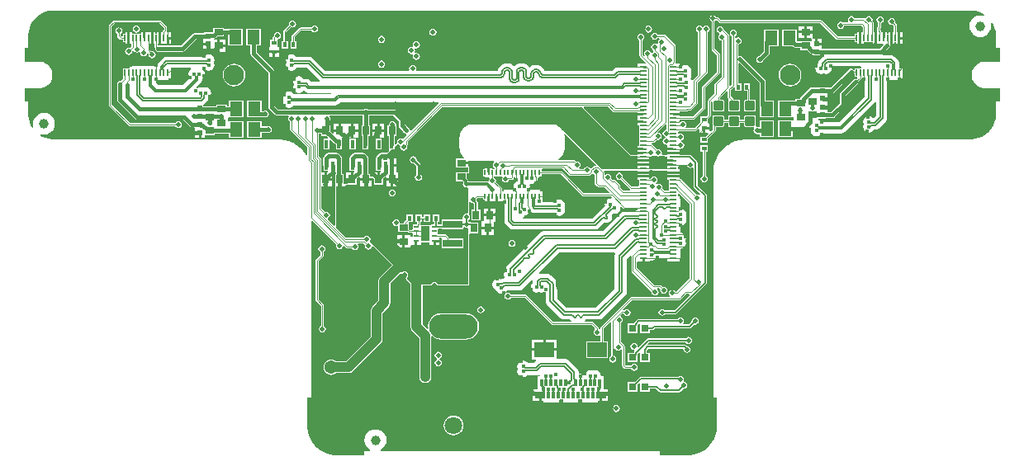
<source format=gbl>
G04*
G04 #@! TF.GenerationSoftware,Altium Limited,Altium Designer,20.0.13 (296)*
G04*
G04 Layer_Physical_Order=4*
G04 Layer_Color=16711680*
%FSLAX44Y44*%
%MOMM*%
G71*
G01*
G75*
%ADD16R,0.7000X0.9000*%
%ADD17R,0.4500X0.5500*%
%ADD18R,0.9000X0.7000*%
%ADD19R,0.5200X0.5200*%
%ADD30R,1.3000X1.5000*%
%ADD35R,0.5500X0.4500*%
%ADD79C,0.1016*%
%ADD80C,0.1270*%
%ADD81C,0.1778*%
%ADD82C,1.0000*%
%ADD84C,0.4000*%
%ADD85C,0.3810*%
%ADD86C,0.2540*%
%ADD87C,0.2032*%
%ADD88C,0.3000*%
%ADD89C,1.0000*%
%ADD91C,5.5000*%
%ADD92O,2.5000X4.5000*%
%ADD93O,5.0000X2.5000*%
%ADD94O,4.5000X2.5000*%
%ADD95C,1.8000*%
%ADD96C,5.3000*%
%ADD97O,1.1000X1.9000*%
%ADD98O,1.1000X2.4000*%
%ADD99R,1.3680X1.3680*%
%ADD100C,1.3680*%
%ADD101C,2.1000*%
%ADD102C,0.5080*%
%ADD103C,0.4064*%
%ADD105R,0.1500X0.6500*%
%ADD106R,0.2200X0.5000*%
%ADD107R,0.4000X0.9000*%
%ADD108R,0.5000X0.2800*%
%ADD109R,0.9000X1.6000*%
%ADD110R,0.9000X1.0000*%
%ADD111R,1.0000X0.9000*%
%ADD112R,2.0000X0.8000*%
%ADD113R,0.7000X0.1800*%
%ADD114R,0.3000X0.7000*%
%ADD115R,1.0000X0.7000*%
%ADD116R,0.8000X0.8000*%
%ADD117R,2.0000X1.5000*%
%ADD118C,0.1580*%
%ADD119C,0.1524*%
%ADD120C,0.2500*%
G36*
X471712Y66115D02*
X475106Y65669D01*
X478413Y64783D01*
X481575Y63472D01*
X484168Y61976D01*
X484311Y61631D01*
X483339Y60658D01*
X482904Y60839D01*
X480000Y61221D01*
X477096Y60839D01*
X474389Y59718D01*
X472066Y57934D01*
X470282Y55610D01*
X469161Y52904D01*
X468779Y50000D01*
X469161Y47096D01*
X470282Y44390D01*
X472066Y42066D01*
X474389Y40282D01*
X477096Y39161D01*
X480000Y38779D01*
X482904Y39161D01*
X485611Y40282D01*
X487934Y42066D01*
X489718Y44390D01*
X490839Y47096D01*
X491221Y50000D01*
X490839Y52904D01*
X490658Y53339D01*
X491631Y54311D01*
X491976Y54168D01*
X493473Y51575D01*
X494783Y48413D01*
X495669Y45106D01*
X496115Y41712D01*
Y27500D01*
X500000D01*
Y13750D01*
X485000D01*
X483652Y13684D01*
X481009Y13158D01*
X478518Y12126D01*
X476277Y10629D01*
X474371Y8723D01*
X472874Y6482D01*
X471842Y3991D01*
X471316Y1348D01*
X471250Y0D01*
X471250Y0D01*
X471250D01*
X471316Y-1348D01*
X471842Y-3992D01*
X472874Y-6482D01*
X474371Y-8723D01*
X476277Y-10629D01*
X478518Y-12126D01*
X481009Y-13158D01*
X483652Y-13684D01*
X485000Y-13750D01*
X500000D01*
Y-27500D01*
X496115D01*
Y-41712D01*
X495669Y-45106D01*
X494783Y-48413D01*
X493473Y-51575D01*
X491761Y-54540D01*
X489677Y-57256D01*
X487256Y-59677D01*
X484540Y-61761D01*
X481575Y-63472D01*
X478413Y-64783D01*
X475106Y-65669D01*
X471712Y-66115D01*
X470000Y-66115D01*
X240000D01*
X239937Y-66128D01*
X239873Y-66118D01*
X237911Y-66182D01*
X237723Y-66226D01*
X237531Y-66213D01*
X233640Y-66725D01*
X233398Y-66807D01*
X233142Y-66824D01*
X229352Y-67840D01*
X229122Y-67953D01*
X228870Y-68003D01*
X225245Y-69505D01*
X225032Y-69647D01*
X224789Y-69730D01*
X221391Y-71692D01*
X221198Y-71861D01*
X220968Y-71974D01*
X217855Y-74363D01*
X217686Y-74556D01*
X217473Y-74698D01*
X214698Y-77473D01*
X214556Y-77686D01*
X214363Y-77855D01*
X211974Y-80968D01*
X211861Y-81198D01*
X211692Y-81391D01*
X209730Y-84789D01*
X209647Y-85032D01*
X209505Y-85245D01*
X208003Y-88870D01*
X207953Y-89122D01*
X207840Y-89352D01*
X206824Y-93142D01*
X206807Y-93398D01*
X206725Y-93640D01*
X206213Y-97531D01*
X206225Y-97723D01*
X206182Y-97911D01*
X206118Y-99873D01*
X206128Y-99937D01*
X206115Y-100000D01*
Y-331500D01*
X210000D01*
X210000Y-360320D01*
X210000Y-360320D01*
X210000Y-362266D01*
X209492Y-366123D01*
X208485Y-369881D01*
X206996Y-373476D01*
X205051Y-376845D01*
X202682Y-379931D01*
X199932Y-382683D01*
X196845Y-385051D01*
X193475Y-386996D01*
X189881Y-388485D01*
X186123Y-389492D01*
X182266Y-390000D01*
X180320Y-390000D01*
X151500Y-390000D01*
Y-386115D01*
X-134445D01*
X-134698Y-384846D01*
X-134389Y-384718D01*
X-132066Y-382934D01*
X-130282Y-380611D01*
X-129161Y-377904D01*
X-128779Y-375000D01*
X-129161Y-372096D01*
X-130282Y-369389D01*
X-132066Y-367066D01*
X-134389Y-365282D01*
X-137096Y-364161D01*
X-140000Y-363779D01*
X-142904Y-364161D01*
X-145611Y-365282D01*
X-147934Y-367066D01*
X-149718Y-369389D01*
X-150839Y-372096D01*
X-151221Y-375000D01*
X-150839Y-377904D01*
X-149718Y-380611D01*
X-147934Y-382934D01*
X-145611Y-384718D01*
X-145302Y-384846D01*
X-145555Y-386115D01*
X-151500D01*
Y-390000D01*
X-180320Y-390000D01*
X-182266Y-390000D01*
X-186123Y-389492D01*
X-189881Y-388485D01*
X-193475Y-386996D01*
X-196845Y-385051D01*
X-199932Y-382683D01*
X-202683Y-379931D01*
X-205051Y-376845D01*
X-206996Y-373476D01*
X-208485Y-369881D01*
X-209492Y-366123D01*
X-210000Y-362266D01*
X-210000Y-360320D01*
X-210000Y-360320D01*
X-210000Y-331500D01*
X-206115D01*
Y-149852D01*
X-204942Y-149366D01*
X-180393Y-173915D01*
X-180609Y-175000D01*
X-180334Y-176381D01*
X-179552Y-177552D01*
X-178381Y-178334D01*
X-177000Y-178609D01*
X-175618Y-178334D01*
X-174447Y-177552D01*
X-173665Y-176381D01*
X-173574Y-175925D01*
X-172196Y-175507D01*
X-170550Y-177154D01*
X-169395Y-177632D01*
X-164167D01*
X-163552Y-178552D01*
X-162381Y-179334D01*
X-161000Y-179609D01*
X-159619Y-179334D01*
X-158448Y-178552D01*
X-157665Y-177381D01*
X-157390Y-176000D01*
X-157665Y-174618D01*
X-158011Y-174102D01*
X-157332Y-172831D01*
X-152457D01*
X-150622Y-174667D01*
X-150838Y-175752D01*
X-150563Y-177133D01*
X-149781Y-178304D01*
X-148610Y-179086D01*
X-147229Y-179361D01*
X-145847Y-179086D01*
X-144677Y-178304D01*
X-143894Y-177133D01*
X-143743Y-176375D01*
X-142387Y-175935D01*
X-123250Y-195072D01*
X-135279Y-207100D01*
X-136605Y-209085D01*
X-137070Y-211426D01*
Y-231640D01*
X-143023Y-237593D01*
X-144349Y-239578D01*
X-144815Y-241919D01*
Y-268664D01*
X-170034Y-293883D01*
X-180594D01*
X-181546Y-293152D01*
X-183453Y-292362D01*
X-185500Y-292092D01*
X-187547Y-292362D01*
X-189454Y-293152D01*
X-191091Y-294408D01*
X-192348Y-296046D01*
X-193138Y-297953D01*
X-193408Y-300000D01*
X-193138Y-302047D01*
X-192348Y-303954D01*
X-191091Y-305592D01*
X-189454Y-306848D01*
X-187547Y-307638D01*
X-185500Y-307908D01*
X-183453Y-307638D01*
X-181546Y-306848D01*
X-180594Y-306117D01*
X-167500D01*
X-165159Y-305652D01*
X-163174Y-304326D01*
X-134372Y-275523D01*
X-133046Y-273539D01*
X-132580Y-271198D01*
Y-244453D01*
X-126627Y-238500D01*
X-125301Y-236515D01*
X-124835Y-234174D01*
Y-213960D01*
X-114558Y-203683D01*
X-114315Y-203756D01*
X-113977Y-203896D01*
X-113925Y-203874D01*
X-113871Y-203891D01*
X-112607Y-203766D01*
X-112558Y-203740D01*
X-112502Y-203751D01*
X-112199Y-203548D01*
X-111877Y-203376D01*
X-111860Y-203322D01*
X-111813Y-203291D01*
X-111772Y-203228D01*
X-110959Y-202685D01*
X-110000Y-202494D01*
X-109041Y-202685D01*
X-108228Y-203228D01*
X-107685Y-204041D01*
X-107494Y-205000D01*
X-107685Y-205959D01*
X-108228Y-206772D01*
X-108291Y-206814D01*
X-108322Y-206860D01*
X-108376Y-206877D01*
X-108548Y-207199D01*
X-108751Y-207502D01*
X-108740Y-207558D01*
X-108766Y-207607D01*
X-108891Y-208871D01*
X-108875Y-208925D01*
X-108896Y-208977D01*
X-108756Y-209315D01*
X-108650Y-209664D01*
X-108601Y-209691D01*
X-108579Y-209743D01*
X-104117Y-214204D01*
Y-258663D01*
X-103652Y-261004D01*
X-102326Y-262989D01*
X-95118Y-270197D01*
Y-309824D01*
X-94652Y-312165D01*
X-93326Y-314150D01*
X-93314Y-314162D01*
X-91329Y-315488D01*
X-88988Y-315954D01*
X-86647Y-315488D01*
X-84662Y-314162D01*
X-83336Y-312177D01*
X-82871Y-309836D01*
X-82882Y-309776D01*
Y-268650D01*
X-81613Y-268024D01*
X-79308Y-269792D01*
X-76024Y-271152D01*
X-72500Y-271616D01*
X-47500D01*
X-43976Y-271152D01*
X-40692Y-269792D01*
X-37872Y-267628D01*
X-35708Y-264808D01*
X-34348Y-261524D01*
X-33884Y-258000D01*
X-34348Y-254476D01*
X-35708Y-251192D01*
X-37872Y-248372D01*
X-40692Y-246208D01*
X-43976Y-244848D01*
X-47500Y-244384D01*
X-72500D01*
X-76024Y-244848D01*
X-79308Y-246208D01*
X-82128Y-248372D01*
X-84292Y-251192D01*
X-85653Y-254476D01*
X-86117Y-258000D01*
X-85798Y-260417D01*
X-87001Y-261010D01*
X-91882Y-256129D01*
Y-216320D01*
X-82958D01*
X-82666Y-216199D01*
X-82356Y-216137D01*
X-82295Y-216045D01*
X-82192Y-216003D01*
X-82072Y-215711D01*
X-81896Y-215449D01*
X-81815Y-215041D01*
X-81272Y-214228D01*
X-80459Y-213685D01*
X-79500Y-213494D01*
X-78541Y-213685D01*
X-77728Y-214228D01*
X-77185Y-215041D01*
X-77104Y-215449D01*
X-76929Y-215711D01*
X-76808Y-216003D01*
X-76705Y-216045D01*
X-76644Y-216137D01*
X-76334Y-216199D01*
X-76042Y-216320D01*
X-45199Y-216320D01*
X-44433Y-216003D01*
X-44116Y-215237D01*
X-44116Y-163515D01*
X-42846Y-162500D01*
X-34500D01*
Y-151500D01*
X-41285D01*
X-41484Y-151460D01*
X-41484Y-151461D01*
X-41675D01*
X-42213Y-151101D01*
X-43000Y-150944D01*
X-43000Y-150944D01*
X-44116D01*
X-44448Y-150448D01*
X-44945Y-150116D01*
Y-148884D01*
X-44448Y-148552D01*
X-43665Y-147381D01*
X-43391Y-146000D01*
X-43665Y-144619D01*
X-44411Y-143504D01*
X-44433Y-142300D01*
X-44301Y-141981D01*
X-44127Y-141683D01*
X-44146Y-141607D01*
X-44116Y-141535D01*
Y-130497D01*
X-42846Y-130112D01*
X-42552Y-130552D01*
X-41381Y-131335D01*
X-40000Y-131609D01*
X-39056Y-132664D01*
Y-138500D01*
X-41500D01*
Y-149500D01*
X-32500D01*
Y-138500D01*
X-34945D01*
Y-131000D01*
X-34945Y-131000D01*
X-35101Y-130213D01*
X-35547Y-129546D01*
X-36507Y-128586D01*
X-36391Y-128000D01*
X-36607Y-126915D01*
X-35704Y-126012D01*
X-30100D01*
Y-127880D01*
X-27640D01*
Y-129420D01*
X-25270D01*
Y-124380D01*
X-22730D01*
Y-129420D01*
X-20360D01*
Y-129420D01*
X-19640D01*
Y-129420D01*
X-17270D01*
Y-124380D01*
X-14730D01*
Y-129420D01*
X-12360D01*
Y-129420D01*
X-11640D01*
Y-129420D01*
X-8910D01*
Y-130690D01*
X-7675D01*
Y-150090D01*
X-7330Y-151824D01*
X-6348Y-153294D01*
X-2152Y-157491D01*
X-681Y-158473D01*
X1053Y-158818D01*
X1053Y-158818D01*
X85107D01*
X86841Y-158473D01*
X88312Y-157491D01*
X94256Y-151546D01*
X94310Y-151582D01*
X96391Y-151996D01*
X98472Y-151582D01*
X99838Y-150669D01*
X100236Y-150404D01*
X100236Y-150404D01*
X100772Y-149868D01*
X100775Y-149865D01*
X100775Y-149865D01*
X101954Y-148100D01*
X102368Y-146019D01*
X101954Y-143938D01*
X101918Y-143884D01*
X103696Y-142107D01*
X105000Y-142366D01*
X107280Y-141913D01*
X109212Y-140621D01*
X110503Y-138689D01*
X110956Y-136410D01*
X110870Y-135974D01*
X112040Y-135349D01*
X113846Y-137154D01*
X115000Y-137632D01*
X128560D01*
Y-139290D01*
X127290D01*
Y-139812D01*
X115397D01*
X113564Y-140177D01*
X112009Y-141215D01*
X93015Y-160209D01*
X32500D01*
X30666Y-160574D01*
X29112Y-161612D01*
X-4817Y-195541D01*
X-5855Y-197096D01*
X-6220Y-198929D01*
Y-200417D01*
X-6776Y-200788D01*
X-8067Y-202721D01*
X-8521Y-205000D01*
X-8067Y-207279D01*
X-7800Y-207679D01*
X-8399Y-208799D01*
X-8952D01*
X-10785Y-209164D01*
X-11748Y-209807D01*
X-12032Y-209617D01*
X-14311Y-209164D01*
X-16590Y-209617D01*
X-18523Y-210908D01*
X-19814Y-212841D01*
X-20267Y-215120D01*
X-19814Y-217400D01*
X-18523Y-219332D01*
X-16590Y-220623D01*
X-16293Y-220683D01*
X-16233Y-220980D01*
X-14942Y-222913D01*
X-13010Y-224204D01*
X-10730Y-224657D01*
X-8451Y-224204D01*
X-7276Y-223419D01*
X-6552Y-224448D01*
X-7335Y-225619D01*
X-7609Y-227000D01*
X-7335Y-228381D01*
X-6552Y-229552D01*
X-5381Y-230335D01*
X-4000Y-230609D01*
X-2619Y-230335D01*
X-1448Y-229552D01*
X-833Y-228632D01*
X12914D01*
X40462Y-256181D01*
X41617Y-256659D01*
X81731D01*
X84953Y-259880D01*
X84879Y-261457D01*
X84096Y-262628D01*
X83822Y-264009D01*
X84096Y-265390D01*
X84879Y-266561D01*
X86050Y-267344D01*
X87431Y-267618D01*
X88812Y-267344D01*
X89630Y-266797D01*
X90776Y-267251D01*
X90900Y-267360D01*
Y-273500D01*
X76000D01*
Y-290500D01*
X98000D01*
Y-273500D01*
X94165D01*
Y-259933D01*
X100369Y-253729D01*
X101543Y-254215D01*
Y-260234D01*
X101193Y-261079D01*
Y-288784D01*
X100681Y-289126D01*
X99898Y-290298D01*
X99624Y-291679D01*
X99898Y-293060D01*
X100681Y-294231D01*
X101852Y-295013D01*
X103233Y-295288D01*
X104614Y-295013D01*
X105785Y-294231D01*
X106567Y-293060D01*
X106842Y-291679D01*
X106567Y-290298D01*
X105785Y-289126D01*
X104614Y-288344D01*
X104457Y-288313D01*
Y-281416D01*
X105727Y-281031D01*
X106244Y-281805D01*
X107415Y-282587D01*
X108796Y-282862D01*
X110177Y-282587D01*
X111348Y-281805D01*
X112596Y-282223D01*
Y-298359D01*
X113074Y-299513D01*
X114785Y-301224D01*
X115939Y-301702D01*
X122167D01*
X122782Y-302622D01*
X123953Y-303404D01*
X125334Y-303679D01*
X126715Y-303404D01*
X127886Y-302622D01*
X128668Y-301451D01*
X128943Y-300070D01*
X128668Y-298688D01*
X127886Y-297517D01*
X126715Y-296735D01*
X125334Y-296460D01*
X123953Y-296735D01*
X122782Y-297517D01*
X122167Y-298437D01*
X116615D01*
X115861Y-297683D01*
Y-278572D01*
X115383Y-277418D01*
X111780Y-273815D01*
Y-254370D01*
X112700Y-253756D01*
X113483Y-252585D01*
X113757Y-251204D01*
X113483Y-249822D01*
X112700Y-248651D01*
X111621Y-247931D01*
X111427Y-247682D01*
X111112Y-246644D01*
X112932Y-244824D01*
X113918D01*
X114110Y-244903D01*
X114570D01*
X114665Y-245381D01*
X115448Y-246552D01*
X116619Y-247335D01*
X118000Y-247609D01*
X119381Y-247335D01*
X120552Y-246552D01*
X121335Y-245381D01*
X121609Y-244000D01*
X121335Y-242619D01*
X120552Y-241448D01*
X119381Y-240665D01*
X118000Y-240391D01*
X116619Y-240665D01*
X115448Y-241448D01*
X115442Y-241456D01*
X114787Y-241521D01*
X114156Y-241476D01*
X113712Y-240386D01*
X122927Y-231171D01*
X171465D01*
X172619Y-230693D01*
X178525Y-224788D01*
X181395D01*
X181881Y-225961D01*
X166368Y-241474D01*
X156561D01*
X156229Y-240977D01*
X155058Y-240195D01*
X153677Y-239920D01*
X152296Y-240195D01*
X151125Y-240977D01*
X150343Y-242148D01*
X150068Y-243529D01*
X150343Y-244911D01*
X151125Y-246082D01*
X152296Y-246864D01*
X153677Y-247139D01*
X155058Y-246864D01*
X156229Y-246082D01*
X156561Y-245585D01*
X167220D01*
X167220Y-245585D01*
X168006Y-245429D01*
X168673Y-244983D01*
X199077Y-214579D01*
X199523Y-213912D01*
X199679Y-213125D01*
X199679Y-213125D01*
Y-123988D01*
X199523Y-123201D01*
X199077Y-122534D01*
X199077Y-122534D01*
X190030Y-113487D01*
Y-90112D01*
X190030Y-90112D01*
X189874Y-89325D01*
X189428Y-88658D01*
X189428Y-88658D01*
X183316Y-82547D01*
X182649Y-82101D01*
X181863Y-81945D01*
X181863Y-81945D01*
X171440D01*
Y-81270D01*
X165400D01*
X159360D01*
Y-81473D01*
X159355Y-81487D01*
X159075Y-81834D01*
X158254Y-82371D01*
X158169Y-82406D01*
X158090Y-82402D01*
X158042Y-82392D01*
X157567Y-82487D01*
X156608Y-82296D01*
X156465Y-82200D01*
X156155Y-82138D01*
X155864Y-82018D01*
X154320D01*
X153461Y-80748D01*
X153609Y-80000D01*
X153335Y-78619D01*
X152552Y-77448D01*
X151381Y-76665D01*
X150000Y-76391D01*
X148915Y-76606D01*
X143211Y-70902D01*
X143229Y-70613D01*
X143543Y-69632D01*
X145000D01*
X146154Y-69154D01*
X148831Y-66478D01*
X149507Y-66612D01*
X150889Y-66338D01*
X152059Y-65555D01*
X152842Y-64384D01*
X153117Y-63003D01*
X152842Y-61622D01*
X152059Y-60451D01*
X150889Y-59668D01*
X149677Y-59427D01*
X149346Y-58864D01*
X149136Y-58173D01*
X157098Y-50211D01*
X158368Y-50737D01*
Y-55798D01*
X157894Y-56186D01*
X156513Y-56461D01*
X155342Y-57243D01*
X154560Y-58414D01*
X154285Y-59795D01*
X154560Y-61177D01*
X155342Y-62348D01*
X156513Y-63130D01*
X157170Y-63261D01*
Y-64556D01*
X156618Y-64665D01*
X155448Y-65448D01*
X154665Y-66619D01*
X154390Y-68000D01*
X154665Y-69381D01*
X155448Y-70552D01*
X156618Y-71335D01*
X158000Y-71609D01*
X158246Y-71560D01*
X159295Y-72275D01*
X159360Y-72634D01*
Y-74730D01*
X165400D01*
Y-77270D01*
X159360D01*
Y-78730D01*
X165400D01*
X171440D01*
Y-76594D01*
X172710Y-75552D01*
X173000Y-75609D01*
X174381Y-75335D01*
X175552Y-74552D01*
X176335Y-73381D01*
X176609Y-72000D01*
X176335Y-70619D01*
X175552Y-69448D01*
X174381Y-68665D01*
X173727Y-68535D01*
Y-67240D01*
X173984Y-67189D01*
X175155Y-66407D01*
X175937Y-65236D01*
X176212Y-63855D01*
X175937Y-62474D01*
X175155Y-61302D01*
X173984Y-60520D01*
X172602Y-60245D01*
X171221Y-60520D01*
X171170Y-60554D01*
X169900Y-59875D01*
Y-58100D01*
X170976Y-57632D01*
X187500D01*
X188654Y-57154D01*
X190537Y-55272D01*
X191710Y-55758D01*
Y-59290D01*
X195730D01*
Y-54500D01*
X197000D01*
Y-53230D01*
X202290D01*
Y-49710D01*
X201498D01*
X200750Y-48750D01*
Y-45558D01*
X200764Y-45544D01*
X200897Y-45224D01*
X203352Y-42769D01*
X203830Y-41614D01*
Y-27796D01*
X204230Y-27522D01*
X205500Y-28192D01*
Y-37000D01*
X206000D01*
Y-37500D01*
X217000D01*
Y-37000D01*
X217500D01*
Y-26000D01*
X217000D01*
Y-25500D01*
X213132D01*
Y-23425D01*
X220019Y-16538D01*
X221193Y-17024D01*
Y-22825D01*
X221671Y-23979D01*
X221945Y-24253D01*
X222000Y-25500D01*
X222000D01*
Y-37500D01*
X233000D01*
Y-37500D01*
X233500D01*
Y-37000D01*
X234000D01*
Y-26000D01*
X233500D01*
Y-25500D01*
X226971D01*
Y-25339D01*
X226493Y-24185D01*
X224457Y-22149D01*
Y-15310D01*
X227200Y-12567D01*
X228470Y-13093D01*
Y-16450D01*
X234970D01*
Y-8950D01*
X231610D01*
Y10684D01*
X231584Y10747D01*
Y11946D01*
X232854Y12619D01*
X233106Y12569D01*
X253606Y-7932D01*
Y-30418D01*
X253606Y-30418D01*
X253665Y-30714D01*
Y-43418D01*
X268665D01*
Y-26418D01*
X259723D01*
Y-6665D01*
X259723Y-6665D01*
X259491Y-5494D01*
X258827Y-4502D01*
X237431Y16894D01*
X237335Y17381D01*
X236552Y18552D01*
X235381Y19335D01*
X234000Y19609D01*
X232854Y19381D01*
X231584Y20055D01*
Y30178D01*
X232000Y31391D01*
X233381Y31665D01*
X234552Y32448D01*
X235335Y33619D01*
X235609Y35000D01*
X235335Y36381D01*
X234552Y37552D01*
X233381Y38335D01*
X232000Y38609D01*
X230619Y38335D01*
X229632Y37675D01*
X228902Y37885D01*
X228362Y38214D01*
Y39598D01*
X228381Y39601D01*
X229552Y40384D01*
X230335Y41555D01*
X230609Y42936D01*
X230335Y44317D01*
X229552Y45488D01*
X228381Y46271D01*
X227000Y46545D01*
X225619Y46271D01*
X224448Y45488D01*
X223665Y44317D01*
X223391Y42936D01*
X223665Y41555D01*
X224448Y40384D01*
X225098Y39950D01*
Y-10053D01*
X223855Y-11295D01*
X222682Y-10809D01*
Y40278D01*
X222204Y41432D01*
X216931Y46705D01*
X216744Y47644D01*
X215962Y48815D01*
X214791Y49597D01*
X213410Y49872D01*
X212029Y49597D01*
X210858Y48815D01*
X210075Y47644D01*
X209801Y46263D01*
X210075Y44882D01*
X210858Y43711D01*
X212029Y42928D01*
X212177Y42899D01*
X212448Y41552D01*
X211665Y40381D01*
X211391Y39000D01*
X211665Y37619D01*
X212448Y36448D01*
X213619Y35665D01*
X215000Y35391D01*
X215198Y35228D01*
Y-1379D01*
X208076Y-8501D01*
X207598Y-9655D01*
Y-18602D01*
X201044Y-25156D01*
X200566Y-26310D01*
Y-40938D01*
X199254Y-42250D01*
X193250D01*
Y-47942D01*
X186824Y-54368D01*
X178443D01*
X177855Y-53098D01*
X178334Y-52381D01*
X178609Y-51000D01*
X178334Y-49619D01*
X177552Y-48448D01*
X176381Y-47665D01*
X175000Y-47391D01*
X173618Y-47665D01*
X172710Y-48272D01*
X171779Y-47958D01*
X171440Y-47710D01*
Y-45807D01*
X185825D01*
X186979Y-45329D01*
X197154Y-35154D01*
X197632Y-34000D01*
Y-13626D01*
X212614Y1356D01*
X213092Y2510D01*
Y21245D01*
X212614Y22399D01*
X207680Y27333D01*
Y54785D01*
X208600Y55400D01*
X208692Y55538D01*
X210283Y55675D01*
X212248Y53710D01*
X213402Y53232D01*
X315554D01*
X332190Y36596D01*
X333344Y36118D01*
X351250D01*
Y33500D01*
X353710D01*
Y31960D01*
X355730D01*
Y37750D01*
Y43540D01*
X353710D01*
Y42000D01*
X351250D01*
Y39382D01*
X334020D01*
X317384Y56018D01*
X316230Y56496D01*
X214078D01*
X211468Y59106D01*
X210314Y59585D01*
X209214D01*
X208600Y60504D01*
X207429Y61287D01*
X206048Y61562D01*
X204666Y61287D01*
X203496Y60504D01*
X202713Y59334D01*
X202438Y57952D01*
X202713Y56571D01*
X203496Y55400D01*
X204415Y54785D01*
Y26657D01*
X204893Y25503D01*
X209827Y20569D01*
Y3186D01*
X194846Y-11796D01*
X194368Y-12950D01*
Y-33324D01*
X185149Y-42543D01*
X171440D01*
Y-41270D01*
X165400D01*
Y-38730D01*
X171440D01*
Y-37632D01*
X178579D01*
X179733Y-37154D01*
X180740Y-36147D01*
X182485D01*
X183639Y-35669D01*
X189654Y-29654D01*
X190132Y-28500D01*
Y-7860D01*
X200359Y2367D01*
X200837Y3521D01*
Y44008D01*
X201757Y44623D01*
X202540Y45794D01*
X202815Y47175D01*
X202540Y48556D01*
X201757Y49727D01*
X200586Y50510D01*
X199205Y50784D01*
X197824Y50510D01*
X196653Y49727D01*
X196308Y49211D01*
X194799Y49183D01*
X194552Y49552D01*
X193381Y50335D01*
X192000Y50609D01*
X190619Y50335D01*
X189448Y49552D01*
X188665Y48381D01*
X188391Y47000D01*
X188665Y45619D01*
X189448Y44448D01*
X190368Y43833D01*
Y202D01*
X185115Y-5050D01*
X184541Y-5113D01*
X183732Y-5015D01*
X182881Y-3742D01*
X183503Y-2811D01*
X183957Y-532D01*
X183503Y1747D01*
X183334Y2000D01*
X183503Y2253D01*
X183957Y4532D01*
X183503Y6811D01*
X182212Y8744D01*
X180280Y10035D01*
X178000Y10488D01*
X175721Y10035D01*
X173927Y8837D01*
X172710Y8710D01*
X172710Y8710D01*
X172710Y8710D01*
X171440D01*
Y11440D01*
X168408D01*
X167615Y12710D01*
X167807Y13175D01*
Y29825D01*
X167329Y30979D01*
X157154Y41154D01*
X156000Y41632D01*
X149167D01*
X148552Y42552D01*
X147381Y43335D01*
X146000Y43609D01*
X144619Y43335D01*
X143448Y42552D01*
X142665Y41381D01*
X142391Y40000D01*
X142665Y38619D01*
X143448Y37448D01*
X144619Y36665D01*
X146000Y36391D01*
X147381Y36665D01*
X148552Y37448D01*
X149167Y38368D01*
X150879D01*
X151264Y37098D01*
X150448Y36552D01*
X149665Y35381D01*
X149391Y34000D01*
X149665Y32619D01*
X149704Y32562D01*
X149600Y32263D01*
X149380Y32113D01*
X148113Y31845D01*
X147381Y32334D01*
X146000Y32609D01*
X144619Y32334D01*
X143448Y31552D01*
X142665Y30381D01*
X142390Y29000D01*
X142665Y27619D01*
X143448Y26448D01*
X144619Y25665D01*
X145093Y24373D01*
X144620Y23336D01*
X144595Y23319D01*
X143753Y22756D01*
X142706Y23010D01*
X142366Y23220D01*
X142334Y23381D01*
X141552Y24552D01*
X140381Y25334D01*
X139000Y25609D01*
X137619Y25334D01*
X136447Y24552D01*
X135665Y23381D01*
X135390Y22000D01*
X135665Y20619D01*
X136174Y19857D01*
X135188Y19047D01*
X133632Y20603D01*
Y35833D01*
X134552Y36448D01*
X135334Y37619D01*
X135609Y39000D01*
X135334Y40381D01*
X134552Y41552D01*
X133381Y42334D01*
X132000Y42609D01*
X130618Y42334D01*
X129447Y41552D01*
X128665Y40381D01*
X128390Y39000D01*
X128665Y37619D01*
X129447Y36448D01*
X130367Y35833D01*
Y19927D01*
X130846Y18773D01*
X137005Y12613D01*
X136519Y11440D01*
X128560D01*
Y8710D01*
X127290D01*
Y7675D01*
X108143D01*
X106409Y7330D01*
X104938Y6348D01*
X102961Y4371D01*
X33206D01*
X32569Y5908D01*
X31205Y7685D01*
X29428Y9049D01*
X27358Y9907D01*
X25339Y10172D01*
X25137Y10213D01*
X23613D01*
X23410Y10172D01*
X21391Y9907D01*
X19321Y9049D01*
X17729Y7827D01*
X16473Y9463D01*
X14696Y10827D01*
X12626Y11684D01*
X10607Y11950D01*
X10405Y11990D01*
X8881D01*
X8678Y11950D01*
X6659Y11684D01*
X4589Y10827D01*
X2812Y9463D01*
X1741D01*
X-36Y10827D01*
X-2106Y11684D01*
X-4125Y11950D01*
X-4327Y11990D01*
X-5851D01*
X-6054Y11950D01*
X-8073Y11684D01*
X-10143Y10827D01*
X-11920Y9463D01*
X-13284Y7686D01*
X-14141Y5616D01*
X-14305Y4371D01*
X-97972D01*
X-98665Y5619D01*
X-98391Y7000D01*
X-98665Y8381D01*
X-99448Y9552D01*
X-100619Y10335D01*
X-102000Y10609D01*
X-103381Y10335D01*
X-104552Y9552D01*
X-105335Y8381D01*
X-105609Y7000D01*
X-105335Y5619D01*
X-106028Y4371D01*
X-191460D01*
X-204315Y17225D01*
X-205785Y18208D01*
X-207519Y18553D01*
X-221074D01*
X-221788Y19621D01*
X-223720Y20913D01*
X-226000Y21366D01*
X-228279Y20913D01*
X-230212Y19621D01*
X-231503Y17689D01*
X-231956Y15410D01*
X-231503Y13130D01*
X-231334Y12878D01*
X-231503Y12625D01*
X-231956Y10346D01*
X-231503Y8066D01*
X-230212Y6134D01*
X-228279Y4843D01*
X-226000Y4389D01*
X-223720Y4843D01*
X-221788Y6134D01*
X-221074Y7203D01*
X-210344D01*
X-197489Y-5652D01*
X-197301Y-5778D01*
X-197687Y-7048D01*
X-206287D01*
X-207858Y-5476D01*
X-209328Y-4494D01*
X-211063Y-4149D01*
X-213577D01*
X-214292Y-3080D01*
X-216224Y-1789D01*
X-218503Y-1336D01*
X-220783Y-1789D01*
X-222715Y-3080D01*
X-224007Y-5013D01*
X-224460Y-7292D01*
X-224007Y-9571D01*
X-223838Y-9824D01*
X-224007Y-10077D01*
X-224460Y-12356D01*
X-224007Y-14635D01*
X-222715Y-16568D01*
X-220783Y-17859D01*
X-218503Y-18312D01*
X-216224Y-17859D01*
X-214292Y-16568D01*
X-214258Y-16517D01*
X-212994Y-16392D01*
X-212316Y-17070D01*
X-210845Y-18053D01*
X-209111Y-18398D01*
X-185776D01*
X-185097Y-19668D01*
X-185232Y-19869D01*
X-223653D01*
X-224578Y-18485D01*
X-226510Y-17193D01*
X-228790Y-16740D01*
X-231069Y-17193D01*
X-233002Y-18485D01*
X-234293Y-20417D01*
X-234746Y-22696D01*
X-234293Y-24976D01*
X-234124Y-25228D01*
X-234293Y-25481D01*
X-234746Y-27760D01*
X-234293Y-30040D01*
X-233002Y-31972D01*
X-231069Y-33263D01*
X-228790Y-33717D01*
X-226510Y-33263D01*
X-224578Y-31972D01*
X-224075Y-31219D01*
X-181454D01*
X-179720Y-30874D01*
X-178249Y-29892D01*
X-176033Y-27675D01*
X-75778D01*
X-75292Y-28848D01*
X-103284Y-56841D01*
X-104662Y-56423D01*
X-104795Y-55757D01*
X-105577Y-54586D01*
X-106748Y-53804D01*
X-106870Y-53780D01*
X-109941Y-50708D01*
Y-46000D01*
X-109941Y-46000D01*
X-110174Y-44829D01*
X-110837Y-43837D01*
X-110837Y-43837D01*
X-118545Y-36129D01*
X-119537Y-35466D01*
X-120708Y-35233D01*
X-120708Y-35233D01*
X-148206D01*
X-148619Y-34958D01*
X-150000Y-34683D01*
X-151381Y-34958D01*
X-151794Y-35233D01*
X-239841D01*
X-243575Y-31499D01*
Y3556D01*
X-243808Y4726D01*
X-244471Y5719D01*
X-262111Y23359D01*
Y30072D01*
X-257492D01*
Y47072D01*
X-272492D01*
Y30072D01*
X-268228D01*
Y22092D01*
X-268228Y22092D01*
X-267996Y20921D01*
X-267333Y19929D01*
X-249693Y2289D01*
Y-32766D01*
X-249693Y-32766D01*
X-249460Y-33937D01*
X-248797Y-34929D01*
X-243271Y-40455D01*
X-243271Y-40455D01*
X-242278Y-41118D01*
X-241108Y-41351D01*
X-229612D01*
X-228933Y-42621D01*
X-229335Y-43222D01*
X-229609Y-44603D01*
X-229335Y-45985D01*
X-228552Y-47156D01*
X-227632Y-47770D01*
Y-55894D01*
X-227154Y-57048D01*
X-209918Y-74283D01*
Y-82009D01*
X-211145Y-82338D01*
X-211692Y-81391D01*
X-211861Y-81198D01*
X-211974Y-80968D01*
X-214363Y-77855D01*
X-214556Y-77686D01*
X-214698Y-77473D01*
X-217473Y-74698D01*
X-217686Y-74556D01*
X-217855Y-74363D01*
X-220968Y-71974D01*
X-221198Y-71861D01*
X-221391Y-71692D01*
X-224789Y-69730D01*
X-225032Y-69647D01*
X-225245Y-69505D01*
X-228870Y-68003D01*
X-229122Y-67953D01*
X-229352Y-67840D01*
X-233142Y-66824D01*
X-233398Y-66807D01*
X-233640Y-66725D01*
X-237531Y-66213D01*
X-237723Y-66226D01*
X-237911Y-66182D01*
X-239873Y-66118D01*
X-239937Y-66128D01*
X-240000Y-66115D01*
X-471712D01*
X-475106Y-65669D01*
X-478413Y-64783D01*
X-481575Y-63472D01*
X-484168Y-61976D01*
X-484311Y-61631D01*
X-483340Y-60658D01*
X-482904Y-60839D01*
X-480000Y-61221D01*
X-477096Y-60839D01*
X-474389Y-59718D01*
X-472066Y-57934D01*
X-470282Y-55610D01*
X-469161Y-52904D01*
X-468779Y-50000D01*
X-469161Y-47096D01*
X-470282Y-44390D01*
X-472066Y-42066D01*
X-474389Y-40282D01*
X-477096Y-39161D01*
X-480000Y-38779D01*
X-482904Y-39161D01*
X-485611Y-40282D01*
X-487934Y-42066D01*
X-489718Y-44390D01*
X-490839Y-47096D01*
X-491221Y-50000D01*
X-490839Y-52904D01*
X-490658Y-53340D01*
X-491631Y-54311D01*
X-491976Y-54168D01*
X-493473Y-51575D01*
X-494783Y-48413D01*
X-495669Y-45106D01*
X-496115Y-41712D01*
Y-27500D01*
X-500000D01*
Y-13750D01*
X-485000D01*
X-483652Y-13684D01*
X-481009Y-13158D01*
X-478518Y-12126D01*
X-476277Y-10629D01*
X-474371Y-8723D01*
X-472874Y-6482D01*
X-471842Y-3992D01*
X-471316Y-1348D01*
X-471250Y-0D01*
X-471250Y-0D01*
X-471316Y1348D01*
X-471842Y3991D01*
X-472874Y6482D01*
X-474371Y8723D01*
X-476277Y10629D01*
X-478518Y12126D01*
X-481009Y13158D01*
X-483652Y13684D01*
X-485000Y13750D01*
X-500000D01*
Y27500D01*
X-496115D01*
Y41712D01*
X-495669Y45106D01*
X-494783Y48413D01*
X-493473Y51575D01*
X-491761Y54540D01*
X-489677Y57256D01*
X-487256Y59677D01*
X-484540Y61761D01*
X-481575Y63472D01*
X-478413Y64783D01*
X-475106Y65669D01*
X-471712Y66115D01*
X-470000Y66115D01*
X470000D01*
X471712Y66115D01*
D02*
G37*
G36*
X-116059Y-47267D02*
Y-51975D01*
X-116059Y-51975D01*
X-115826Y-53146D01*
X-115163Y-54138D01*
X-111633Y-57668D01*
X-111464Y-58520D01*
X-110681Y-59691D01*
X-109510Y-60473D01*
X-108845Y-60605D01*
X-108427Y-61983D01*
X-112082Y-65639D01*
X-112702Y-65224D01*
X-114083Y-64949D01*
X-115464Y-65224D01*
X-116635Y-66007D01*
X-117418Y-67178D01*
X-117692Y-68559D01*
X-117667Y-68685D01*
X-117671Y-68861D01*
X-117799Y-69914D01*
X-118136Y-70054D01*
X-118136Y-70054D01*
X-118485Y-70160D01*
X-118512Y-70209D01*
X-118564Y-70231D01*
X-119327Y-70994D01*
X-120500Y-70508D01*
Y-65500D01*
X-120538D01*
Y-62500D01*
X-118500D01*
Y-52674D01*
X-118500Y-51500D01*
X-118888Y-50391D01*
X-119133Y-49159D01*
X-119915Y-47988D01*
X-121086Y-47205D01*
X-122467Y-46931D01*
X-123848Y-47205D01*
X-125019Y-47988D01*
X-125802Y-49159D01*
X-126077Y-50540D01*
X-126865Y-51500D01*
X-127500D01*
Y-62500D01*
X-126462D01*
Y-65500D01*
X-126500D01*
Y-76500D01*
X-126492D01*
X-126006Y-77673D01*
X-128274Y-79941D01*
X-134157D01*
X-135327Y-80174D01*
X-136320Y-80837D01*
X-136320Y-80837D01*
X-138663Y-83180D01*
X-139326Y-84173D01*
X-139559Y-85343D01*
X-139559Y-85343D01*
Y-93000D01*
X-139500Y-93295D01*
Y-98500D01*
X-134540D01*
Y-99960D01*
X-135730D01*
Y-107000D01*
X-138270D01*
Y-99960D01*
X-143040D01*
Y-104608D01*
X-143115Y-104648D01*
X-145500D01*
Y-101500D01*
X-147441D01*
Y-93000D01*
X-147441Y-93000D01*
Y-85343D01*
X-147674Y-84173D01*
X-148337Y-83180D01*
X-148337Y-83180D01*
X-150680Y-80837D01*
X-151673Y-80174D01*
X-152843Y-79941D01*
X-152843Y-79941D01*
X-161157D01*
X-162327Y-80174D01*
X-163320Y-80837D01*
X-163320Y-80837D01*
X-165663Y-83180D01*
X-166326Y-84173D01*
X-166559Y-85343D01*
X-166559Y-85343D01*
Y-93000D01*
X-166500Y-93295D01*
Y-98500D01*
X-161540D01*
Y-99960D01*
X-162730D01*
Y-107000D01*
X-164000D01*
Y-108270D01*
X-170040D01*
Y-111447D01*
X-170052Y-111450D01*
X-170083Y-111471D01*
X-170222Y-111513D01*
X-170580Y-111584D01*
X-170611Y-111631D01*
X-170665Y-111647D01*
X-171230Y-112111D01*
X-172500Y-111560D01*
Y-101500D01*
X-174441D01*
Y-93000D01*
X-174441Y-93000D01*
Y-85343D01*
X-174674Y-84173D01*
X-175337Y-83180D01*
X-175337Y-83180D01*
X-177680Y-80837D01*
X-178673Y-80174D01*
X-179843Y-79941D01*
X-179843Y-79941D01*
X-188157D01*
X-189327Y-80174D01*
X-190320Y-80837D01*
X-190320Y-80837D01*
X-192663Y-83180D01*
X-193326Y-84173D01*
X-193559Y-85343D01*
X-193559Y-85343D01*
Y-93000D01*
X-193500Y-93295D01*
Y-98500D01*
X-188540D01*
Y-99960D01*
X-189730D01*
Y-105730D01*
X-184960D01*
Y-100040D01*
X-180559D01*
Y-101500D01*
X-181500D01*
Y-112500D01*
X-181500D01*
X-181471Y-113770D01*
X-181582Y-114040D01*
X-181582Y-154143D01*
X-182756Y-154629D01*
X-189132Y-148253D01*
X-188710Y-146879D01*
X-187738Y-146230D01*
X-186956Y-145059D01*
X-186681Y-143678D01*
X-186956Y-142297D01*
X-187738Y-141126D01*
X-188909Y-140343D01*
X-190290Y-140069D01*
X-191672Y-140343D01*
X-191698Y-140361D01*
X-195367Y-136692D01*
Y-114040D01*
X-192270D01*
Y-107000D01*
Y-99960D01*
X-195367D01*
Y-86841D01*
X-195845Y-85687D01*
X-198590Y-82943D01*
Y-60167D01*
X-198428Y-60059D01*
X-195500D01*
Y-62500D01*
X-190773D01*
X-189940Y-63056D01*
X-189727Y-63098D01*
X-188596Y-64230D01*
X-189122Y-65500D01*
X-193500D01*
Y-76500D01*
X-187500D01*
Y-67122D01*
X-186230Y-66596D01*
X-182893Y-69933D01*
X-182893Y-69933D01*
X-181901Y-70596D01*
X-180730Y-70829D01*
X-180559D01*
Y-71000D01*
X-180500Y-71295D01*
Y-76500D01*
X-174500D01*
Y-71295D01*
X-174441Y-71000D01*
Y-68500D01*
X-174500Y-68204D01*
Y-65500D01*
X-175242D01*
X-175383Y-65310D01*
X-174744Y-64040D01*
X-171310D01*
X-170040Y-64040D01*
X-169690Y-64040D01*
X-165270D01*
Y-57000D01*
Y-49960D01*
X-169690D01*
X-170960Y-49960D01*
X-171310Y-49960D01*
X-175730D01*
Y-57000D01*
X-177000D01*
Y-58270D01*
X-183040D01*
Y-59475D01*
X-184213Y-59961D01*
X-186107Y-58067D01*
X-186500Y-57805D01*
Y-51500D01*
X-186941D01*
Y-46794D01*
X-186665Y-46381D01*
X-186391Y-45000D01*
X-186665Y-43619D01*
X-187332Y-42621D01*
X-187135Y-41915D01*
X-186803Y-41351D01*
X-153059D01*
Y-51500D01*
X-154500D01*
Y-62500D01*
X-153559D01*
Y-71000D01*
X-153500Y-71295D01*
Y-76500D01*
X-147500D01*
Y-71295D01*
X-147441Y-71000D01*
Y-62500D01*
X-145500D01*
Y-51500D01*
X-146941D01*
Y-41351D01*
X-121975D01*
X-116059Y-47267D01*
D02*
G37*
G36*
X103291Y-37599D02*
X104445Y-38077D01*
X128560D01*
Y-38730D01*
X134600D01*
Y-41270D01*
X128560D01*
Y-43440D01*
X128560D01*
Y-44560D01*
X128560D01*
Y-46730D01*
X134600D01*
Y-49270D01*
X128560D01*
Y-51440D01*
X130100D01*
Y-53900D01*
X130100Y-53900D01*
Y-54100D01*
X130100D01*
X130100Y-55170D01*
Y-57900D01*
X130100D01*
Y-58100D01*
X130100D01*
Y-61900D01*
X130100D01*
Y-62100D01*
X130100Y-62100D01*
X130100Y-65900D01*
X130100Y-67170D01*
X130100Y-69900D01*
X130100Y-71170D01*
Y-72560D01*
X128560D01*
Y-74730D01*
X134600D01*
Y-77270D01*
X128560D01*
Y-78730D01*
X134600D01*
Y-81270D01*
X128560D01*
Y-82018D01*
X121719D01*
X73334Y-33632D01*
X73860Y-32362D01*
X98054D01*
X103291Y-37599D01*
D02*
G37*
G36*
X86083Y-92019D02*
X85597Y-93193D01*
X84271D01*
X83117Y-93671D01*
X81227Y-95561D01*
X79592Y-95400D01*
X79542Y-95326D01*
X78372Y-94544D01*
X76990Y-94269D01*
X75609Y-94544D01*
X74438Y-95326D01*
X73823Y-96246D01*
X69234D01*
X68849Y-94976D01*
X69294Y-94679D01*
X70076Y-93508D01*
X70351Y-92127D01*
X70076Y-90745D01*
X69294Y-89574D01*
X68123Y-88792D01*
X66741Y-88517D01*
X65656Y-88733D01*
X64839Y-87915D01*
X63684Y-87437D01*
X47736D01*
X47351Y-86167D01*
X48533Y-85378D01*
X48803Y-85107D01*
X49121Y-84894D01*
X50514Y-83502D01*
X50727Y-83183D01*
X50998Y-82913D01*
X52092Y-81275D01*
X52238Y-80921D01*
X52451Y-80603D01*
X53205Y-78783D01*
X53279Y-78408D01*
X53426Y-78055D01*
X53810Y-76123D01*
Y-75740D01*
X53885Y-75365D01*
Y-63395D01*
X53810Y-63020D01*
Y-62637D01*
X53538Y-61270D01*
X54709Y-60645D01*
X86083Y-92019D01*
D02*
G37*
G36*
X-43641Y-87812D02*
X-41743Y-88190D01*
X-41360D01*
X-40985Y-88265D01*
X-18670D01*
X-18284Y-89535D01*
X-18723Y-89828D01*
X-19505Y-90999D01*
X-19780Y-92380D01*
X-19505Y-93761D01*
X-18723Y-94932D01*
X-17718Y-95604D01*
Y-96880D01*
X-20360D01*
Y-95340D01*
X-22730D01*
Y-100380D01*
X-25270D01*
Y-95340D01*
X-27640D01*
Y-96880D01*
X-30100D01*
Y-103880D01*
X-27640D01*
Y-105420D01*
X-23807D01*
X-23128Y-106690D01*
X-23335Y-106999D01*
X-23609Y-108380D01*
X-23548Y-108690D01*
X-23893Y-109075D01*
X-24663Y-109594D01*
X-25380Y-109451D01*
X-44446D01*
X-44448Y-109448D01*
X-45171Y-108965D01*
X-45317Y-108745D01*
Y-108560D01*
X-45511Y-107584D01*
X-46064Y-106758D01*
X-46416Y-106406D01*
X-46451Y-106229D01*
Y-102232D01*
X-46432Y-101057D01*
X-45162Y-101014D01*
X-44800Y-100850D01*
X-44433Y-100698D01*
X-44426Y-100680D01*
X-44408Y-100672D01*
X-44268Y-100300D01*
X-44116Y-99932D01*
X-44116Y-95018D01*
X-44268Y-94651D01*
X-44408Y-94279D01*
X-44426Y-94271D01*
X-44433Y-94253D01*
X-44800Y-94101D01*
X-44911Y-94050D01*
Y-91745D01*
X-51951D01*
Y-89205D01*
X-44911D01*
Y-88657D01*
X-44555Y-88254D01*
X-43677Y-87807D01*
X-43641Y-87812D01*
D02*
G37*
G36*
X121270Y-83100D02*
X128560D01*
Y-86730D01*
X134600D01*
X140640D01*
Y-84490D01*
X141910Y-83524D01*
X142433Y-83628D01*
X143814Y-83354D01*
X144193Y-83100D01*
X148268D01*
X148619Y-83335D01*
X150000Y-83609D01*
X151381Y-83335D01*
X151732Y-83100D01*
X155864D01*
X156186Y-83315D01*
X157567Y-83590D01*
X158254Y-83454D01*
X159360Y-84560D01*
Y-86730D01*
X165400D01*
Y-89270D01*
X159360D01*
Y-90730D01*
X165400D01*
Y-93270D01*
X159360D01*
Y-96900D01*
X144136D01*
X143814Y-96685D01*
X142433Y-96410D01*
X141910Y-96514D01*
X140640Y-95548D01*
Y-93270D01*
X134600D01*
X128560D01*
Y-96900D01*
X92494D01*
X52722Y-57127D01*
X51853D01*
X50998Y-55847D01*
X50727Y-55577D01*
X50514Y-55259D01*
X49121Y-53866D01*
X48803Y-53653D01*
X48533Y-53383D01*
X46895Y-52288D01*
X46541Y-52142D01*
X46223Y-51929D01*
X44404Y-51175D01*
X44028Y-51101D01*
X43675Y-50954D01*
X41743Y-50570D01*
X41360D01*
X40985Y-50495D01*
X-40985D01*
X-41360Y-50570D01*
X-41743D01*
X-43675Y-50954D01*
X-44028Y-51101D01*
X-44404Y-51175D01*
X-46223Y-51929D01*
X-46542Y-52142D01*
X-46895Y-52288D01*
X-48533Y-53383D01*
X-48803Y-53653D01*
X-49121Y-53866D01*
X-50514Y-55259D01*
X-50727Y-55577D01*
X-50998Y-55847D01*
X-52092Y-57485D01*
X-52238Y-57839D01*
X-52451Y-58157D01*
X-53205Y-59977D01*
X-53279Y-60352D01*
X-53426Y-60705D01*
X-53810Y-62637D01*
Y-63020D01*
X-53885Y-63395D01*
Y-75365D01*
X-53810Y-75740D01*
Y-76123D01*
X-53426Y-78055D01*
X-53279Y-78408D01*
X-53205Y-78783D01*
X-52451Y-80603D01*
X-52238Y-80921D01*
X-52092Y-81275D01*
X-50998Y-82913D01*
X-50727Y-83183D01*
X-50514Y-83502D01*
X-49311Y-84705D01*
X-49469Y-85456D01*
X-49790Y-85975D01*
X-57451D01*
Y-94975D01*
X-46451D01*
Y-94975D01*
X-45199Y-95018D01*
X-45199Y-99932D01*
X-46469Y-99975D01*
X-57451D01*
Y-108975D01*
X-50955D01*
X-50753Y-109278D01*
X-50415Y-109616D01*
Y-109663D01*
X-50250Y-110492D01*
X-50335Y-110619D01*
X-50609Y-112000D01*
X-50335Y-113381D01*
X-49552Y-114552D01*
X-48381Y-115335D01*
X-47000Y-115609D01*
X-46469Y-115504D01*
X-45199Y-116465D01*
Y-141535D01*
X-46469Y-142496D01*
X-47000Y-142391D01*
X-48381Y-142665D01*
X-49552Y-143448D01*
X-50335Y-144619D01*
X-50609Y-146000D01*
X-50464Y-146730D01*
X-51283Y-147928D01*
X-51408Y-148000D01*
X-72000D01*
Y-153444D01*
X-75945D01*
Y-150750D01*
X-74750D01*
Y-143250D01*
X-81250D01*
Y-150750D01*
X-80056D01*
Y-152202D01*
X-80954Y-153100D01*
X-83000Y-153100D01*
X-83893Y-154000D01*
X-84270Y-154000D01*
X-93407D01*
X-94368Y-153000D01*
X-94368Y-152730D01*
Y-150750D01*
X-92750D01*
Y-148632D01*
X-90250D01*
Y-150750D01*
X-83750D01*
Y-143250D01*
X-90250D01*
Y-145368D01*
X-92750D01*
Y-143250D01*
X-99250D01*
Y-150750D01*
X-97632D01*
Y-152324D01*
X-97789Y-152481D01*
X-98046Y-153100D01*
X-102000D01*
X-102000Y-157900D01*
X-102730Y-158868D01*
X-104824D01*
X-105500Y-158192D01*
Y-152262D01*
X-105500D01*
X-105571Y-150992D01*
X-105409Y-150750D01*
X-101750D01*
Y-143250D01*
X-108250D01*
Y-147953D01*
X-108269Y-147961D01*
X-110493Y-150185D01*
X-110971Y-151339D01*
Y-152262D01*
X-114848D01*
X-115391Y-151600D01*
X-115665Y-150219D01*
X-116448Y-149048D01*
X-117619Y-148266D01*
X-119000Y-147991D01*
X-120381Y-148266D01*
X-121552Y-149048D01*
X-122335Y-150219D01*
X-122609Y-151600D01*
X-122335Y-152982D01*
X-121552Y-154152D01*
X-120381Y-154935D01*
X-119000Y-155210D01*
X-117770Y-154965D01*
X-117328Y-155090D01*
X-116500Y-155533D01*
Y-161262D01*
X-107046D01*
X-106654Y-161654D01*
X-105500Y-162132D01*
X-102730D01*
X-102000Y-163100D01*
Y-165662D01*
X-102379Y-166041D01*
X-103842Y-165772D01*
X-103960Y-165464D01*
Y-164722D01*
X-109730D01*
Y-170762D01*
Y-176802D01*
X-103960D01*
Y-175536D01*
X-103540Y-174440D01*
X-102690Y-174440D01*
X-99770D01*
Y-170500D01*
X-97230D01*
Y-174440D01*
X-93460D01*
Y-172000D01*
X-84540D01*
Y-174440D01*
X-80770D01*
Y-170500D01*
X-79500D01*
Y-169230D01*
X-74460D01*
Y-167132D01*
X-72911D01*
X-72000Y-168000D01*
Y-178000D01*
X-50000D01*
Y-168000D01*
X-64529D01*
Y-167839D01*
X-65007Y-166685D01*
X-67346Y-164346D01*
X-68500Y-163868D01*
X-75270D01*
X-76000Y-162900D01*
X-76000Y-161830D01*
X-76000Y-158100D01*
X-74956Y-157556D01*
X-72000D01*
Y-158000D01*
X-50000D01*
Y-156780D01*
X-48730Y-156102D01*
X-48381Y-156335D01*
X-47000Y-156609D01*
X-46469Y-156504D01*
X-45199Y-157465D01*
X-45199Y-215237D01*
X-76042Y-215238D01*
X-76165Y-214619D01*
X-76948Y-213448D01*
X-78119Y-212665D01*
X-79500Y-212391D01*
X-80881Y-212665D01*
X-82052Y-213448D01*
X-82835Y-214619D01*
X-82958Y-215238D01*
X-101554D01*
X-107814Y-208977D01*
X-107689Y-207714D01*
X-107448Y-207552D01*
X-106665Y-206381D01*
X-106391Y-205000D01*
X-106665Y-203619D01*
X-107448Y-202448D01*
X-108619Y-201665D01*
X-110000Y-201391D01*
X-111381Y-201665D01*
X-112552Y-202448D01*
X-112713Y-202689D01*
X-113977Y-202814D01*
X-145569Y-171222D01*
X-145570Y-169952D01*
X-145482Y-169820D01*
X-145208Y-168439D01*
X-145482Y-167057D01*
X-146265Y-165886D01*
X-147436Y-165104D01*
X-148817Y-164829D01*
X-150198Y-165104D01*
X-151369Y-165886D01*
X-151984Y-166806D01*
X-170578D01*
X-180500Y-156884D01*
X-180500Y-114040D01*
X-178270D01*
Y-107000D01*
X-175730D01*
Y-114040D01*
X-170960D01*
Y-113290D01*
X-169978Y-112484D01*
X-169841Y-112511D01*
X-168750Y-112295D01*
X-168500Y-112500D01*
Y-112500D01*
X-159500D01*
Y-106772D01*
X-159337Y-106663D01*
X-157213Y-104539D01*
X-156040Y-105025D01*
Y-105730D01*
X-150000D01*
X-142966D01*
X-142879Y-105653D01*
X-142690Y-105636D01*
X-141500Y-106826D01*
Y-112500D01*
X-132500D01*
Y-106772D01*
X-132337Y-106663D01*
X-130213Y-104539D01*
X-129040Y-105025D01*
Y-105730D01*
X-123000D01*
X-116960D01*
Y-99960D01*
X-118960D01*
Y-94270D01*
X-123500D01*
Y-93000D01*
X-124770D01*
Y-85960D01*
X-128040D01*
Y-87500D01*
X-131960D01*
Y-85960D01*
X-131960Y-85960D01*
X-131960D01*
X-131604Y-84802D01*
X-123302Y-76500D01*
X-120500D01*
Y-73698D01*
X-117799Y-70996D01*
X-116635Y-71111D01*
X-115464Y-71893D01*
X-114793Y-73168D01*
X-114956Y-73988D01*
X-114681Y-75369D01*
X-113899Y-76540D01*
X-112728Y-77323D01*
X-111346Y-77597D01*
X-109965Y-77323D01*
X-108794Y-76540D01*
X-108012Y-75369D01*
X-107737Y-73988D01*
X-107953Y-72903D01*
X-107588Y-72538D01*
X-107110Y-71384D01*
Y-68494D01*
X-72128Y-33511D01*
X71682Y-33511D01*
X121270Y-83100D01*
D02*
G37*
G36*
X180448Y-94552D02*
X181619Y-95335D01*
X183000Y-95609D01*
X184381Y-95335D01*
X184649Y-95156D01*
X185919Y-95835D01*
Y-114339D01*
X185919Y-114339D01*
X186075Y-115125D01*
X186521Y-115792D01*
X192845Y-122116D01*
X192035Y-123102D01*
X191381Y-122665D01*
X190000Y-122391D01*
X188919Y-122606D01*
X173354Y-107040D01*
X173335Y-107032D01*
X173149Y-106846D01*
X171995Y-106368D01*
X171440D01*
Y-105270D01*
X165400D01*
X159360D01*
Y-107440D01*
X160900D01*
Y-109900D01*
X160900D01*
Y-110100D01*
X160900D01*
Y-112830D01*
X160900Y-113900D01*
X160900D01*
Y-114100D01*
X160900D01*
Y-117900D01*
X159824Y-118368D01*
X155968D01*
X153826Y-116226D01*
X154042Y-115140D01*
X153767Y-113759D01*
X152985Y-112588D01*
X151814Y-111806D01*
X150433Y-111531D01*
X149052Y-111806D01*
X148734Y-112018D01*
X147314Y-111463D01*
X147179Y-110971D01*
X147275Y-110805D01*
X147982Y-110333D01*
X148764Y-109162D01*
X149039Y-107781D01*
X148764Y-106399D01*
X147982Y-105228D01*
X146811Y-104446D01*
X145430Y-104171D01*
X144049Y-104446D01*
X142878Y-105228D01*
X142116Y-106368D01*
X140640D01*
Y-105270D01*
X134600D01*
X128560D01*
Y-107440D01*
X130100D01*
Y-109900D01*
X130100D01*
Y-110100D01*
X130100Y-110100D01*
X130100Y-113900D01*
X129024Y-114368D01*
X122580D01*
X113297Y-105085D01*
X113513Y-104000D01*
X113238Y-102619D01*
X112456Y-101448D01*
X111285Y-100665D01*
X109904Y-100391D01*
X108523Y-100665D01*
X107352Y-101448D01*
X106569Y-102619D01*
X106294Y-104000D01*
X106569Y-105381D01*
X107352Y-106552D01*
X108523Y-107335D01*
X109904Y-107609D01*
X110989Y-107394D01*
X120693Y-117098D01*
X120675Y-117387D01*
X120361Y-118368D01*
X113676D01*
X110632Y-115324D01*
Y-113228D01*
X110154Y-112074D01*
X106404Y-108324D01*
X105250Y-107846D01*
X103155D01*
X101393Y-106085D01*
X101609Y-105000D01*
X101335Y-103619D01*
X100552Y-102448D01*
X99381Y-101665D01*
X98000Y-101391D01*
X96619Y-101665D01*
X95632Y-102325D01*
X94902Y-102116D01*
X94362Y-101787D01*
Y-99825D01*
X94125Y-99252D01*
X94854Y-97982D01*
X128560D01*
Y-98730D01*
X134600D01*
X140640D01*
Y-98230D01*
X140921Y-98031D01*
X141910Y-97548D01*
X142056Y-97586D01*
X142087Y-97568D01*
X142121Y-97575D01*
X142433Y-97513D01*
X143392Y-97704D01*
X143535Y-97800D01*
X143845Y-97862D01*
X144136Y-97982D01*
X159360D01*
Y-98730D01*
X165400D01*
X171440D01*
Y-96560D01*
X169900D01*
Y-94100D01*
X170976Y-93632D01*
X179833D01*
X180448Y-94552D01*
D02*
G37*
G36*
X71846Y-124154D02*
X73000Y-124632D01*
X101324D01*
X102492Y-125801D01*
X101867Y-126971D01*
X101000Y-126799D01*
X98721Y-127252D01*
X96788Y-128543D01*
X95497Y-130476D01*
X95044Y-132755D01*
X95367Y-134383D01*
X82283Y-147468D01*
X11121D01*
X10736Y-146198D01*
X12212Y-145212D01*
X13029Y-143989D01*
X14612Y-143674D01*
X16545Y-142383D01*
X17836Y-140451D01*
X17901Y-140127D01*
X19116Y-139758D01*
X19904Y-140546D01*
X19904Y-140546D01*
X21374Y-141528D01*
X23108Y-141873D01*
X43591D01*
X44305Y-142942D01*
X46237Y-144233D01*
X48517Y-144687D01*
X50796Y-144233D01*
X52729Y-142942D01*
X54020Y-141010D01*
X54473Y-138730D01*
X54020Y-136451D01*
X53851Y-136198D01*
X54020Y-135946D01*
X54473Y-133666D01*
X54020Y-131387D01*
X52729Y-129454D01*
X50796Y-128163D01*
X48517Y-127710D01*
X46237Y-128163D01*
X44305Y-129454D01*
X43591Y-130523D01*
X32043D01*
X31640Y-129420D01*
X31640D01*
Y-119340D01*
X28910D01*
Y-118070D01*
X18411D01*
X17813Y-116950D01*
X18035Y-116617D01*
X18489Y-114338D01*
X18120Y-112487D01*
X18839Y-111550D01*
X19098Y-111387D01*
X20532Y-111672D01*
X22811Y-111219D01*
X24744Y-109928D01*
X26035Y-107995D01*
X26488Y-105716D01*
X26731Y-105420D01*
X27640D01*
Y-103880D01*
X30100D01*
Y-102012D01*
X49704D01*
X71846Y-124154D01*
D02*
G37*
G36*
X-9608Y-105150D02*
X-9853Y-105517D01*
X-10128Y-106898D01*
X-9853Y-108280D01*
X-9071Y-109451D01*
X-7900Y-110233D01*
X-6518Y-110508D01*
X-5137Y-110233D01*
X-3966Y-109451D01*
X-3184Y-108280D01*
X-3089Y-107802D01*
X-700D01*
X454Y-107324D01*
X1198Y-106580D01*
X1676Y-105425D01*
Y-105420D01*
X3090D01*
Y-106690D01*
X4325D01*
Y-109412D01*
X3256Y-110126D01*
X1965Y-112058D01*
X1512Y-114338D01*
X1965Y-116617D01*
X2187Y-116950D01*
X1589Y-118070D01*
X-8910D01*
Y-119340D01*
X-10368D01*
Y-116380D01*
X-10846Y-115226D01*
X-16607Y-109465D01*
X-16391Y-108380D01*
X-16665Y-106999D01*
X-17448Y-105828D01*
X-18368Y-105213D01*
Y-103880D01*
X-10287D01*
X-9608Y-105150D01*
D02*
G37*
G36*
X58436Y-103207D02*
X59590Y-103685D01*
X78720D01*
X79874Y-103207D01*
X81764Y-101318D01*
X83399Y-101479D01*
X83448Y-101552D01*
X84368Y-102167D01*
Y-111000D01*
X84846Y-112154D01*
X87421Y-114729D01*
X88575Y-115207D01*
X95109D01*
X100096Y-120194D01*
X99610Y-121368D01*
X73676D01*
X51534Y-99226D01*
X50380Y-98748D01*
X30100D01*
Y-96880D01*
X31056Y-96123D01*
X51351D01*
X58436Y-103207D01*
D02*
G37*
G36*
X182368Y-132564D02*
Y-208480D01*
X168480Y-222368D01*
X167167D01*
X166552Y-221448D01*
X165381Y-220665D01*
X164000Y-220391D01*
X162619Y-220665D01*
X161448Y-221448D01*
X160665Y-222619D01*
X160391Y-224000D01*
X160665Y-225381D01*
X161448Y-226552D01*
X161574Y-226637D01*
X161189Y-227907D01*
X122250D01*
X121096Y-228385D01*
X91378Y-258103D01*
X90900Y-259257D01*
Y-259846D01*
X89630Y-260520D01*
X89063Y-260137D01*
Y-260050D01*
X88585Y-258896D01*
X83562Y-253872D01*
X82407Y-253394D01*
X74983D01*
X74597Y-252124D01*
X75226Y-251704D01*
X75688Y-251014D01*
X89246D01*
X91080Y-250649D01*
X92634Y-249611D01*
X116182Y-226063D01*
X117220Y-224508D01*
X117585Y-222675D01*
Y-188940D01*
X121017Y-185508D01*
X122287Y-186034D01*
Y-200882D01*
X122765Y-202036D01*
X143214Y-222484D01*
X143126Y-222923D01*
X143401Y-224304D01*
X144184Y-225475D01*
X145355Y-226258D01*
X146736Y-226532D01*
X148117Y-226258D01*
X149288Y-225475D01*
X150070Y-224304D01*
X150345Y-222923D01*
X150070Y-221542D01*
X149288Y-220371D01*
X148943Y-220140D01*
X149328Y-218870D01*
X151052D01*
X151912Y-219842D01*
X151738Y-220718D01*
X152013Y-222099D01*
X152795Y-223270D01*
X153966Y-224052D01*
X155347Y-224327D01*
X156728Y-224052D01*
X157899Y-223270D01*
X158682Y-222099D01*
X158956Y-220718D01*
X158682Y-219336D01*
X157899Y-218165D01*
X156728Y-217383D01*
X155347Y-217108D01*
X154262Y-217324D01*
X153022Y-216084D01*
X151868Y-215606D01*
X145681D01*
X127822Y-197746D01*
Y-192404D01*
X128560Y-191440D01*
X133330D01*
Y-188000D01*
X135870D01*
Y-191440D01*
X140640D01*
Y-191261D01*
X141910Y-190233D01*
X143196Y-190488D01*
X145476Y-190035D01*
X147408Y-188744D01*
X148122Y-187675D01*
X158090D01*
Y-188710D01*
X159360D01*
Y-191440D01*
X171440D01*
Y-188710D01*
X172710D01*
Y-178357D01*
X174506Y-177999D01*
X176439Y-176708D01*
X177730Y-174776D01*
X178183Y-172496D01*
X177730Y-170217D01*
X177561Y-169964D01*
X177730Y-169712D01*
X178183Y-167432D01*
X177730Y-165153D01*
X176439Y-163220D01*
X174506Y-161929D01*
X172710Y-161572D01*
Y-154726D01*
X173000Y-154488D01*
X175280Y-154035D01*
X177212Y-152744D01*
X178503Y-150811D01*
X178957Y-148532D01*
X178503Y-146252D01*
X178334Y-146000D01*
X178503Y-145747D01*
X178957Y-143468D01*
X178503Y-141188D01*
X177212Y-139256D01*
X175280Y-137965D01*
X173000Y-137512D01*
X172710Y-136274D01*
Y-127290D01*
X171440D01*
Y-124560D01*
X169900D01*
Y-123170D01*
X169900Y-122100D01*
X169900D01*
Y-121900D01*
X170933Y-121328D01*
X171073Y-121269D01*
X182368Y-132564D01*
D02*
G37*
G36*
X105843Y-183561D02*
X105574Y-183965D01*
X105209Y-185798D01*
Y-219533D01*
X86104Y-238638D01*
X56169D01*
X46694Y-229163D01*
Y-214380D01*
X46329Y-212546D01*
X45290Y-210992D01*
X39876Y-205578D01*
X38322Y-204539D01*
X36488Y-204174D01*
X28749D01*
X28249Y-204274D01*
X27623Y-203104D01*
X48436Y-182291D01*
X105164D01*
X105843Y-183561D01*
D02*
G37*
G36*
X21379Y-211143D02*
X21280Y-211644D01*
Y-212917D01*
X20724Y-213288D01*
X19433Y-215221D01*
X18980Y-217500D01*
X19433Y-219779D01*
X20724Y-221712D01*
X22657Y-223003D01*
X24936Y-223456D01*
X27215Y-223003D01*
X27468Y-222834D01*
X27721Y-223003D01*
X30000Y-223456D01*
X32280Y-223003D01*
X33047Y-222490D01*
X34317Y-223169D01*
Y-232304D01*
X34682Y-234138D01*
X35721Y-235692D01*
X49639Y-249611D01*
X51194Y-250649D01*
X53027Y-251014D01*
X59441D01*
X59902Y-251704D01*
X60532Y-252124D01*
X60146Y-253394D01*
X42293D01*
X14744Y-225846D01*
X13590Y-225368D01*
X-833D01*
X-1448Y-224448D01*
X-2619Y-223665D01*
X-4000Y-223391D01*
X-5381Y-223665D01*
X-5795Y-223942D01*
X-6518Y-222913D01*
X-5357Y-221175D01*
X7567D01*
X9401Y-220810D01*
X10955Y-219772D01*
X20209Y-210518D01*
X21379Y-211143D01*
D02*
G37*
%LPC*%
G36*
X348000Y60637D02*
X346619Y60363D01*
X345448Y59580D01*
X344665Y58409D01*
X344391Y57028D01*
X344665Y55647D01*
X344839Y55387D01*
X344160Y54117D01*
X339521D01*
X339077Y53933D01*
X338381Y54398D01*
X337000Y54672D01*
X335619Y54398D01*
X334448Y53615D01*
X333665Y52444D01*
X333391Y51063D01*
X333665Y49682D01*
X334448Y48511D01*
X335619Y47728D01*
X337000Y47454D01*
X338381Y47728D01*
X339552Y48511D01*
X340335Y49682D01*
X340567Y50852D01*
X357840D01*
X359368Y49324D01*
Y43540D01*
X358270D01*
Y37750D01*
Y31960D01*
X360290D01*
Y33500D01*
X362750D01*
Y33500D01*
X363250D01*
Y33500D01*
X366750D01*
Y33500D01*
X367250D01*
Y33500D01*
X369710D01*
Y31960D01*
X371730D01*
Y37750D01*
Y43540D01*
X370632D01*
Y54000D01*
X370154Y55154D01*
X369394Y55915D01*
X369609Y57000D01*
X369335Y58381D01*
X368552Y59552D01*
X367381Y60335D01*
X366000Y60609D01*
X364619Y60335D01*
X363448Y59552D01*
X362689Y58416D01*
X362661Y58380D01*
X361297Y58011D01*
X361154Y58154D01*
X360000Y58632D01*
X351185D01*
X350552Y59580D01*
X349381Y60363D01*
X348000Y60637D01*
D02*
G37*
G36*
X-225000Y55873D02*
X-226381Y55599D01*
X-227552Y54816D01*
X-228335Y53645D01*
X-228609Y52264D01*
X-228516Y51793D01*
X-234438Y45870D01*
X-234916Y44716D01*
Y34738D01*
X-236350D01*
Y27238D01*
X-229850D01*
Y34738D01*
X-231652D01*
Y44040D01*
X-226610Y49082D01*
X-226381Y48930D01*
X-225000Y48655D01*
X-223619Y48930D01*
X-222448Y49712D01*
X-221665Y50883D01*
X-221391Y52264D01*
X-221665Y53645D01*
X-222448Y54816D01*
X-223619Y55599D01*
X-225000Y55873D01*
D02*
G37*
G36*
X308030Y50012D02*
X302260D01*
Y45242D01*
X308030D01*
Y50012D01*
D02*
G37*
G36*
X299720D02*
X293950D01*
Y45242D01*
X299720D01*
Y50012D01*
D02*
G37*
G36*
X-202730Y50879D02*
X-204111Y50605D01*
X-205282Y49822D01*
X-205897Y48902D01*
X-216883D01*
X-218037Y48424D01*
X-225254Y41207D01*
X-225732Y40053D01*
Y34738D01*
X-227350D01*
Y27238D01*
X-220850D01*
Y34738D01*
X-222468D01*
Y39377D01*
X-216207Y45638D01*
X-205897D01*
X-205282Y44718D01*
X-204111Y43935D01*
X-202730Y43661D01*
X-201349Y43935D01*
X-200178Y44718D01*
X-199395Y45889D01*
X-199121Y47270D01*
X-199395Y48651D01*
X-200178Y49822D01*
X-201349Y50605D01*
X-202730Y50879D01*
D02*
G37*
G36*
X-295492Y48572D02*
X-306492D01*
Y43898D01*
X-306731Y43659D01*
X-311400D01*
X-311400Y43659D01*
X-311696Y43600D01*
X-315600D01*
Y43059D01*
X-325115D01*
X-326286Y42826D01*
X-327278Y42163D01*
X-339382Y30059D01*
X-363000D01*
X-363368Y30361D01*
Y31960D01*
X-362270D01*
Y37750D01*
Y43540D01*
X-364290D01*
Y42000D01*
X-365710D01*
Y43540D01*
X-367730D01*
Y37750D01*
Y31960D01*
X-366632D01*
Y29000D01*
X-366154Y27846D01*
X-365934Y27626D01*
X-366059Y27000D01*
X-365826Y25830D01*
X-365163Y24837D01*
X-364170Y24174D01*
X-363000Y23941D01*
X-338115D01*
X-338115Y23941D01*
X-336945Y24174D01*
X-335952Y24837D01*
X-323848Y36941D01*
X-317140D01*
Y33270D01*
X-312000D01*
Y32000D01*
X-310730D01*
Y26860D01*
X-308032D01*
Y24032D01*
X-302262D01*
Y30072D01*
Y36112D01*
X-305971D01*
X-306018Y36380D01*
X-305465Y37540D01*
X-305464Y37541D01*
X-304293Y37774D01*
X-303301Y38437D01*
X-302166Y39572D01*
X-295492D01*
Y41013D01*
X-291492D01*
Y30072D01*
X-276492D01*
Y47072D01*
X-288196D01*
X-288492Y47131D01*
X-288492Y47131D01*
X-295492D01*
Y48572D01*
D02*
G37*
G36*
X140000Y50609D02*
X138619Y50335D01*
X137448Y49552D01*
X136665Y48381D01*
X136391Y47000D01*
X136665Y45619D01*
X137448Y44448D01*
X138619Y43665D01*
X140000Y43391D01*
X141381Y43665D01*
X142552Y44448D01*
X143335Y45619D01*
X143609Y47000D01*
X143335Y48381D01*
X142552Y49552D01*
X141381Y50335D01*
X140000Y50609D01*
D02*
G37*
G36*
X-384999Y50609D02*
X-386381Y50335D01*
X-387551Y49552D01*
X-388334Y48381D01*
X-388609Y47000D01*
X-388334Y45619D01*
X-387551Y44448D01*
X-386381Y43665D01*
X-384999Y43391D01*
X-383618Y43665D01*
X-382447Y44448D01*
X-381665Y45619D01*
X-381390Y47000D01*
X-381665Y48381D01*
X-382447Y49552D01*
X-383618Y50335D01*
X-384999Y50609D01*
D02*
G37*
G36*
X-370270Y43540D02*
X-372290D01*
Y42000D01*
X-373710D01*
Y43540D01*
X-375730D01*
Y37750D01*
X-378270D01*
Y43540D01*
X-380290D01*
Y42898D01*
X-381188Y42000D01*
X-382750Y42000D01*
X-384020Y42000D01*
X-386750D01*
Y42000D01*
X-387250D01*
Y42000D01*
X-389710D01*
Y43540D01*
X-391730D01*
Y37750D01*
Y31960D01*
X-390632D01*
Y28961D01*
X-392091Y27502D01*
X-393176Y27718D01*
X-394557Y27443D01*
X-395728Y26661D01*
X-396511Y25490D01*
X-396785Y24109D01*
X-396511Y22727D01*
X-395728Y21556D01*
X-394557Y20774D01*
X-393176Y20499D01*
X-391795Y20774D01*
X-390624Y21556D01*
X-389841Y22727D01*
X-389567Y24109D01*
X-389602Y24287D01*
X-389151Y24702D01*
X-387592Y24479D01*
X-387263Y23988D01*
X-386092Y23205D01*
X-384711Y22931D01*
X-383330Y23205D01*
X-382523Y23745D01*
X-381363Y23067D01*
X-381401Y22877D01*
X-381126Y21495D01*
X-380344Y20324D01*
X-379173Y19542D01*
X-377791Y19267D01*
X-376410Y19542D01*
X-375239Y20324D01*
X-374457Y21495D01*
X-374346Y22050D01*
X-373156Y22422D01*
X-372320Y21632D01*
X-372471Y20874D01*
X-372196Y19493D01*
X-371414Y18322D01*
X-370243Y17539D01*
X-368862Y17265D01*
X-367481Y17539D01*
X-366310Y18322D01*
X-365527Y19493D01*
X-365252Y20874D01*
X-365527Y22255D01*
X-366310Y23426D01*
X-367481Y24209D01*
X-368862Y24483D01*
X-369947Y24268D01*
X-371368Y25688D01*
Y31960D01*
X-370270D01*
Y37750D01*
Y43540D01*
D02*
G37*
G36*
X-81000Y47609D02*
X-82381Y47335D01*
X-83552Y46552D01*
X-84335Y45381D01*
X-84609Y44000D01*
X-84335Y42619D01*
X-83552Y41448D01*
X-82381Y40665D01*
X-81000Y40391D01*
X-79619Y40665D01*
X-78448Y41448D01*
X-77665Y42619D01*
X-77391Y44000D01*
X-77665Y45381D01*
X-78448Y46552D01*
X-79619Y47335D01*
X-81000Y47609D01*
D02*
G37*
G36*
X400290Y43540D02*
X398270D01*
Y39020D01*
X400290D01*
Y43540D01*
D02*
G37*
G36*
X299720Y42702D02*
X293950D01*
Y37932D01*
X299720D01*
Y42702D01*
D02*
G37*
G36*
X317140Y37140D02*
X313270D01*
Y33270D01*
X317140D01*
Y37140D01*
D02*
G37*
G36*
X-133820Y40138D02*
X-135201Y39863D01*
X-136372Y39080D01*
X-137155Y37909D01*
X-137429Y36528D01*
X-137155Y35147D01*
X-136372Y33976D01*
X-135201Y33194D01*
X-133820Y32919D01*
X-132439Y33194D01*
X-131268Y33976D01*
X-130485Y35147D01*
X-130211Y36528D01*
X-130485Y37909D01*
X-131268Y39080D01*
X-132439Y39863D01*
X-133820Y40138D01*
D02*
G37*
G36*
X400290Y36480D02*
X398270D01*
Y31960D01*
X400290D01*
Y36480D01*
D02*
G37*
G36*
X389000Y58609D02*
X387619Y58335D01*
X386448Y57552D01*
X385665Y56381D01*
X385391Y55000D01*
X385665Y53619D01*
X386448Y52448D01*
X387619Y51665D01*
X389000Y51391D01*
X390085Y51606D01*
X391368Y50324D01*
Y43540D01*
X390270D01*
Y37750D01*
Y31960D01*
X392290D01*
Y33500D01*
X393710D01*
Y31960D01*
X395730D01*
Y37750D01*
Y43540D01*
X394632D01*
Y51000D01*
X394154Y52154D01*
X392393Y53915D01*
X392609Y55000D01*
X392335Y56381D01*
X391552Y57552D01*
X390381Y58335D01*
X389000Y58609D01*
D02*
G37*
G36*
X-349710Y36480D02*
X-351730D01*
Y31960D01*
X-349710D01*
Y36480D01*
D02*
G37*
G36*
X-361130Y56126D02*
X-407994D01*
X-409149Y55648D01*
X-413154Y51642D01*
X-413632Y50488D01*
Y-31000D01*
X-413154Y-32154D01*
X-393154Y-52154D01*
X-392000Y-52632D01*
X-345167D01*
X-344552Y-53552D01*
X-343381Y-54335D01*
X-342000Y-54609D01*
X-340619Y-54335D01*
X-339448Y-53552D01*
X-338665Y-52381D01*
X-338391Y-51000D01*
X-338665Y-49619D01*
X-339448Y-48448D01*
X-340619Y-47665D01*
X-342000Y-47391D01*
X-343381Y-47665D01*
X-344552Y-48448D01*
X-345167Y-49368D01*
X-391324D01*
X-410368Y-30324D01*
Y49812D01*
X-407318Y52861D01*
X-361806D01*
X-356902Y47957D01*
Y46501D01*
X-358154Y45249D01*
X-358632Y44095D01*
Y43540D01*
X-359730D01*
Y37750D01*
Y31960D01*
X-357710D01*
Y33500D01*
X-356290D01*
Y31960D01*
X-354270D01*
Y37750D01*
X-353000D01*
Y39020D01*
X-349710D01*
Y43540D01*
X-353587D01*
X-354058Y44810D01*
X-353638Y45825D01*
Y48633D01*
X-354116Y49788D01*
X-359976Y55648D01*
X-361130Y56126D01*
D02*
G37*
G36*
X-403239Y48838D02*
X-404620Y48563D01*
X-405791Y47780D01*
X-406574Y46610D01*
X-406848Y45228D01*
X-406574Y43847D01*
X-405791Y42676D01*
X-404871Y42061D01*
Y40148D01*
X-404393Y38994D01*
X-401995Y36596D01*
X-400841Y36118D01*
X-398750D01*
Y33500D01*
X-396290D01*
Y31960D01*
X-394270D01*
Y37750D01*
Y43540D01*
X-396290D01*
Y42000D01*
X-398750D01*
Y39382D01*
X-400165D01*
X-401607Y40824D01*
Y42061D01*
X-400687Y42676D01*
X-399905Y43847D01*
X-399630Y45228D01*
X-399905Y46610D01*
X-400687Y47780D01*
X-401858Y48563D01*
X-403239Y48838D01*
D02*
G37*
G36*
X-293952Y36112D02*
X-299722D01*
Y31342D01*
X-293952D01*
Y36112D01*
D02*
G37*
G36*
X-98000Y34609D02*
X-99381Y34335D01*
X-100552Y33552D01*
X-101335Y32381D01*
X-101609Y31000D01*
X-101335Y29619D01*
X-101259Y29505D01*
X-102063Y28423D01*
X-103000Y28609D01*
X-104381Y28335D01*
X-105552Y27552D01*
X-106334Y26381D01*
X-106609Y25000D01*
X-106334Y23619D01*
X-105552Y22448D01*
X-104381Y21665D01*
X-103000Y21391D01*
X-102063Y21577D01*
X-101258Y20495D01*
X-101334Y20381D01*
X-101609Y19000D01*
X-101334Y17619D01*
X-100552Y16448D01*
X-99381Y15665D01*
X-98000Y15391D01*
X-96619Y15665D01*
X-95448Y16448D01*
X-94665Y17619D01*
X-94390Y19000D01*
X-94665Y20381D01*
X-95448Y21552D01*
X-96619Y22335D01*
X-98000Y22609D01*
X-98937Y22423D01*
X-99741Y23505D01*
X-99665Y23619D01*
X-99390Y25000D01*
X-99665Y26381D01*
X-99741Y26495D01*
X-98937Y27577D01*
X-98000Y27391D01*
X-96619Y27665D01*
X-95448Y28448D01*
X-94665Y29619D01*
X-94391Y31000D01*
X-94665Y32381D01*
X-95448Y33552D01*
X-96619Y34335D01*
X-98000Y34609D01*
D02*
G37*
G36*
X377281Y60329D02*
X375900Y60054D01*
X374729Y59271D01*
X373946Y58101D01*
X373671Y56719D01*
X373946Y55338D01*
X374729Y54167D01*
X375368Y53740D01*
Y50581D01*
X374670Y49883D01*
X374192Y48729D01*
Y45271D01*
X374383Y44810D01*
X374270Y44630D01*
Y37750D01*
Y31960D01*
X376290D01*
Y33500D01*
X377710D01*
Y31960D01*
X380231D01*
X380717Y30787D01*
X376989Y27059D01*
X317140D01*
Y30730D01*
X312000D01*
Y32000D01*
X310730D01*
Y37140D01*
X308972D01*
X308030Y37932D01*
X308030Y38410D01*
Y42702D01*
X302260D01*
Y37932D01*
X305918D01*
X306860Y37140D01*
X306860Y36662D01*
Y35589D01*
X306490Y34472D01*
X295490D01*
Y34210D01*
X291993D01*
Y46648D01*
X276993D01*
Y29648D01*
X287667D01*
X288327Y28988D01*
X288327Y28988D01*
X289319Y28325D01*
X290490Y28092D01*
X295490D01*
Y25472D01*
X302164D01*
X305199Y22437D01*
X306192Y21774D01*
X307362Y21541D01*
X308400Y20824D01*
Y20400D01*
X315600D01*
Y20941D01*
X319613D01*
X319998Y19671D01*
X318922Y18953D01*
X315058Y15089D01*
X314076Y13618D01*
X313741Y11932D01*
X312662Y11212D01*
X311371Y9280D01*
X310918Y7000D01*
X311371Y4721D01*
X312662Y2788D01*
X314595Y1497D01*
X316874Y1044D01*
X319153Y1497D01*
X319406Y1666D01*
X319659Y1497D01*
X321938Y1044D01*
X324217Y1497D01*
X326150Y2788D01*
X327441Y4721D01*
X327895Y7000D01*
X327706Y7948D01*
X328512Y8930D01*
X356809D01*
X357710Y8040D01*
Y6500D01*
X356020D01*
X355250Y6500D01*
Y6500D01*
X354750D01*
Y6500D01*
X351250D01*
Y5147D01*
X350032D01*
X349678Y5678D01*
X348685Y6341D01*
X347515Y6574D01*
X346344Y6341D01*
X345352Y5678D01*
X326733Y-12941D01*
X321600D01*
Y-12400D01*
X314400D01*
Y-12941D01*
X306895D01*
X305725Y-13174D01*
X304732Y-13837D01*
X304732Y-13837D01*
X296247Y-22322D01*
X295584Y-23315D01*
X295351Y-24485D01*
X294139Y-24568D01*
X290410D01*
Y-26009D01*
X285015D01*
X285015Y-26009D01*
X283844Y-26242D01*
X283581Y-26418D01*
X272665D01*
Y-43418D01*
X287665D01*
Y-43418D01*
X288870Y-43574D01*
Y-46262D01*
X287665Y-46418D01*
Y-46418D01*
X272665D01*
Y-63418D01*
X287665D01*
Y-57977D01*
X299412D01*
X299412Y-57977D01*
X300583Y-57744D01*
X301575Y-57081D01*
X304863Y-53793D01*
X306326Y-54032D01*
X306663Y-54601D01*
X306210Y-56880D01*
X306663Y-59159D01*
X307954Y-61092D01*
X309887Y-62383D01*
X312166Y-62836D01*
X314445Y-62383D01*
X316378Y-61092D01*
X317092Y-60023D01*
X337742D01*
X339476Y-59678D01*
X340947Y-58696D01*
X371348Y-28295D01*
X372055Y-27236D01*
X373325Y-27621D01*
Y-41266D01*
X370750Y-43841D01*
X370212Y-43788D01*
X368279Y-42497D01*
X366000Y-42044D01*
X363721Y-42497D01*
X361788Y-43788D01*
X360497Y-45721D01*
X360044Y-48000D01*
X360497Y-50279D01*
X360666Y-50532D01*
X360497Y-50785D01*
X360044Y-53064D01*
X360497Y-55343D01*
X361788Y-57276D01*
X363721Y-58567D01*
X366000Y-59021D01*
X368279Y-58567D01*
X370212Y-57276D01*
X370926Y-56207D01*
X372558D01*
X374292Y-55862D01*
X375762Y-54880D01*
X383348Y-47295D01*
X384330Y-45824D01*
X384675Y-44090D01*
X384675Y-44090D01*
Y-4810D01*
X397560D01*
Y-3540D01*
X400290D01*
Y8040D01*
X397560D01*
Y9310D01*
X396675D01*
Y12410D01*
X396675Y12410D01*
X396330Y14144D01*
X395348Y15615D01*
X395348Y15615D01*
X392010Y18953D01*
X390539Y19935D01*
X388805Y20280D01*
X380375D01*
X379989Y21550D01*
X380419Y21837D01*
X386419Y27837D01*
X387082Y28830D01*
X387315Y30000D01*
X387178Y30690D01*
X387730Y31580D01*
Y37750D01*
Y43540D01*
X385710D01*
Y42000D01*
X384290D01*
Y43540D01*
X382270D01*
Y37750D01*
X379730D01*
Y43540D01*
X378632D01*
Y44095D01*
X378154Y45249D01*
X377457Y45947D01*
Y48053D01*
X378154Y48751D01*
X378632Y49905D01*
Y53379D01*
X378662Y53385D01*
X379833Y54167D01*
X380615Y55338D01*
X380890Y56719D01*
X380615Y58101D01*
X379833Y59271D01*
X378662Y60054D01*
X377281Y60329D01*
D02*
G37*
G36*
X-313270Y30730D02*
X-317140D01*
Y26860D01*
X-313270D01*
Y30730D01*
D02*
G37*
G36*
X-240547Y43847D02*
X-241928Y43573D01*
X-243099Y42790D01*
X-243882Y41619D01*
X-244069Y40677D01*
X-244102Y40663D01*
X-245154Y39611D01*
X-245632Y38457D01*
Y35988D01*
X-247750D01*
Y29798D01*
X-247750Y29488D01*
X-248498Y28528D01*
X-249290D01*
Y25008D01*
X-244000D01*
X-238710D01*
Y28528D01*
X-239502D01*
X-240250Y29488D01*
X-240250Y29798D01*
Y35988D01*
X-239345Y36868D01*
X-239166Y36903D01*
X-237995Y37686D01*
X-237212Y38857D01*
X-236938Y40238D01*
X-237212Y41619D01*
X-237995Y42790D01*
X-239166Y43573D01*
X-240547Y43847D01*
D02*
G37*
G36*
X-293952Y28802D02*
X-299722D01*
Y24032D01*
X-293952D01*
Y28802D01*
D02*
G37*
G36*
X-238710Y22468D02*
X-242730D01*
Y18948D01*
X-238710D01*
Y22468D01*
D02*
G37*
G36*
X-245270D02*
X-249290D01*
Y18948D01*
X-245270D01*
Y22468D01*
D02*
G37*
G36*
X-311000Y21366D02*
X-313279Y20913D01*
X-315212Y19621D01*
X-315926Y18553D01*
X-354775D01*
X-354775Y18553D01*
X-356509Y18208D01*
X-357979Y17225D01*
X-357979Y17225D01*
X-363348Y11857D01*
X-364330Y10387D01*
X-364544Y9310D01*
X-389560D01*
Y8040D01*
X-392290D01*
Y6500D01*
X-394750D01*
Y6500D01*
X-395250D01*
Y6500D01*
X-398750D01*
Y-2000D01*
X-398632D01*
Y-3324D01*
X-401454Y-6145D01*
X-402080Y-6021D01*
X-403250Y-6254D01*
X-404243Y-6917D01*
X-404906Y-7909D01*
X-405138Y-9080D01*
Y-25170D01*
X-405138Y-25170D01*
X-404906Y-26341D01*
X-404243Y-27333D01*
X-386413Y-45163D01*
X-386413Y-45163D01*
X-385420Y-45826D01*
X-384250Y-46059D01*
X-337422D01*
X-330661Y-52820D01*
X-330661Y-52820D01*
X-329668Y-53483D01*
X-328498Y-53716D01*
X-326350D01*
X-325140Y-53860D01*
Y-57730D01*
X-320000D01*
Y-59000D01*
X-318730D01*
Y-64140D01*
X-314860D01*
Y-61500D01*
X-304500D01*
Y-60059D01*
X-290539D01*
Y-64453D01*
X-275539D01*
Y-47453D01*
X-290539D01*
X-290960Y-46358D01*
Y-44549D01*
X-290539Y-43453D01*
X-289894Y-43453D01*
X-275539D01*
Y-26453D01*
X-290539D01*
Y-31941D01*
X-292500D01*
Y-30500D01*
X-303500D01*
Y-31941D01*
X-315502D01*
X-316400Y-31043D01*
Y-30400D01*
X-315539Y-29487D01*
X-315117Y-29205D01*
X-312575Y-26662D01*
X-312575Y-26662D01*
X-311592Y-25192D01*
X-311257Y-23506D01*
X-310178Y-22785D01*
X-308887Y-20853D01*
X-308434Y-18573D01*
X-308887Y-16294D01*
X-310178Y-14361D01*
X-312111Y-13070D01*
X-314390Y-12617D01*
X-316670Y-13070D01*
X-316922Y-13239D01*
X-317175Y-13070D01*
X-319454Y-12617D01*
X-321734Y-13070D01*
X-322602Y-13651D01*
X-323218Y-13454D01*
X-323846Y-12954D01*
X-323839Y-12782D01*
X-319120Y-8064D01*
X-318138Y-6594D01*
X-317793Y-4859D01*
Y-3846D01*
X-316724Y-3132D01*
X-315433Y-1199D01*
X-314979Y1080D01*
X-315433Y3359D01*
X-316724Y5292D01*
X-317683Y5932D01*
X-317298Y7203D01*
X-315926D01*
X-315212Y6134D01*
X-313279Y4843D01*
X-311000Y4389D01*
X-308720Y4843D01*
X-306788Y6134D01*
X-305497Y8066D01*
X-305044Y10346D01*
X-305497Y12625D01*
X-305666Y12878D01*
X-305497Y13130D01*
X-305044Y15410D01*
X-305497Y17689D01*
X-306788Y19621D01*
X-308720Y20913D01*
X-311000Y21366D01*
D02*
G37*
G36*
X272993Y46648D02*
X257993D01*
Y33944D01*
X257934Y33648D01*
X257934Y33648D01*
Y24260D01*
X253106Y19431D01*
X252619Y19335D01*
X251448Y18552D01*
X250665Y17381D01*
X250391Y16000D01*
X250665Y14619D01*
X251448Y13448D01*
X252619Y12665D01*
X254000Y12391D01*
X255381Y12665D01*
X256552Y13448D01*
X257335Y14619D01*
X257431Y15106D01*
X263155Y20830D01*
X263155Y20830D01*
X263819Y21822D01*
X264051Y22993D01*
Y29648D01*
X272993D01*
Y46648D01*
D02*
G37*
G36*
X-133820Y14737D02*
X-135201Y14463D01*
X-136372Y13680D01*
X-137155Y12509D01*
X-137429Y11128D01*
X-137155Y9747D01*
X-136372Y8576D01*
X-135201Y7794D01*
X-133820Y7519D01*
X-132439Y7794D01*
X-131268Y8576D01*
X-130485Y9747D01*
X-130211Y11128D01*
X-130485Y12509D01*
X-131268Y13680D01*
X-132439Y14463D01*
X-133820Y14737D01*
D02*
G37*
G36*
X285000Y11599D02*
X281998Y11204D01*
X279200Y10045D01*
X276798Y8202D01*
X274955Y5800D01*
X273796Y3002D01*
X273401Y0D01*
X273796Y-3002D01*
X274955Y-5800D01*
X276798Y-8202D01*
X279200Y-10045D01*
X281998Y-11204D01*
X285000Y-11599D01*
X288002Y-11204D01*
X290800Y-10045D01*
X293202Y-8202D01*
X295045Y-5800D01*
X296204Y-3002D01*
X296599Y0D01*
X296204Y3002D01*
X295045Y5800D01*
X293202Y8202D01*
X290800Y10045D01*
X288002Y11204D01*
X285000Y11599D01*
D02*
G37*
G36*
X-285000D02*
X-288002Y11204D01*
X-290800Y10045D01*
X-293202Y8202D01*
X-295045Y5800D01*
X-296204Y3002D01*
X-296599Y0D01*
X-296204Y-3002D01*
X-295045Y-5800D01*
X-293202Y-8202D01*
X-290800Y-10045D01*
X-288002Y-11204D01*
X-285000Y-11599D01*
X-281998Y-11204D01*
X-279200Y-10045D01*
X-276798Y-8202D01*
X-274955Y-5800D01*
X-273796Y-3002D01*
X-273401Y0D01*
X-273796Y3002D01*
X-274955Y5800D01*
X-276798Y8202D01*
X-279200Y10045D01*
X-281998Y11204D01*
X-285000Y11599D01*
D02*
G37*
G36*
X243970Y-8950D02*
X237470D01*
Y-16450D01*
X240830D01*
Y-25500D01*
X238500D01*
Y-26000D01*
X238000D01*
Y-37000D01*
X238500D01*
Y-37500D01*
X249500D01*
Y-37000D01*
X250000D01*
Y-26000D01*
X249500D01*
Y-25500D01*
X244094D01*
Y-14442D01*
X243970Y-14142D01*
Y-8950D01*
D02*
G37*
G36*
X-256539Y-26453D02*
X-271539D01*
Y-43453D01*
X-256539D01*
Y-42962D01*
X-254939D01*
X-254381Y-43335D01*
X-253000Y-43609D01*
X-251619Y-43335D01*
X-250448Y-42552D01*
X-249665Y-41381D01*
X-249391Y-40000D01*
X-249665Y-38619D01*
X-250448Y-37448D01*
X-251619Y-36665D01*
X-253000Y-36391D01*
X-254381Y-36665D01*
X-254939Y-37038D01*
X-256539D01*
Y-26453D01*
D02*
G37*
G36*
X249500Y-41500D02*
X238500D01*
Y-42000D01*
X238000D01*
Y-45868D01*
X234000D01*
Y-42000D01*
X233500D01*
Y-41500D01*
X222500D01*
Y-41500D01*
X222000D01*
Y-45868D01*
X217500D01*
Y-42000D01*
X217000D01*
Y-41500D01*
X206000D01*
Y-42000D01*
X205500D01*
Y-53000D01*
X205503D01*
Y-56189D01*
X203560Y-58132D01*
X202290Y-57606D01*
Y-55770D01*
X198270D01*
Y-59290D01*
X200606D01*
X201132Y-60560D01*
X198442Y-63250D01*
X193250D01*
Y-69750D01*
X200750D01*
Y-65558D01*
X208289Y-58019D01*
X208767Y-56865D01*
Y-53500D01*
X217000D01*
Y-53000D01*
X217500D01*
Y-49132D01*
X222000D01*
Y-53500D01*
X233000D01*
Y-53500D01*
X233500D01*
Y-53000D01*
X234000D01*
Y-49132D01*
X238000D01*
Y-53000D01*
X238500D01*
Y-53500D01*
X247746D01*
X248057Y-53961D01*
X248308Y-54770D01*
X247673Y-55721D01*
X247398Y-57102D01*
X247673Y-58483D01*
X248456Y-59654D01*
X249627Y-60436D01*
X251008Y-60711D01*
X252389Y-60436D01*
X252395Y-60433D01*
X253665Y-61101D01*
Y-63418D01*
X268665D01*
Y-46418D01*
X253665D01*
Y-53102D01*
X252395Y-53771D01*
X252389Y-53767D01*
X251062Y-53503D01*
X250984Y-53466D01*
X250000Y-52398D01*
Y-42000D01*
X249500D01*
Y-41500D01*
D02*
G37*
G36*
X-256539Y-47453D02*
X-271539D01*
Y-64453D01*
X-256539D01*
Y-59012D01*
X-251823D01*
X-251410Y-59288D01*
X-250029Y-59563D01*
X-248648Y-59288D01*
X-247477Y-58506D01*
X-246694Y-57335D01*
X-246420Y-55953D01*
X-246694Y-54572D01*
X-247477Y-53401D01*
X-248648Y-52619D01*
X-250029Y-52344D01*
X-251410Y-52619D01*
X-251823Y-52895D01*
X-256539D01*
Y-47453D01*
D02*
G37*
G36*
X-321270Y-60270D02*
X-325140D01*
Y-64140D01*
X-321270D01*
Y-60270D01*
D02*
G37*
G36*
X200750Y-72250D02*
X193250D01*
Y-78750D01*
X195455D01*
Y-103256D01*
X194319Y-104015D01*
X193537Y-105186D01*
X193262Y-106567D01*
X193537Y-107949D01*
X194319Y-109120D01*
X195490Y-109902D01*
X196871Y-110177D01*
X198253Y-109902D01*
X199424Y-109120D01*
X200206Y-107949D01*
X200481Y-106567D01*
X200206Y-105186D01*
X199424Y-104015D01*
X198720Y-103545D01*
Y-78750D01*
X200750D01*
Y-72250D01*
D02*
G37*
G36*
X-16960Y-136960D02*
X-21730D01*
Y-142730D01*
X-16960D01*
Y-136960D01*
D02*
G37*
G36*
X-24270D02*
X-29040D01*
Y-142730D01*
X-24270D01*
Y-136960D01*
D02*
G37*
G36*
X-16960Y-145270D02*
X-23000D01*
X-29040D01*
Y-149960D01*
X-31040D01*
Y-155730D01*
X-25000D01*
X-18960D01*
Y-151040D01*
X-16960D01*
Y-145270D01*
D02*
G37*
G36*
X-18960Y-158270D02*
X-23730D01*
Y-164040D01*
X-18960D01*
Y-158270D01*
D02*
G37*
G36*
X-26270D02*
X-31040D01*
Y-164040D01*
X-26270D01*
Y-158270D01*
D02*
G37*
G36*
X0Y-169391D02*
X-1381Y-169665D01*
X-2552Y-170448D01*
X-3335Y-171619D01*
X-3609Y-173000D01*
X-3335Y-174381D01*
X-2552Y-175552D01*
X-1381Y-176335D01*
X0Y-176609D01*
X1381Y-176335D01*
X2552Y-175552D01*
X3335Y-174381D01*
X3609Y-173000D01*
X3335Y-171619D01*
X2552Y-170448D01*
X1381Y-169665D01*
X0Y-169391D01*
D02*
G37*
G36*
X-32000Y-237391D02*
X-33381Y-237665D01*
X-34552Y-238448D01*
X-35335Y-239619D01*
X-35609Y-241000D01*
X-35335Y-242381D01*
X-34552Y-243552D01*
X-33381Y-244335D01*
X-32000Y-244609D01*
X-30619Y-244335D01*
X-29448Y-243552D01*
X-28665Y-242381D01*
X-28391Y-241000D01*
X-28665Y-239619D01*
X-29448Y-238448D01*
X-30619Y-237665D01*
X-32000Y-237391D01*
D02*
G37*
G36*
X187558Y-249003D02*
X186177Y-249278D01*
X185006Y-250060D01*
X184223Y-251231D01*
X183949Y-252612D01*
X184065Y-253198D01*
X181086Y-256177D01*
X175845D01*
X175589Y-255824D01*
X175282Y-254907D01*
X175893Y-253994D01*
X176167Y-252612D01*
X175893Y-251231D01*
X175110Y-250060D01*
X173939Y-249278D01*
X172558Y-249003D01*
X171177Y-249278D01*
X170006Y-250060D01*
X169674Y-250557D01*
X129672D01*
X128885Y-250713D01*
X128219Y-251159D01*
X128219Y-251159D01*
X125281Y-254097D01*
X124835Y-254764D01*
X124788Y-255000D01*
X118750D01*
Y-265000D01*
X128750D01*
Y-257215D01*
X128790Y-257016D01*
Y-256402D01*
X129980Y-255211D01*
X131250Y-255737D01*
Y-265000D01*
X141250D01*
Y-262055D01*
X143911D01*
X143911Y-262055D01*
X144698Y-261899D01*
X145365Y-261453D01*
X146530Y-260288D01*
X181938D01*
X181938Y-260288D01*
X182724Y-260131D01*
X183391Y-259686D01*
X186972Y-256105D01*
X187558Y-256222D01*
X188939Y-255947D01*
X190110Y-255165D01*
X190893Y-253994D01*
X191167Y-252612D01*
X190893Y-251231D01*
X190110Y-250060D01*
X188939Y-249278D01*
X187558Y-249003D01*
D02*
G37*
G36*
X-195143Y-174898D02*
X-196524Y-175172D01*
X-197695Y-175955D01*
X-198477Y-177126D01*
X-198752Y-178507D01*
X-198477Y-179888D01*
X-197695Y-181059D01*
X-196775Y-181674D01*
Y-184846D01*
X-201376Y-189447D01*
X-201854Y-190601D01*
Y-230801D01*
X-201376Y-231955D01*
X-196056Y-237275D01*
Y-257333D01*
X-196977Y-257948D01*
X-197759Y-259119D01*
X-198034Y-260500D01*
X-197759Y-261881D01*
X-196977Y-263052D01*
X-195805Y-263835D01*
X-194424Y-264109D01*
X-193043Y-263835D01*
X-191872Y-263052D01*
X-191090Y-261881D01*
X-190815Y-260500D01*
X-191090Y-259119D01*
X-191872Y-257948D01*
X-192792Y-257333D01*
Y-236599D01*
X-193270Y-235444D01*
X-198590Y-230125D01*
Y-191277D01*
X-193989Y-186676D01*
X-193510Y-185522D01*
Y-181674D01*
X-192591Y-181059D01*
X-191808Y-179888D01*
X-191533Y-178507D01*
X-191808Y-177126D01*
X-192591Y-175955D01*
X-193762Y-175172D01*
X-195143Y-174898D01*
D02*
G37*
G36*
X180905Y-268808D02*
X179524Y-269083D01*
X178353Y-269865D01*
X178021Y-270362D01*
X139400D01*
X138614Y-270518D01*
X137947Y-270964D01*
X137947Y-270964D01*
X129815Y-279096D01*
X129017Y-278798D01*
X128586Y-278528D01*
X128335Y-277264D01*
X127552Y-276093D01*
X126381Y-275310D01*
X125000Y-275036D01*
X123619Y-275310D01*
X122448Y-276093D01*
X121665Y-277264D01*
X121391Y-278645D01*
X121665Y-280026D01*
X122448Y-281197D01*
X123619Y-281980D01*
X124883Y-282231D01*
X125153Y-282663D01*
X125451Y-283460D01*
X125281Y-283630D01*
X124835Y-284297D01*
X124695Y-285000D01*
X118750D01*
Y-295000D01*
X128750D01*
Y-287215D01*
X128790Y-287016D01*
Y-285935D01*
X129895Y-284829D01*
X130169Y-284813D01*
X131250Y-285742D01*
X131250Y-286158D01*
Y-295000D01*
X141250D01*
Y-285000D01*
X138306D01*
Y-282656D01*
X139886Y-281076D01*
X174503D01*
X175687Y-281636D01*
X175962Y-283017D01*
X176744Y-284188D01*
X177915Y-284970D01*
X179296Y-285245D01*
X180678Y-284970D01*
X181849Y-284188D01*
X182631Y-283017D01*
X182906Y-281636D01*
X182631Y-280254D01*
X181849Y-279084D01*
X180678Y-278301D01*
X179296Y-278026D01*
X178628Y-278159D01*
X178036Y-277567D01*
X177369Y-277121D01*
X176582Y-276965D01*
X176582Y-276965D01*
X139555D01*
X139026Y-275699D01*
X140252Y-274473D01*
X178021D01*
X178353Y-274969D01*
X179524Y-275752D01*
X180905Y-276026D01*
X182286Y-275752D01*
X183457Y-274969D01*
X184240Y-273798D01*
X184514Y-272417D01*
X184240Y-271036D01*
X183457Y-269865D01*
X182286Y-269083D01*
X180905Y-268808D01*
D02*
G37*
G36*
X45540Y-271960D02*
X34270D01*
Y-280730D01*
X45540D01*
Y-271960D01*
D02*
G37*
G36*
X31730D02*
X20460D01*
Y-280730D01*
X31730D01*
Y-271960D01*
D02*
G37*
G36*
X45540Y-283270D02*
X33000D01*
X20460D01*
Y-292040D01*
X24267D01*
X24770Y-293310D01*
X22560Y-295520D01*
X15970D01*
X15599Y-294964D01*
X13666Y-293673D01*
X11387Y-293220D01*
X9108Y-293673D01*
X7175Y-294964D01*
X5884Y-296897D01*
X5430Y-299176D01*
X5884Y-301456D01*
X6053Y-301708D01*
X5884Y-301961D01*
X5430Y-304240D01*
X5884Y-306520D01*
X7175Y-308452D01*
X9108Y-309743D01*
X11387Y-310197D01*
X13666Y-309743D01*
X15599Y-308452D01*
X15970Y-307896D01*
X25702D01*
X27535Y-307532D01*
X27856Y-307317D01*
X28944Y-307980D01*
X28939Y-309078D01*
X28626Y-309460D01*
X25960D01*
Y-321540D01*
X25115Y-322460D01*
X21460D01*
Y-327230D01*
X29000D01*
Y-328500D01*
X30270D01*
Y-334540D01*
X32190D01*
Y-335810D01*
X47810D01*
Y-333898D01*
X48708Y-333000D01*
X50000Y-333000D01*
Y-333000D01*
X50000D01*
Y-333000D01*
X52190D01*
Y-335810D01*
X67810D01*
Y-333000D01*
X72190D01*
Y-335810D01*
X87810D01*
Y-334540D01*
X89730D01*
Y-328500D01*
X91000D01*
Y-327230D01*
X98540D01*
Y-322460D01*
X94885D01*
X94040Y-321540D01*
Y-309460D01*
X91374D01*
X90997Y-309000D01*
X90543Y-306721D01*
X89252Y-304788D01*
X87319Y-303497D01*
X85040Y-303043D01*
X82761Y-303497D01*
X82500Y-303671D01*
X82240Y-303497D01*
X79960Y-303043D01*
X77681Y-303497D01*
X75748Y-304788D01*
X74457Y-306721D01*
X74168Y-308174D01*
X73164Y-308299D01*
X72856Y-308259D01*
X72234Y-307328D01*
X71231Y-306658D01*
X70048Y-306423D01*
X69365Y-306558D01*
X68095Y-305761D01*
Y-305057D01*
X67730Y-303224D01*
X66692Y-301669D01*
X57976Y-292954D01*
X56422Y-291915D01*
X54588Y-291551D01*
X45540D01*
Y-283270D01*
D02*
G37*
G36*
X-75739Y-284117D02*
X-77120Y-284392D01*
X-78291Y-285174D01*
X-79073Y-286345D01*
X-79348Y-287726D01*
X-79073Y-289108D01*
X-78291Y-290279D01*
X-77407Y-290869D01*
X-77315Y-291261D01*
Y-291888D01*
X-77407Y-292280D01*
X-78291Y-292871D01*
X-79073Y-294042D01*
X-79348Y-295423D01*
X-79073Y-296804D01*
X-78291Y-297975D01*
X-77120Y-298758D01*
X-75739Y-299032D01*
X-74358Y-298758D01*
X-73187Y-297975D01*
X-72404Y-296804D01*
X-72129Y-295423D01*
X-72404Y-294042D01*
X-73187Y-292871D01*
X-74070Y-292280D01*
X-74163Y-291888D01*
Y-291261D01*
X-74070Y-290869D01*
X-73187Y-290279D01*
X-72404Y-289108D01*
X-72129Y-287726D01*
X-72404Y-286345D01*
X-73187Y-285174D01*
X-74358Y-284392D01*
X-75739Y-284117D01*
D02*
G37*
G36*
X172616Y-308945D02*
X171235Y-309220D01*
X170209Y-309905D01*
X169902Y-309844D01*
X169901Y-309844D01*
X131851D01*
X131851Y-309844D01*
X131064Y-310000D01*
X130397Y-310446D01*
X130397Y-310446D01*
X125843Y-315000D01*
X118750D01*
Y-325000D01*
X128750D01*
Y-317907D01*
X130077Y-316580D01*
X131250Y-317066D01*
Y-325000D01*
X141250D01*
Y-322056D01*
X147517D01*
X150590Y-325129D01*
X150590Y-325129D01*
X151257Y-325574D01*
X152044Y-325731D01*
X152044Y-325731D01*
X170934D01*
X170934Y-325731D01*
X171721Y-325574D01*
X172388Y-325129D01*
X175618Y-321898D01*
X176204Y-322014D01*
X177586Y-321740D01*
X178757Y-320957D01*
X179539Y-319786D01*
X179814Y-318405D01*
X179539Y-317024D01*
X178757Y-315853D01*
X177586Y-315070D01*
X176821Y-314918D01*
X176104Y-314109D01*
X176024Y-313563D01*
X176225Y-312554D01*
X175950Y-311173D01*
X175168Y-310002D01*
X173997Y-309220D01*
X172616Y-308945D01*
D02*
G37*
G36*
X98540Y-329770D02*
X92270D01*
Y-334540D01*
X98540D01*
Y-329770D01*
D02*
G37*
G36*
X27730D02*
X21460D01*
Y-334540D01*
X27730D01*
Y-329770D01*
D02*
G37*
G36*
X107001Y-338804D02*
X105620Y-339078D01*
X104449Y-339861D01*
X103666Y-341032D01*
X103391Y-342413D01*
X103666Y-343794D01*
X104449Y-344965D01*
X105620Y-345748D01*
X107001Y-346022D01*
X108382Y-345748D01*
X109553Y-344965D01*
X110335Y-343794D01*
X110610Y-342413D01*
X110335Y-341032D01*
X109553Y-339861D01*
X108382Y-339078D01*
X107001Y-338804D01*
D02*
G37*
G36*
X-60000Y-349664D02*
X-62611Y-350007D01*
X-65043Y-351015D01*
X-67132Y-352618D01*
X-68735Y-354707D01*
X-69743Y-357140D01*
X-70086Y-359750D01*
X-69743Y-362360D01*
X-68735Y-364793D01*
X-67132Y-366882D01*
X-65043Y-368485D01*
X-62611Y-369493D01*
X-60000Y-369836D01*
X-57389Y-369493D01*
X-54957Y-368485D01*
X-52868Y-366882D01*
X-51265Y-364793D01*
X-50257Y-362360D01*
X-49914Y-359750D01*
X-50257Y-357140D01*
X-51265Y-354707D01*
X-52868Y-352618D01*
X-54957Y-351015D01*
X-57389Y-350007D01*
X-60000Y-349664D01*
D02*
G37*
%LPD*%
G36*
X351250Y-2000D02*
X353420D01*
X353946Y-3270D01*
X353063Y-4153D01*
X352000Y-3941D01*
X350829Y-4174D01*
X349837Y-4837D01*
X337124Y-17550D01*
X336461Y-18543D01*
X336228Y-19713D01*
X336228Y-19713D01*
Y-29084D01*
X327503Y-37809D01*
X323140D01*
Y-34270D01*
X318000D01*
Y-31730D01*
X323140D01*
Y-29140D01*
Y-25270D01*
X318000D01*
Y-22730D01*
X323140D01*
Y-19059D01*
X328000D01*
X328000Y-19059D01*
X329171Y-18826D01*
X330163Y-18163D01*
X349678Y1352D01*
X350032Y1883D01*
X351250D01*
Y-2000D01*
D02*
G37*
G36*
X360440Y-4810D02*
X361325D01*
Y-22266D01*
X334918Y-48673D01*
X317092D01*
X316378Y-47604D01*
X314527Y-46368D01*
X314278Y-46143D01*
X314212Y-44875D01*
X314461Y-44600D01*
X321600D01*
Y-43927D01*
X328770D01*
X328770Y-43927D01*
X329941Y-43694D01*
X330933Y-43031D01*
X341450Y-32514D01*
X342113Y-31522D01*
X342345Y-30352D01*
X342345Y-30351D01*
Y-20980D01*
X354163Y-9163D01*
X354826Y-8171D01*
X355059Y-7000D01*
X355021Y-6811D01*
X358154Y-3678D01*
X358211Y-3540D01*
X360440D01*
Y-4810D01*
D02*
G37*
G36*
X-329253Y5932D02*
X-330212Y5292D01*
X-331503Y3359D01*
X-331956Y1080D01*
X-331503Y-1199D01*
X-330223Y-3115D01*
X-337576Y-10468D01*
X-362890D01*
X-365325Y-8033D01*
Y-4810D01*
X-352440D01*
Y-3540D01*
X-349710D01*
Y7203D01*
X-329638D01*
X-329253Y5932D01*
D02*
G37*
%LPC*%
G36*
X-178270Y-49960D02*
X-183040D01*
Y-55730D01*
X-178270D01*
Y-49960D01*
D02*
G37*
G36*
X-130960Y-49960D02*
X-135730D01*
Y-55730D01*
X-130960D01*
Y-49960D01*
D02*
G37*
G36*
X-162730D02*
Y-55730D01*
X-157960D01*
Y-49960D01*
X-162730D01*
D02*
G37*
G36*
X-138270D02*
X-143040D01*
Y-55730D01*
X-138270D01*
Y-49960D01*
D02*
G37*
G36*
X-130960Y-58270D02*
X-135730D01*
Y-64040D01*
X-130960D01*
Y-58270D01*
D02*
G37*
G36*
X-138270D02*
X-143040D01*
Y-64040D01*
X-138270D01*
Y-58270D01*
D02*
G37*
G36*
X-157960D02*
X-162730D01*
Y-64040D01*
X-157960D01*
Y-58270D01*
D02*
G37*
G36*
X-133500Y-65500D02*
X-139500D01*
Y-76500D01*
X-133500D01*
Y-65500D01*
D02*
G37*
G36*
X-160500D02*
X-166500D01*
Y-76500D01*
X-160500D01*
Y-65500D01*
D02*
G37*
G36*
X-165270Y-99960D02*
X-170040D01*
Y-105730D01*
X-165270D01*
Y-99960D01*
D02*
G37*
G36*
X-184960Y-108270D02*
X-189730D01*
Y-114040D01*
X-184960D01*
Y-108270D01*
D02*
G37*
G36*
X140640Y-89270D02*
X134600D01*
X128560D01*
Y-90730D01*
X134600D01*
X140640D01*
Y-89270D01*
D02*
G37*
G36*
X-118960Y-85960D02*
X-122230D01*
Y-91730D01*
X-118960D01*
Y-85960D01*
D02*
G37*
G36*
X-101255Y-83368D02*
X-102637Y-83643D01*
X-103808Y-84425D01*
X-104590Y-85596D01*
X-104865Y-86978D01*
X-104590Y-88359D01*
X-103808Y-89530D01*
X-102637Y-90312D01*
X-101255Y-90587D01*
X-100975Y-90531D01*
X-98315Y-93192D01*
Y-102289D01*
X-98552Y-102448D01*
X-99335Y-103619D01*
X-99609Y-105000D01*
X-99335Y-106381D01*
X-98552Y-107552D01*
X-97381Y-108335D01*
X-96000Y-108609D01*
X-94619Y-108335D01*
X-93448Y-107552D01*
X-92665Y-106381D01*
X-92391Y-105000D01*
X-92665Y-103619D01*
X-93448Y-102448D01*
X-93686Y-102289D01*
Y-92233D01*
X-93862Y-91347D01*
X-94363Y-90596D01*
X-97702Y-87258D01*
X-97646Y-86978D01*
X-97921Y-85596D01*
X-98703Y-84425D01*
X-99874Y-83643D01*
X-101255Y-83368D01*
D02*
G37*
G36*
X-116960Y-108270D02*
X-121730D01*
Y-114040D01*
X-116960D01*
Y-108270D01*
D02*
G37*
G36*
X-124270D02*
X-129040D01*
Y-114040D01*
X-124270D01*
Y-108270D01*
D02*
G37*
G36*
X-143960D02*
X-148730D01*
Y-114040D01*
X-143960D01*
Y-108270D01*
D02*
G37*
G36*
X-151270D02*
X-156040D01*
Y-114040D01*
X-151270D01*
Y-108270D01*
D02*
G37*
G36*
X-123000Y-117391D02*
X-124381Y-117665D01*
X-125552Y-118448D01*
X-126335Y-119619D01*
X-126609Y-121000D01*
X-126335Y-122381D01*
X-125552Y-123552D01*
X-124381Y-124335D01*
X-123000Y-124609D01*
X-121619Y-124335D01*
X-120448Y-123552D01*
X-119665Y-122381D01*
X-119391Y-121000D01*
X-119665Y-119619D01*
X-120448Y-118448D01*
X-121619Y-117665D01*
X-123000Y-117391D01*
D02*
G37*
G36*
X-112270Y-164722D02*
X-118040D01*
Y-169492D01*
X-112270D01*
Y-164722D01*
D02*
G37*
G36*
X-74460Y-171770D02*
X-78230D01*
Y-174440D01*
X-74460D01*
Y-171770D01*
D02*
G37*
G36*
X-112270Y-172032D02*
X-118040D01*
Y-176802D01*
X-112270D01*
Y-172032D01*
D02*
G37*
G36*
X140640Y-101270D02*
X134600D01*
X128560D01*
Y-102730D01*
X134600D01*
X140640D01*
Y-101270D01*
D02*
G37*
G36*
X171440Y-101270D02*
X165400D01*
X159360D01*
Y-102730D01*
X165400D01*
X171440D01*
Y-101270D01*
D02*
G37*
%LPD*%
D16*
X-123000Y-57000D02*
D03*
X-137000D02*
D03*
X-150000Y-107000D02*
D03*
X-164000D02*
D03*
X-39000Y-157000D02*
D03*
X-25000D02*
D03*
X-150000Y-57000D02*
D03*
X-164000D02*
D03*
X-177000Y-107000D02*
D03*
X-191000D02*
D03*
X-191000Y-57000D02*
D03*
X-177000D02*
D03*
X-123000Y-107000D02*
D03*
X-137000D02*
D03*
X-37000Y-144000D02*
D03*
X-23000D02*
D03*
D17*
X-96000Y-147000D02*
D03*
X-105000D02*
D03*
X-78000D02*
D03*
X-87000D02*
D03*
X-224100Y30988D02*
D03*
X-233100D02*
D03*
X240720Y-12700D02*
D03*
X231720D02*
D03*
D18*
X300990Y43972D02*
D03*
Y29972D02*
D03*
X-111000Y-170762D02*
D03*
Y-156762D02*
D03*
X-51951Y-104475D02*
D03*
Y-90475D02*
D03*
X-300992Y44072D02*
D03*
Y30072D02*
D03*
X-310000Y-57000D02*
D03*
Y-43000D02*
D03*
X-298000Y-35000D02*
D03*
Y-49000D02*
D03*
X295910Y-29068D02*
D03*
Y-43068D02*
D03*
X308102Y-41036D02*
D03*
Y-27036D02*
D03*
D19*
X-312000Y32000D02*
D03*
Y40000D02*
D03*
X-320000Y-59000D02*
D03*
Y-51000D02*
D03*
Y-42000D02*
D03*
Y-34000D02*
D03*
X312000Y32000D02*
D03*
Y24000D02*
D03*
X318000Y-24000D02*
D03*
Y-16000D02*
D03*
Y-33000D02*
D03*
Y-41000D02*
D03*
D30*
X-264992Y38572D02*
D03*
X-283992D02*
D03*
X-283039Y-34953D02*
D03*
X-264039D02*
D03*
X-283039Y-55953D02*
D03*
X-264039D02*
D03*
X280165Y-54918D02*
D03*
X261165D02*
D03*
X280165Y-34918D02*
D03*
X261165D02*
D03*
X284493Y38148D02*
D03*
X265493D02*
D03*
D35*
X197000Y-66500D02*
D03*
Y-75500D02*
D03*
Y-54500D02*
D03*
Y-45500D02*
D03*
X-244000Y23738D02*
D03*
Y32738D02*
D03*
D79*
X124065Y10814D02*
X126879Y8000D01*
X124065Y10814D02*
X124065D01*
X134865Y-51735D02*
X139265D01*
X134600Y-52000D02*
X134865Y-51735D01*
X-200222Y-230801D02*
X-194424Y-236599D01*
X-200222Y-230801D02*
Y-190601D01*
X-195143Y-185522D01*
X-194424Y-260500D02*
Y-236599D01*
X-205682Y-146317D02*
Y-89563D01*
Y-146317D02*
X-177000Y-175000D01*
X-169395Y-176000D02*
X-161000D01*
X-203666Y-141729D02*
X-169395Y-176000D01*
X28056Y-124436D02*
X58436D01*
X64476Y-130476D01*
X180000Y-183195D02*
Y-176000D01*
X175195Y-188000D02*
X180000Y-183195D01*
X165400Y-188000D02*
X175195D01*
X-195143Y-185522D02*
Y-178507D01*
X-196999Y-137368D02*
X-190690Y-143678D01*
X-190290D01*
X-199634Y-140059D02*
X-171254Y-168439D01*
X-148817D01*
X-111346Y-73988D02*
X-108742Y-71384D01*
X-112968Y-68833D02*
X-72595Y-28460D01*
X-114083Y-68559D02*
X-113242D01*
X-112968Y-68833D01*
X-108742Y-71384D02*
Y-67818D01*
X-205000Y-68341D02*
Y-45603D01*
X-226000Y-55894D02*
Y-45603D01*
X-212000Y-64192D02*
Y-45603D01*
X-219000Y-60043D02*
Y-45603D01*
X-200222Y-83619D02*
Y-57292D01*
Y-83619D02*
X-196999Y-86841D01*
X-202238Y-84454D02*
X-199634Y-87058D01*
X-201650Y-140894D02*
Y-87893D01*
X-202238Y-84454D02*
Y-71102D01*
X-196999Y-137368D02*
Y-86841D01*
X-208286Y-86959D02*
X-205682Y-89563D01*
X-206270Y-86124D02*
Y-72772D01*
X-204254Y-85289D02*
X-201650Y-87893D01*
X-203666Y-141729D02*
Y-88728D01*
X-204254Y-85289D02*
Y-71937D01*
X-208286Y-86959D02*
Y-73607D01*
X-199634Y-140059D02*
Y-87058D01*
X-206270Y-86124D02*
X-203666Y-88728D01*
X-205000Y-68341D02*
X-202238Y-71102D01*
X-219000Y-60043D02*
X-206270Y-72772D01*
X-212000Y-64192D02*
X-204254Y-71937D01*
X-226000Y-55894D02*
X-208286Y-73607D01*
X-201650Y-140894D02*
X-171345Y-171199D01*
X-151781D01*
X-147229Y-175752D01*
X398369Y8076D02*
X398952Y8660D01*
X397242Y4992D02*
X398369Y6119D01*
X397000Y2250D02*
X397242Y2492D01*
X398369Y6119D02*
Y8076D01*
X397242Y2492D02*
Y4992D01*
X-234756Y-20000D02*
X-234000D01*
X-235770Y-29986D02*
X-234756Y-31000D01*
X-236014Y-21014D02*
X-235770D01*
X-238000Y-28000D02*
X-236014Y-29986D01*
X-238000Y-23000D02*
X-236014Y-21014D01*
Y-29986D02*
X-235770D01*
Y-21014D02*
X-234756Y-20000D01*
Y-31000D02*
X-234000D01*
X-238000Y-28000D02*
Y-23000D01*
X232000Y33900D02*
Y35000D01*
X229952Y31852D02*
X232000Y33900D01*
X229952Y10710D02*
Y31852D01*
Y10710D02*
X229978Y10684D01*
Y-10958D02*
Y10684D01*
Y-10958D02*
X231720Y-12700D01*
X240720D02*
X242462Y-14442D01*
Y-29962D02*
Y-14442D01*
Y-29962D02*
X244000Y-31500D01*
X-301500Y25500D02*
Y27092D01*
X-302000Y25000D02*
X-301500Y25500D01*
X347515Y3515D02*
X352758D01*
X353000Y3273D01*
Y2250D02*
Y3273D01*
X333344Y37750D02*
X353000D01*
X213402Y54864D02*
X316230D01*
X333344Y37750D01*
X210314Y57952D02*
X213402Y54864D01*
X301766Y43196D02*
X309881D01*
X300990Y43972D02*
X301766Y43196D01*
X357000Y-2524D02*
Y2250D01*
X357000Y2250D02*
X357000Y2250D01*
X121000Y-95000D02*
Y-90483D01*
Y-85000D01*
X13590Y-227000D02*
X41617Y-255027D01*
X-4000Y-227000D02*
X13590D01*
X393000Y37750D02*
Y51000D01*
X381000Y36400D02*
Y47000D01*
X357000Y36400D02*
Y47000D01*
X145000Y-128000D02*
X157000D01*
Y-150000D02*
X157340D01*
X156663D02*
X157000D01*
X153000Y-164000D02*
X153122Y-164122D01*
X152835Y-163835D02*
X153000Y-164000D01*
X108000Y-144000D02*
X112000Y-140000D01*
X106188Y-145812D02*
X108000Y-144000D01*
X-353000Y36400D02*
Y47000D01*
X-361000Y37750D02*
Y47000D01*
X-370000Y48000D02*
X-369000Y47000D01*
Y36400D02*
Y47000D01*
X-377000Y37750D02*
Y47000D01*
X-393000Y36400D02*
Y47000D01*
X3448Y-137309D02*
Y-124932D01*
X4000Y-124380D01*
X-16171Y-92380D02*
X-12860Y-89069D01*
X63684D02*
X66741Y-92127D01*
X-12860Y-89069D02*
X63684D01*
X377000Y49905D02*
Y56438D01*
X377281Y56719D01*
X-225736Y52264D02*
X-225000D01*
X-233284Y44716D02*
X-225736Y52264D01*
X348000Y57028D02*
X348028Y57000D01*
X360000D01*
X127153Y-16153D02*
X134447D01*
X127000Y-16306D02*
X127153Y-16153D01*
X134447D02*
X134600Y-16000D01*
X134512Y-4088D02*
X134600Y-4000D01*
X127088Y-4088D02*
X134512D01*
X127000Y-4176D02*
X127088Y-4088D01*
X126879Y8000D02*
X134600D01*
X146000Y16000D02*
Y20000D01*
X372000Y30000D02*
X372729Y30729D01*
Y32924D01*
X337000Y51063D02*
X338100D01*
X358516Y52484D02*
X361000Y50000D01*
X338100Y51063D02*
X339521Y52484D01*
X358516D01*
X227000Y41444D02*
Y42936D01*
X226730Y41174D02*
X227000Y41444D01*
X206048Y57952D02*
X210314D01*
X226730Y-10729D02*
Y41174D01*
X165008Y-123608D02*
X165400Y-124000D01*
X161864Y-123608D02*
X165008D01*
X161813Y-123557D02*
X161864Y-123608D01*
X151627Y-123557D02*
X161813D01*
X150070Y-122000D02*
X151627Y-123557D01*
X149000Y-122000D02*
X150070D01*
X144842Y-128158D02*
X145000D01*
X141000Y-132000D02*
X144842Y-128158D01*
X150825Y-188000D02*
X165400D01*
X149933Y-187108D02*
X150825Y-188000D01*
X149272Y-187108D02*
X149933D01*
X145005Y-217238D02*
X151868D01*
X126189Y-198422D02*
Y-187367D01*
Y-198422D02*
X145005Y-217238D01*
X151868D02*
X155347Y-220718D01*
X145980Y-222923D02*
X146736D01*
X144853Y-221797D02*
X145980Y-222923D01*
X102825Y-291271D02*
Y-261079D01*
Y-291271D02*
X103233Y-291679D01*
X115939Y-300070D02*
X125334D01*
X82407Y-255027D02*
X87431Y-260050D01*
X41617Y-255027D02*
X82407D01*
X152835Y-163835D02*
Y-153828D01*
X156663Y-150000D01*
X112000Y-140000D02*
X134600D01*
X190000Y-126000D02*
Y-125995D01*
X171995Y-108000D02*
X172189Y-108194D01*
X165400Y-108000D02*
X171995D01*
X172189Y-108194D02*
X172199D01*
X190000Y-125995D01*
X-8000Y-130115D02*
Y-124380D01*
X28000Y-100380D02*
X50380D01*
X-16000Y-143000D02*
Y-124380D01*
X-28001D02*
X-28000Y-124380D01*
X52027Y-94490D02*
X59590Y-102053D01*
X81494Y-99279D02*
Y-97602D01*
X2862Y-94490D02*
X52027D01*
X-40000Y-128000D02*
X-36380Y-124380D01*
X50380Y-100380D02*
X73000Y-123000D01*
X59590Y-102053D02*
X78720D01*
X-36380Y-124380D02*
X-28001D01*
X84271Y-94825D02*
X87729D01*
X-28000Y-124380D02*
X-28000Y-124380D01*
X111000Y-124000D02*
X134600D01*
X81494Y-97602D02*
X84271Y-94825D01*
X363Y-96989D02*
X2862Y-94490D01*
X92730Y-105730D02*
X111000Y-124000D01*
X73000Y-123000D02*
X102000D01*
X115000Y-136000D01*
X92730Y-105730D02*
Y-99825D01*
X0Y-100380D02*
X363Y-100017D01*
X-24000Y-143000D02*
Y-124380D01*
X87729Y-94825D02*
X92730Y-99825D01*
X363Y-100017D02*
Y-96989D01*
X-24000Y-143000D02*
X-23000Y-144000D01*
X78720Y-102053D02*
X81494Y-99279D01*
X115000Y-136000D02*
X134600D01*
X28000Y-124380D02*
X28056Y-124436D01*
X27971Y-124409D02*
X28000Y-124380D01*
X27971Y-129401D02*
Y-124409D01*
X27942Y-129430D02*
X27971Y-129401D01*
X18000Y-140000D02*
Y-136000D01*
X16000Y-134000D02*
X18000Y-136000D01*
X16000Y-134000D02*
Y-124380D01*
X-9000Y-93380D02*
X-2933D01*
X56032Y-92386D02*
X61524Y-97878D01*
X-1939Y-92386D02*
X56032D01*
X-2933Y-93380D02*
X-1939Y-92386D01*
X-9000Y-93380D02*
X-8302Y-92682D01*
X61524Y-97878D02*
X76990D01*
X-365000Y2250D02*
Y9925D01*
Y-4460D02*
Y2250D01*
X-402080Y-9080D02*
X-397000Y-4000D01*
X-250556Y23738D02*
X-244000D01*
X-412000Y50488D02*
X-407994Y54493D01*
X-361130D02*
X-355270Y48633D01*
X-407994Y54493D02*
X-361130D01*
X-412000Y-31000D02*
Y50488D01*
X-224100Y30988D02*
Y40053D01*
X-216883Y47270D01*
X-244000Y32738D02*
Y38457D01*
X-241276Y39509D02*
X-240547Y40238D01*
X-216883Y47270D02*
X-202730D01*
X-233284Y31172D02*
Y44716D01*
Y31172D02*
X-233100Y30988D01*
X-244000Y38457D02*
X-242948Y39509D01*
X-241276D01*
X-353000Y2250D02*
Y2970D01*
X-352885Y3085D01*
X-351089D01*
X-347995Y6179D01*
X397000Y-4460D02*
Y2250D01*
X385000D02*
Y8700D01*
X384810Y8890D02*
X385000Y8700D01*
X361000Y-4460D02*
Y2250D01*
X385000Y-4460D02*
X385000Y-4460D01*
X139662Y-4000D02*
X139735D01*
X134600D02*
X139662D01*
X-365000Y-4460D02*
X-365000Y-4460D01*
X112256Y-243191D02*
X114030D01*
X114110Y-243271D01*
X117271D01*
X118000Y-244000D01*
X105445Y-250002D02*
X112256Y-243191D01*
X105445Y-250002D02*
Y-250002D01*
X103175Y-252272D02*
X105445Y-250002D01*
X103175Y-260729D02*
Y-252272D01*
X102825Y-261079D02*
X103175Y-260729D01*
X165400Y-92000D02*
X183000D01*
X197087Y-106351D02*
Y-75587D01*
X196871Y-106567D02*
X197087Y-106351D01*
X197000Y-75500D02*
X197087Y-75587D01*
X213410Y46263D02*
X213711Y46564D01*
X214764D02*
X221050Y40278D01*
X213711Y46564D02*
X214764D01*
X221050Y-13199D02*
Y40278D01*
X222825Y-22825D02*
X225339Y-25339D01*
X222825Y-22825D02*
Y-14634D01*
X211500Y-22749D02*
X221050Y-13199D01*
X222825Y-14634D02*
X226730Y-10729D01*
X211500Y-31500D02*
Y-22749D01*
X-108742Y-67818D02*
X-71655Y-30730D01*
X98730D01*
X191194Y-212811D02*
X191488D01*
X192838Y-214161D01*
X191887Y-215113D02*
X192838Y-214161D01*
X186605Y-209831D02*
Y-130492D01*
X183845Y-223155D02*
X191887Y-215113D01*
X186605Y-209831D02*
X190206Y-213433D01*
X191664Y-214890D02*
Y-213789D01*
X190206Y-213433D02*
X191308D01*
X191664Y-213789D01*
X169577Y-113465D02*
X186605Y-130492D01*
X139245Y-44000D02*
X143644Y-39601D01*
X134600Y-44000D02*
X139245D01*
X143644Y-39601D02*
Y8283D01*
X139735Y-1577D02*
Y7093D01*
X134600Y8000D02*
X134763Y7837D01*
X138991D02*
X139735Y7093D01*
X134763Y7837D02*
X138991D01*
X139662Y-4000D02*
Y-1651D01*
X139735Y-1577D01*
X132000Y19927D02*
Y39000D01*
Y19927D02*
X143644Y8283D01*
X146500Y-44500D02*
Y10500D01*
X150000Y-45000D02*
Y12000D01*
X186230Y-6244D02*
X192000Y-474D01*
Y47000D01*
X209230Y-9655D02*
X216830Y-2055D01*
X215000Y38181D02*
Y39000D01*
Y38181D02*
X216830Y36351D01*
Y-2055D02*
Y36351D01*
X389000Y55000D02*
X393000Y51000D01*
X225339Y-28839D02*
X228000Y-31500D01*
X225339Y-28839D02*
Y-25339D01*
X377000Y37750D02*
X377000Y37750D01*
Y44095D01*
X375824Y45271D02*
X377000Y44095D01*
X375824Y45271D02*
Y48729D01*
X377000Y49905D01*
X-392000Y-51000D02*
X-342000D01*
X-412000Y-31000D02*
X-392000Y-51000D01*
X-370000Y48000D02*
X-369000Y49000D01*
X-373000Y25012D02*
Y37750D01*
Y25012D02*
X-368862Y20874D01*
X145211Y-108000D02*
X145430Y-107781D01*
X134600Y-108000D02*
X145211D01*
X148000Y-92000D02*
X165400D01*
X92533Y-259257D02*
X122250Y-229539D01*
X92533Y-276467D02*
Y-259257D01*
X177849Y-223155D02*
X183845D01*
X169156Y-224000D02*
X184000Y-209156D01*
X164000Y-224000D02*
X169156D01*
X171465Y-229539D02*
X177849Y-223155D01*
X122250Y-229539D02*
X171465D01*
X169465Y-113465D02*
X169577D01*
X165665Y-112265D02*
X168265D01*
X169465Y-113465D01*
X165400Y-112000D02*
X165665Y-112265D01*
X87000Y-282000D02*
X92533Y-276467D01*
X163825Y10825D02*
X166175Y13175D01*
X157000Y-48000D02*
Y19000D01*
X151825Y24175D02*
X157000Y19000D01*
X160000Y9312D02*
X161513Y10825D01*
X163825D01*
X141000Y-64000D02*
X157000Y-48000D01*
X166175Y13175D02*
Y29825D01*
X155725Y26725D02*
X156000Y27000D01*
X182485Y-34515D02*
X188500Y-28500D01*
Y-7184D02*
X199205Y3521D01*
X188500Y-28500D02*
Y-7184D01*
X181615Y-32175D02*
X186230Y-27560D01*
Y-6244D01*
X199205Y3521D02*
Y47175D01*
X211460Y2510D02*
Y21245D01*
X196000Y-34000D02*
Y-12950D01*
X211460Y2510D01*
X206048Y26657D02*
X211460Y21245D01*
X206048Y26657D02*
Y57952D01*
X206048Y57952D01*
X98730Y-30730D02*
X104445Y-36445D01*
X105385Y-34175D02*
X128729D01*
X-72595Y-28460D02*
X99670D01*
X129669Y-36445D02*
X129849Y-36265D01*
X129439Y-33465D02*
X130535D01*
X131735Y-32265D01*
X134335D01*
X156000Y40000D02*
X166175Y29825D01*
X153500Y-46500D02*
Y14946D01*
X150175Y18271D02*
X153500Y14946D01*
X146000Y16000D02*
X150000Y12000D01*
X139265Y-51735D02*
X146500Y-44500D01*
X139265Y-55735D02*
X150000Y-45000D01*
X140005Y-59995D02*
X153500Y-46500D01*
X124000Y-41000D02*
X125000Y-40000D01*
X150175Y18271D02*
Y21729D01*
X146729Y25176D02*
X150175Y21729D01*
X146729Y25176D02*
Y28621D01*
X151825Y24175D02*
Y31794D01*
X127000Y-30000D02*
X128031D01*
X356000Y48000D02*
X357000Y47000D01*
X355000Y48000D02*
X356000D01*
X366000Y57000D02*
X369000Y54000D01*
X360000Y57000D02*
X365000Y52000D01*
X369000Y37750D02*
Y54000D01*
X-353000Y47000D02*
X-350999D01*
X-361000D02*
X-359999D01*
X-377999D02*
X-377000D01*
X-355270Y45825D02*
Y48633D01*
X-395000Y48000D02*
X-394000D01*
X-393000Y47000D01*
X-361000D02*
X-361000Y47000D01*
X-357000Y44095D02*
X-355270Y45825D01*
X-353000Y47000D02*
X-353000Y47000D01*
X-357000Y36400D02*
Y44095D01*
X196500Y-54500D02*
X197000D01*
X194885Y-56115D02*
X196500Y-54500D01*
X194885Y-56615D02*
Y-56115D01*
X189000Y-62500D02*
X194885Y-56615D01*
X165400Y-56000D02*
X187500D01*
X194923Y-48577D01*
Y-47115D01*
X195538Y-46500D01*
X197000D01*
X181203Y-46825D02*
X185000Y-50622D01*
X197000Y-46500D02*
Y-46500D01*
Y-46500D02*
X197500D01*
X207135Y-56865D02*
Y-51365D01*
X197500Y-66500D02*
X207135Y-56865D01*
X197000Y-66500D02*
X197500D01*
X211000Y-47500D02*
X212000D01*
X207135Y-51365D02*
X211000Y-47500D01*
X199610Y-44390D02*
Y-44203D01*
X197500Y-46500D02*
X199610Y-44390D01*
Y-44203D02*
X202198Y-41614D01*
X209230Y-19279D02*
Y-9655D01*
X202198Y-26310D02*
X209230Y-19279D01*
X202198Y-41614D02*
Y-26310D01*
X388913Y37838D02*
X389000Y37750D01*
X388913Y37838D02*
Y46913D01*
X397000Y37750D02*
X397088Y37838D01*
X388825Y47000D02*
X388913Y46913D01*
X397088Y37838D02*
Y46913D01*
X397175Y47000D01*
X365000Y37750D02*
Y52000D01*
X373000Y33196D02*
Y37750D01*
X372729Y32924D02*
X373000Y33196D01*
X379999Y47000D02*
X381000D01*
X361000Y37750D02*
Y50000D01*
X165400Y-36000D02*
X178579D01*
X180064Y-34515D02*
X182485D01*
X178579Y-36000D02*
X180064Y-34515D01*
X385000Y30744D02*
Y37750D01*
X384256Y30000D02*
X385000Y30744D01*
X352000Y-7000D02*
X352524D01*
X357000Y-2524D01*
X-365000Y29000D02*
X-363000Y27000D01*
X-365000Y29000D02*
Y37750D01*
X-397000Y-4000D02*
Y2250D01*
X-395000Y-10000D02*
Y-7096D01*
X-393000Y-5096D01*
Y2250D01*
X-385000Y26829D02*
Y36400D01*
X-381000Y30405D02*
X-377791Y27196D01*
X-381000Y30405D02*
Y36400D01*
X-389000Y28285D02*
Y37750D01*
X-393176Y24109D02*
X-389000Y28285D01*
X-177000Y-58000D02*
Y-57000D01*
X121000Y-85000D02*
X122000Y-84000D01*
X134600D01*
X121744Y-92000D02*
X134600D01*
X134756Y-95844D02*
X165244D01*
X121744Y-88000D02*
X134600D01*
X134794Y-84194D02*
X147194D01*
X121000Y-95000D02*
X122000Y-96000D01*
X147194Y-84194D02*
X151000Y-88000D01*
X-23000Y-144000D02*
X-22000Y-143000D01*
X-16000D01*
X-23000Y-155000D02*
Y-144000D01*
X-25000Y-157000D02*
X-23000Y-155000D01*
X-98500Y-160500D02*
X-91500D01*
X-105500D02*
X-98500D01*
Y-165500D02*
Y-160500D01*
X-110000Y-156000D02*
X-105500Y-160500D01*
X-111000Y-156000D02*
X-110000D01*
X-91500Y-160500D02*
X-89000Y-163000D01*
X-98500Y-165500D02*
X-91500D01*
X-89000Y-163000D01*
X-79500Y-165500D02*
X-68500D01*
X-66161Y-167839D01*
Y-169635D02*
Y-167839D01*
Y-169635D02*
X-62796Y-173000D01*
X-61000D01*
X-96000Y-153000D02*
Y-147000D01*
X-96635Y-153635D02*
X-96000Y-153000D01*
X-96635Y-154735D02*
Y-153635D01*
X-97400Y-155500D02*
X-96635Y-154735D01*
X-98500Y-155500D02*
X-97400D01*
X-96000Y-147000D02*
X-87000D01*
X-111000Y-156000D02*
X-109339Y-154339D01*
Y-151339D01*
X-107115Y-149115D01*
X-106615D01*
X-105000Y-147500D01*
Y-147000D01*
X114228Y-298359D02*
X115939Y-300070D01*
X87431Y-264009D02*
Y-260050D01*
X114228Y-298359D02*
Y-278572D01*
X110148Y-274492D02*
X114228Y-278572D01*
X110148Y-274492D02*
Y-251204D01*
X123919Y-200882D02*
Y-185170D01*
Y-200882D02*
X144834Y-221797D01*
X144853D01*
X123919Y-185170D02*
X129089Y-180000D01*
X126189Y-187367D02*
X129556Y-184000D01*
X134600D01*
X0Y-100380D02*
X44Y-100424D01*
X-5789Y-106169D02*
X-700D01*
X44Y-105425D02*
Y-100424D01*
X-700Y-106169D02*
X44Y-105425D01*
X-12000Y-124380D02*
Y-116380D01*
X-20000Y-108380D02*
X-12000Y-116380D01*
X129089Y-180000D02*
X134600D01*
X144715Y-188199D02*
X144914Y-188000D01*
X147244D02*
X148244Y-187000D01*
X141478Y-188000D02*
X141677Y-188199D01*
X144914Y-188000D02*
X147244D01*
X134600D02*
X141478D01*
X141677Y-188199D02*
X144715D01*
X134335Y-36265D02*
X134600Y-36000D01*
X104445Y-36445D02*
X129669D01*
X129849Y-36265D02*
X134335D01*
X128729Y-34175D02*
X129439Y-33465D01*
X134335Y-32265D02*
X134600Y-32000D01*
X99670Y-28460D02*
X105385Y-34175D01*
X64476Y-130476D02*
X95497D01*
X18514Y-142514D02*
X19000Y-143000D01*
X18514Y-142514D02*
Y-140514D01*
X18000Y-140000D02*
X18514Y-140514D01*
X19000Y-143000D02*
X44000D01*
X110210Y-128000D02*
X134600D01*
X95785Y-113575D02*
X110210Y-128000D01*
X105250Y-109479D02*
X109000Y-113228D01*
X102479Y-109479D02*
X105250D01*
X98000Y-105000D02*
X102479Y-109479D01*
X165768Y-76000D02*
X165943Y-76175D01*
X165400Y-76000D02*
X165768D01*
X158731Y-100271D02*
X159002Y-100000D01*
X156729Y-100271D02*
X158731D01*
X156000Y-101000D02*
X156729Y-100271D01*
X109000Y-116000D02*
Y-113228D01*
X165943Y-76175D02*
X171782D01*
X159002Y-100000D02*
X165400D01*
X160000Y-57690D02*
Y9312D01*
X157894Y-59795D02*
X160000Y-57690D01*
X142000Y-72000D02*
X150000Y-80000D01*
X134600Y-72000D02*
X142000D01*
X113000Y-120000D02*
X134600D01*
X109000Y-116000D02*
X113000Y-120000D01*
X88575Y-113575D02*
X95785D01*
X86000Y-111000D02*
X88575Y-113575D01*
X86000Y-111000D02*
Y-99000D01*
X126767Y-103981D02*
X134581D01*
X121904Y-116000D02*
X134600D01*
X109904Y-104000D02*
X121904Y-116000D01*
X171782Y-76175D02*
X174000Y-78393D01*
X158000Y-68000D02*
X158000Y-68000D01*
X165400D02*
X165400Y-68000D01*
X158000Y-68000D02*
X165400D01*
X185825Y-44175D02*
X196000Y-34000D01*
X165575Y-32175D02*
X181615D01*
X165575Y-44175D02*
X185825D01*
X157567Y-79981D02*
X157586Y-80000D01*
X149507Y-63493D02*
Y-63003D01*
X145000Y-68000D02*
X149507Y-63493D01*
X134605Y-59995D02*
X140005D01*
X139000Y18000D02*
X146500Y10500D01*
X134865Y-55735D02*
X139265D01*
X153000Y32969D02*
Y34000D01*
X134600Y-68000D02*
X145000D01*
X134600Y-60000D02*
X134605Y-59995D01*
X134600Y-64000D02*
X141000D01*
X146349Y29000D02*
X146729Y28621D01*
X151825Y31794D02*
X153000Y32969D01*
X146000Y40000D02*
X156000D01*
X-385000Y26829D02*
X-384711Y26540D01*
X-377791Y22877D02*
Y27196D01*
X139000Y18000D02*
Y22000D01*
X139000Y22000D02*
X139000Y22000D01*
X124000Y-52000D02*
X128000Y-48000D01*
X134600D01*
X125000Y-40000D02*
X134600D01*
X139735Y-27093D02*
Y-16000D01*
X138991Y-27837D02*
X139735Y-27093D01*
X134763Y-27837D02*
X138991D01*
X134600Y-28000D02*
X134763Y-27837D01*
X134600Y-56000D02*
X134865Y-55735D01*
X139735Y-16000D02*
Y-4000D01*
X134600Y-16000D02*
X139735D01*
X172175Y-46825D02*
X181203D01*
X171000Y-48000D02*
X172175Y-46825D01*
X165400Y-48000D02*
X171000D01*
X149000Y-178000D02*
X159000D01*
X146057Y-175057D02*
X149000Y-178000D01*
X143813Y-175057D02*
X146057D01*
X159000Y-178000D02*
X161000Y-176000D01*
X165400D01*
X142756Y-174000D02*
X143813Y-175057D01*
X142000Y-174000D02*
X142756D01*
X140000Y-164000D02*
Y-152000D01*
Y-171859D02*
Y-164000D01*
X134600D02*
X140000D01*
Y-152000D02*
Y-141000D01*
X134600Y-152000D02*
X140000D01*
Y-171859D02*
X142000Y-173859D01*
Y-174000D02*
Y-173859D01*
X139077Y-140077D02*
X140000Y-141000D01*
X134677Y-140077D02*
X139077D01*
X134600Y-140000D02*
X134677Y-140077D01*
X127000Y-164000D02*
X134600D01*
X127000Y-152000D02*
X134600D01*
Y-132000D02*
X141000D01*
X157340Y-150000D02*
X159141Y-151801D01*
X165201D01*
X165400Y-152000D01*
X157000Y-128000D02*
X165400D01*
Y-140000D02*
X170000D01*
X173000Y-137000D01*
X172859Y-154000D02*
X173000D01*
X170859Y-152000D02*
X172859Y-154000D01*
X165400Y-152000D02*
X170859D01*
X173909Y-176000D02*
X180000D01*
X173746Y-176163D02*
X173909Y-176000D01*
X170708Y-176163D02*
X173746D01*
X170545Y-176000D02*
X170708Y-176163D01*
X165400Y-176000D02*
X170545D01*
X177859Y-166000D02*
X178000D01*
X175624Y-163765D02*
X177859Y-166000D01*
X165635Y-163765D02*
X175624D01*
X165400Y-164000D02*
X165635Y-163765D01*
X153122Y-164122D02*
X155905D01*
X155982Y-164199D01*
X159020D01*
X159219Y-164000D01*
X165400D01*
X148244Y-187000D02*
X149000D01*
X141859Y-174000D02*
X142000D01*
X139859Y-176000D02*
X141859Y-174000D01*
X134600Y-176000D02*
X139859D01*
X16981Y-118782D02*
Y-118026D01*
X16000Y-119763D02*
X16981Y-118782D01*
X24199Y-111005D02*
Y-104197D01*
X2683Y-118520D02*
Y-117764D01*
X24043Y-104041D02*
X24199Y-104197D01*
X169577Y-117465D02*
X184000Y-131888D01*
Y-209156D02*
Y-131888D01*
X227500Y-47500D02*
X228000D01*
X227500Y-47500D02*
X227500Y-47500D01*
X373000Y-4460D02*
Y2250D01*
X361000Y-4460D02*
X361000Y-4460D01*
X-377000Y36400D02*
Y37750D01*
X-389000Y-4460D02*
Y2250D01*
X-377000Y-4460D02*
Y2250D01*
X-389000Y-4460D02*
X-389000Y-4460D01*
X-377000Y-4460D02*
X-377000Y-4460D01*
X-403239Y40148D02*
X-400841Y37750D01*
X-403239Y40148D02*
Y45228D01*
X-400841Y37750D02*
X-397000D01*
X173214Y-104000D02*
X173233Y-104019D01*
X165400Y-104000D02*
X173214D01*
X165400Y-4000D02*
X173000D01*
X173000Y-16000D02*
X173000Y-16000D01*
X165400Y-16000D02*
X173000D01*
X180483Y-40000D02*
X181793Y-38690D01*
X165400Y-40000D02*
X180483D01*
X174204Y-52000D02*
X175000Y-51205D01*
Y-51000D01*
X157894Y-59795D02*
X158099Y-60000D01*
X165400D01*
X134600Y-84000D02*
X134794Y-84194D01*
X140595Y-112000D02*
X143053Y-114458D01*
X134600Y-112000D02*
X140595D01*
X143053Y-114458D02*
X144084D01*
X165400Y-52000D02*
X174204D01*
X165400Y-72000D02*
X173000D01*
X172457Y-64000D02*
X172602Y-63855D01*
X165400Y-64000D02*
X172457D01*
X128031Y-30000D02*
X129766Y-28265D01*
X134335D01*
X134600Y-28000D01*
X134581Y-103981D02*
X134600Y-104000D01*
X-6518Y-106898D02*
X-5789Y-106169D01*
X24000Y-100380D02*
X24043Y-100423D01*
Y-104041D02*
Y-100423D01*
X16000Y-124380D02*
Y-119763D01*
X2683Y-118520D02*
X4000Y-119837D01*
Y-124380D02*
Y-119837D01*
Y-107537D02*
X4192Y-107729D01*
X4000Y-107537D02*
Y-100380D01*
X-16171Y-92380D02*
X-16085Y-92465D01*
X-9000Y-94411D02*
Y-93380D01*
X-11535Y-96946D02*
X-9000Y-94411D01*
X-11535Y-99915D02*
Y-96946D01*
X-12000Y-100380D02*
X-11535Y-99915D01*
X150433Y-115140D02*
X155292Y-120000D01*
X165400D01*
X168000Y-116000D02*
X169465Y-117465D01*
X126786Y-76000D02*
X134600D01*
X126767Y-75981D02*
X126786Y-76000D01*
X134600Y-80000D02*
X142414D01*
X142433Y-80019D01*
X157586Y-80000D02*
X165400D01*
X142414Y-100000D02*
X142433Y-100019D01*
X134600Y-100000D02*
X142414D01*
X165244Y-95844D02*
X165400Y-96000D01*
X134600D02*
X134756Y-95844D01*
X169465Y-117465D02*
X169577D01*
X122000Y-96000D02*
X134600D01*
X165400Y-32000D02*
X165575Y-32175D01*
X165400Y-28000D02*
X173000D01*
X165400Y8000D02*
X173000D01*
X227500Y-47500D02*
X244000D01*
X212000D02*
X227500D01*
X211500D02*
X212000D01*
X244000D02*
X244000Y-47500D01*
X165400Y-44000D02*
X165575Y-44175D01*
X-369000Y49000D02*
X-368999D01*
X134600Y-92000D02*
X148000D01*
X144000Y-88000D02*
X148000Y-92000D01*
X134600Y-88000D02*
X144000D01*
X151000D02*
X165400D01*
X-377000Y47000D02*
X-377000Y47000D01*
X381000Y47000D02*
X381000Y47000D01*
X-20000Y-124380D02*
Y-117380D01*
Y-108380D02*
Y-100380D01*
X-24000D02*
Y-92380D01*
X385000Y-4460D02*
Y2250D01*
X373000Y-4460D02*
X373000Y-4460D01*
X-16085Y-100295D02*
Y-92465D01*
Y-100295D02*
X-16000Y-100380D01*
D80*
X94882Y-146307D02*
X93086D01*
X95762Y-147187D02*
X97019D01*
X97558Y-146648D02*
Y-145391D01*
X96678Y-142715D02*
X96678Y-144511D01*
X158883Y-135143D02*
X157613Y-136413D01*
X156724Y-137416D02*
X157613Y-136527D01*
X155073D02*
X155962Y-137416D01*
X155073Y-136413D02*
X153803Y-135143D01*
X146681Y-142529D02*
X147951Y-143799D01*
X149221Y-144688D02*
X148332Y-143799D01*
Y-146339D02*
X149221Y-145450D01*
X147570Y-146339D02*
X146681Y-147228D01*
Y-147990D02*
X147570Y-148879D01*
X149221Y-149768D02*
X148332Y-148879D01*
Y-151419D02*
X149221Y-150530D01*
X147570Y-151419D02*
X146681Y-152308D01*
Y-153070D02*
X147570Y-153959D01*
X149221Y-154848D02*
X148332Y-153959D01*
Y-156499D02*
X149221Y-155610D01*
X147951Y-156499D02*
X146681Y-157769D01*
X26915Y1617D02*
X27459Y-415D01*
X28947Y-1903D01*
X30979Y-2447D01*
X26915Y1617D02*
X25137Y3395D01*
X23613D02*
X21835Y1617D01*
X17771Y-6081D02*
X19803Y-5536D01*
X21290Y-4049D01*
X21835Y-2017D01*
X12183D02*
X12727Y-4049D01*
X14215Y-5536D01*
X16247Y-6081D01*
X12183Y3395D02*
X10405Y5173D01*
X8881D02*
X7103Y3395D01*
X3039Y-7782D02*
X5071Y-7237D01*
X6558Y-5749D01*
X7103Y-3717D01*
X-2549D02*
X-2005Y-5749D01*
X-517Y-7237D01*
X1515Y-7782D01*
X-2549Y3395D02*
X-4327Y5173D01*
X-5851D02*
X-7629Y3395D01*
X-11693Y-2447D02*
X-9661Y-1903D01*
X-8174Y-415D01*
X-7629Y1617D01*
X29201D02*
X30979Y-161D01*
X29201Y1617D02*
X28656Y3649D01*
X27169Y5136D01*
X25137Y5681D01*
X23613D02*
X21581Y5136D01*
X20093Y3649D01*
X19549Y1617D01*
X17771Y-3795D02*
X19549Y-2017D01*
X14469D02*
X16247Y-3795D01*
X14469Y3395D02*
X13924Y5426D01*
X12437Y6914D01*
X10405Y7459D01*
X8881D02*
X6849Y6914D01*
X5361Y5426D01*
X4817Y3395D01*
X3039Y-5495D02*
X4817Y-3717D01*
X-263D02*
X1515Y-5495D01*
X-263Y3395D02*
X-808Y5426D01*
X-2295Y6914D01*
X-4327Y7459D01*
X-5851D02*
X-7883Y6914D01*
X-9371Y5426D01*
X-9915Y3395D01*
X-11693Y-161D02*
X-9915Y1617D01*
X389857Y5607D02*
Y11463D01*
X387858Y13462D02*
X389857Y11463D01*
X392143Y5607D02*
Y12410D01*
X388805Y15748D02*
X392143Y12410D01*
X322127Y15748D02*
X388805D01*
X323074Y13462D02*
X387858D01*
X320549Y10937D02*
X323074Y13462D01*
X318263Y11884D02*
X322127Y15748D01*
X389000Y4750D02*
X389857Y5607D01*
X392143D02*
X393000Y4750D01*
Y2250D02*
Y4750D01*
X389000Y2250D02*
Y4750D01*
X-181454Y-26687D02*
X-177910Y-23143D01*
X-228790Y-22696D02*
X-228038D01*
X-226333Y-24401D01*
X-182401D01*
X-228790Y-27760D02*
X-228038D01*
X-226964Y-26687D01*
X-181454D01*
X312166Y-51816D02*
X312918D01*
X314307Y-53205D01*
X336795D01*
X312166Y-56880D02*
X312918D01*
X314307Y-55491D01*
X337742D01*
X336795Y-53205D02*
X365857Y-24143D01*
X337742Y-55491D02*
X368143Y-25090D01*
X316874Y7000D02*
Y7752D01*
X-178857Y-20857D02*
X131143D01*
X132000Y-24000D02*
X134600D01*
X-177910Y-23143D02*
X131143D01*
X-182401Y-24401D02*
X-178857Y-20857D01*
X131143Y-23143D02*
X132000Y-24000D01*
X131143Y-20857D02*
X132000Y-20000D01*
X134600D01*
X84575Y-154286D02*
X85107D01*
X93086Y-146307D01*
X94882Y-146307D02*
X94882Y-146307D01*
X95762Y-147187D01*
X97019D02*
X97558Y-146648D01*
X96678Y-144511D02*
X97558Y-145391D01*
X96678Y-144511D02*
X96678Y-144511D01*
X96678Y-142715D02*
X97127Y-142266D01*
X1053Y-154286D02*
X84575D01*
X97127Y-142266D02*
X102478Y-136915D01*
X2000Y-152000D02*
X84160D01*
X102478Y-136915D02*
X104494D01*
X105000Y-136410D01*
X84160Y-152000D02*
X100689Y-135471D01*
X162800Y-136000D02*
X165400D01*
X161943Y-135143D02*
X161945Y-135145D01*
X161310Y-135143D02*
X161943Y-135143D01*
X158883Y-135143D02*
X161310D01*
X157613Y-136527D02*
Y-136413D01*
X155962Y-137416D02*
X156724D01*
X155073Y-136527D02*
Y-136413D01*
X151082Y-135143D02*
X153803D01*
X150628Y-135598D02*
X151082Y-135143D01*
X161945Y-135145D02*
X162800Y-136000D01*
X146681Y-139544D02*
X150628Y-135598D01*
X146681Y-142529D02*
Y-140239D01*
X147951Y-143799D02*
X148332D01*
X149221Y-145450D02*
Y-144688D01*
X147570Y-146339D02*
X148332D01*
X146681Y-147990D02*
Y-147228D01*
X147570Y-148879D02*
X148332D01*
X149221Y-150530D02*
Y-149768D01*
X147570Y-151419D02*
X148332D01*
X146681Y-153070D02*
Y-152308D01*
X147570Y-153959D02*
X148332D01*
X149221Y-155610D02*
Y-154848D01*
X147951Y-156499D02*
X148332D01*
X146681Y-160944D02*
Y-157769D01*
Y-140239D02*
Y-139544D01*
Y-167126D02*
Y-160944D01*
Y-167126D02*
X149944Y-170389D01*
X24055Y-135055D02*
X46376D01*
X47765Y-133666D01*
X48517D01*
X144395Y-138597D02*
X150135Y-132857D01*
X144395Y-168073D02*
X148997Y-172675D01*
X144395Y-168073D02*
Y-138597D01*
X148997Y-172675D02*
X153859D01*
X149944Y-170389D02*
X153859D01*
X150135Y-132857D02*
X158325D01*
X-4000Y-125780D02*
Y-124380D01*
X0Y-125780D02*
Y-124380D01*
X-857Y-126637D02*
X0Y-125780D01*
X-857Y-149143D02*
Y-126637D01*
Y-149143D02*
X2000Y-152000D01*
X100689Y-135471D02*
Y-133067D01*
X101000Y-132755D01*
X-4000Y-125780D02*
X-3143Y-126637D01*
Y-150090D02*
Y-126637D01*
Y-150090D02*
X1053Y-154286D01*
X23108Y-137341D02*
X46376D01*
X23143Y-134143D02*
X24055Y-135055D01*
X23143Y-134143D02*
Y-126637D01*
X20857Y-135090D02*
Y-126637D01*
Y-135090D02*
X23108Y-137341D01*
X20000Y-125780D02*
X20857Y-126637D01*
X20000Y-125780D02*
Y-124380D01*
X8857Y-130411D02*
Y-126637D01*
X7747Y-140747D02*
Y-137063D01*
X9953Y-136036D02*
X12089Y-138171D01*
X11143Y-126637D02*
X12000Y-125780D01*
X8000D02*
X8857Y-126637D01*
X7667Y-136982D02*
X7747Y-137063D01*
X9953Y-136036D02*
Y-132548D01*
X12000Y-125780D02*
Y-124380D01*
X8000Y-125780D02*
Y-124380D01*
X7667Y-136982D02*
Y-131601D01*
X9953Y-132548D02*
X11143Y-131358D01*
X12089Y-138171D02*
X12333D01*
X7667Y-131601D02*
X8857Y-130411D01*
X7747Y-140747D02*
X8000Y-141000D01*
X11143Y-131358D02*
Y-126637D01*
X-209111Y-13866D02*
X113490D01*
X-208164Y-11580D02*
X112543D01*
X-212010Y-10967D02*
X-209111Y-13866D01*
X-211063Y-8681D02*
X-208164Y-11580D01*
X-216362Y-8681D02*
X-211063D01*
X30979Y-2447D02*
X37443D01*
X26915Y1617D02*
Y1617D01*
X23613Y3395D02*
X25137D01*
X21835Y-2017D02*
Y1617D01*
X16247Y-6081D02*
X17771D01*
X12183Y-2017D02*
Y3395D01*
X8881Y5173D02*
X10405D01*
X7103Y-3717D02*
Y3395D01*
X1515Y-7782D02*
X3039D01*
X-2549Y-3717D02*
Y3395D01*
X-5851Y5173D02*
X-4327D01*
X-7629Y1617D02*
Y3395D01*
X-13471Y-2447D02*
X-11693D01*
X30979Y-161D02*
X37443D01*
X29201Y1617D02*
Y1617D01*
X23613Y5681D02*
X25137D01*
X19549Y-2017D02*
Y1617D01*
X16247Y-3795D02*
X17771D01*
X14469Y-2017D02*
Y3395D01*
X8881Y7459D02*
X10405D01*
X4817Y-3717D02*
Y3395D01*
X1515Y-5495D02*
X3039D01*
X-263Y-3717D02*
Y3395D01*
X-5851Y7459D02*
X-4327D01*
X-9915Y1617D02*
Y3395D01*
X-13471Y-161D02*
X-11693D01*
X37443Y-2447D02*
X105785D01*
X-194284D02*
X-13471D01*
X37443Y-161D02*
X104838D01*
X-193337D02*
X-13471D01*
X-208466Y11735D02*
X-194284Y-2447D01*
X-223859Y11735D02*
X-208466D01*
X-207519Y14021D02*
X-193337Y-161D01*
X-223859Y14021D02*
X-207519D01*
X-357115Y2365D02*
X-357000Y2250D01*
X-357857Y7705D02*
X-353828Y11735D01*
X-357857Y5607D02*
X-357115Y4865D01*
X-357857Y5607D02*
Y7705D01*
X-353828Y11735D02*
X-343000D01*
X-357115Y2365D02*
Y4865D01*
X113490Y-13866D02*
X116212Y-11143D01*
X-217752Y-12356D02*
X-216362Y-10967D01*
X-217752Y-7292D02*
X-216362Y-8681D01*
Y-10967D02*
X-212010D01*
X-218503Y-12356D02*
X-217752D01*
X-218503Y-7292D02*
X-217752D01*
X-384143Y-20090D02*
X-378233Y-26000D01*
X-318322D02*
X-315779Y-23457D01*
X-319269Y-23714D02*
X-318065Y-22510D01*
X-378902Y-25331D02*
X-378233Y-26000D01*
X-315779Y-20714D02*
X-314390Y-19325D01*
X-319454D02*
X-318065Y-20714D01*
X-319454Y-19325D02*
Y-18573D01*
X-315779Y-23457D02*
Y-20714D01*
X-377286Y-23714D02*
X-319269D01*
X-318065Y-22510D02*
Y-20714D01*
X-378233Y-26000D02*
X-318322D01*
X-314390Y-19325D02*
Y-18573D01*
X-372143Y-10857D02*
Y-707D01*
Y-10857D02*
X-365714Y-17286D01*
X-334752D01*
X-369857Y-9910D02*
X-364767Y-15000D01*
X-335699D01*
X-369857Y-9910D02*
Y-707D01*
X-322325Y-4859D02*
Y-1061D01*
X-334752Y-17286D02*
X-322325Y-4859D01*
X-324611Y-3912D02*
Y-1061D01*
X-335699Y-15000D02*
X-324611Y-3912D01*
X-343000Y11735D02*
X-321000D01*
X321938Y7000D02*
Y7752D01*
X366000Y-53064D02*
X366752D01*
X366000Y-48000D02*
X366752D01*
X368141Y-49389D01*
X366752Y-53064D02*
X368141Y-51675D01*
X320549Y9141D02*
Y10937D01*
X316874Y7752D02*
X318263Y9141D01*
X320549D02*
X321938Y7752D01*
X318263Y9141D02*
Y11884D01*
X177593Y-12532D02*
X178345D01*
X177248Y-532D02*
X178000D01*
X177248Y4532D02*
X178000D01*
X177248Y-24675D02*
X178000D01*
X368141Y-49389D02*
X371611D01*
X368141Y-51675D02*
X372558D01*
X371611Y-49389D02*
X377857Y-43143D01*
X372558Y-51675D02*
X380143Y-44090D01*
X377000Y-250D02*
X377857Y-1107D01*
X377000Y-250D02*
Y2250D01*
X377857Y-43143D02*
Y-1107D01*
X380143Y-44090D02*
Y-1107D01*
X381000Y-250D01*
Y2250D01*
X365857Y-24143D02*
Y-1107D01*
X365000Y-250D02*
X365857Y-1107D01*
X365000Y-250D02*
Y2250D01*
X368143Y-25090D02*
Y-1107D01*
X369000Y-250D01*
Y2250D01*
X-361000D02*
Y4750D01*
X162800Y-184000D02*
X165400D01*
X161943Y-183143D02*
X162800Y-184000D01*
X171979Y-172248D02*
X172227Y-172496D01*
X165648Y-172248D02*
X171979D01*
X165400Y-172000D02*
X165648Y-172248D01*
X-369000Y150D02*
Y2250D01*
X155248Y-174064D02*
X156000D01*
X153859Y-172675D02*
X155248Y-174064D01*
X153859Y-170389D02*
X155248Y-169000D01*
X156000D01*
X162800Y-132000D02*
X165400D01*
X161943Y-132857D02*
X162800Y-132000D01*
X158325Y-132857D02*
X161943D01*
X158325Y-132857D02*
X158325Y-132857D01*
X145337Y-180857D02*
X161943D01*
X145337Y-183143D02*
X161943D01*
X143196Y-179468D02*
X143948D01*
X145337Y-180857D01*
X143196Y-184532D02*
X143948D01*
X20266Y-105450D02*
X20532Y-105716D01*
X11143Y-112197D02*
X12532Y-113586D01*
Y-114338D02*
Y-113586D01*
X7468Y-114338D02*
Y-113586D01*
X170859Y-147143D02*
X172248Y-148532D01*
X173000D01*
X168857Y-147143D02*
X170859D01*
X168000Y-148000D02*
X168857Y-147143D01*
X165400Y-148000D02*
X168000D01*
X172248Y-143468D02*
X173000D01*
X170859Y-144857D02*
X172248Y-143468D01*
X168857Y-144857D02*
X170859D01*
X168000Y-144000D02*
X168857Y-144857D01*
X165400Y-144000D02*
X168000D01*
X143948Y-184532D02*
X145337Y-183143D01*
X-381857Y-19143D02*
X-377286Y-23714D01*
X-381857Y-19143D02*
Y-5128D01*
X-321000Y11735D02*
X-313141D01*
X-381000Y150D02*
Y2250D01*
X-384143Y-20090D02*
Y-6075D01*
X-360143Y8652D02*
X-354775Y14021D01*
X-385000Y150D02*
Y2250D01*
X-373000Y150D02*
Y2250D01*
X109090Y857D02*
X131143D01*
X105785Y-2447D02*
X109090Y857D01*
X108143Y3143D02*
X131143D01*
X104838Y-161D02*
X108143Y3143D01*
X-311752Y15410D02*
X-311000D01*
X-311752Y10346D02*
X-311000D01*
X-313141Y11735D02*
X-311752Y10346D01*
X-313141Y14021D02*
X-311752Y15410D01*
X-360143Y5607D02*
Y8652D01*
X-354775Y14021D02*
X-313141D01*
X-225248Y10346D02*
X-223859Y11735D01*
X-226000Y15410D02*
X-225248D01*
X-223859Y14021D01*
X176204Y-11143D02*
X177593Y-12532D01*
X168857Y-11143D02*
X176204D01*
X177593Y-7468D02*
X178345D01*
X176204Y-8857D02*
X177593Y-7468D01*
X168857Y-8857D02*
X176204D01*
X168000Y-12000D02*
X168857Y-11143D01*
X165400Y-12000D02*
X168000D01*
Y-8000D02*
X168857Y-8857D01*
X165400Y-8000D02*
X168000D01*
X112543Y-11580D02*
X115265Y-8857D01*
X-226000Y10346D02*
X-225248D01*
X171924Y-167735D02*
X172227Y-167432D01*
X165665Y-167735D02*
X171924D01*
X165400Y-168000D02*
X165665Y-167735D01*
X7468Y-113586D02*
X8857Y-112197D01*
X8857Y-106216D02*
Y-102637D01*
Y-106216D02*
X8857Y-106216D01*
Y-112197D02*
Y-106216D01*
X11143Y-105269D02*
Y-102637D01*
Y-105269D02*
X11143Y-105269D01*
Y-112197D02*
Y-105269D01*
X8000Y-101780D02*
X8857Y-102637D01*
X11143Y-102637D02*
X12000Y-101780D01*
Y-100380D01*
X15468Y-105716D02*
X15734Y-105450D01*
X162800Y-180000D02*
X165400D01*
X161943Y-180857D02*
X162800Y-180000D01*
X157501Y-155468D02*
X158253D01*
X157501Y-160532D02*
X158253D01*
X162800Y-160000D02*
X165400D01*
X161943Y-159143D02*
X162800Y-160000D01*
X159642Y-159143D02*
X161943D01*
X158253Y-160532D02*
X159642Y-159143D01*
X162800Y-156000D02*
X165400D01*
X161943Y-156857D02*
X162800Y-156000D01*
X159642Y-156857D02*
X161943D01*
X158253Y-155468D02*
X159642Y-156857D01*
X46376Y-137341D02*
X47765Y-138730D01*
X48517D01*
X24000Y-125780D02*
Y-124380D01*
X23143Y-126637D02*
X24000Y-125780D01*
X20000Y-100380D02*
X20266Y-100646D01*
Y-105450D02*
Y-100646D01*
X15734Y-100646D02*
X16000Y-100380D01*
X15734Y-105450D02*
Y-100646D01*
X8000Y-101780D02*
Y-100380D01*
X116212Y-11143D02*
X131143D01*
X115265Y-8857D02*
X131143D01*
X168857Y-20857D02*
X176002D01*
X168857Y-23143D02*
X175716D01*
X177248Y-24675D01*
X165400Y-24000D02*
X168000D01*
Y-20000D02*
X168857Y-20857D01*
X176002D02*
X177248Y-19611D01*
X168000Y-24000D02*
X168857Y-23143D01*
X168857Y3143D02*
X175859D01*
X168000Y0D02*
X168857Y857D01*
X175859D01*
X177248Y-532D01*
X168000Y4000D02*
X168857Y3143D01*
X165400Y0D02*
X168000D01*
X175859Y3143D02*
X177248Y4532D01*
X165400Y4000D02*
X168000D01*
X177248Y-19611D02*
X178000D01*
X-384143Y-6075D02*
Y-707D01*
Y-6075D02*
X-384143Y-6075D01*
X-381857Y-5128D02*
Y-707D01*
Y-5128D02*
X-381857Y-5128D01*
X-385000Y150D02*
X-384143Y-707D01*
X-381857Y-707D02*
X-381000Y150D01*
X132000Y-12000D02*
X134600D01*
X131143Y-11143D02*
X132000Y-12000D01*
Y-8000D02*
X134600D01*
X131143Y-8857D02*
X132000Y-8000D01*
Y0D02*
X134600D01*
X131143Y857D02*
X132000Y0D01*
Y4000D02*
X134600D01*
X131143Y3143D02*
X132000Y4000D01*
X-326000Y328D02*
X-324611Y-1061D01*
X-326000Y328D02*
Y1080D01*
X-322325Y-1061D02*
X-320936Y328D01*
Y1080D01*
X-369857Y-707D02*
X-369000Y150D01*
X-373000D02*
X-372143Y-707D01*
X-361000Y4750D02*
X-360143Y5607D01*
X165400Y-20000D02*
X168000D01*
D81*
X21952Y-179499D02*
X21641Y-181659D01*
X21641Y-183168D02*
Y-181659D01*
X19486Y-183814D02*
X20994Y-183814D01*
X19316Y-183644D02*
X17807D01*
X17160Y-184291D02*
X17161Y-185800D01*
X17330Y-187478D02*
Y-185970D01*
X15175Y-188125D02*
X16684Y-188125D01*
X15087Y-188080D02*
X13012Y-188439D01*
X73898Y-246223D02*
X72136Y-247547D01*
X71070Y-248614D02*
X72136Y-247547D01*
X69088D02*
X70155Y-248614D01*
X69088Y-247290D02*
X68022Y-246223D01*
X67107D02*
X66040Y-247290D01*
X64974Y-248614D02*
X66040Y-247547D01*
X62992D02*
X64059Y-248614D01*
X62992Y-247545D02*
X61240Y-246223D01*
X-10730Y-218701D02*
X-10112D01*
X41821Y-327821D02*
X42500Y-328500D01*
X42418Y-327224D02*
Y-322834D01*
X41821Y-327821D02*
X42418Y-327224D01*
X37215Y-328215D02*
X38185Y-327245D01*
X37338Y-326399D02*
Y-322834D01*
Y-326399D02*
X38185Y-327245D01*
X37215Y-328215D02*
X37500Y-328500D01*
X82500Y-322580D02*
X82652Y-322732D01*
X82500Y-322580D02*
X82804D01*
X82652Y-328348D02*
Y-322732D01*
X82500Y-328500D02*
X82652Y-328348D01*
X23303Y-178148D02*
X23931Y-177520D01*
X21952Y-179499D02*
X23303Y-178148D01*
X21641Y-181659D02*
X21641Y-181659D01*
Y-183168D02*
X21641D01*
X20994Y-183814D02*
X21641Y-183168D01*
X20994Y-183814D02*
X20994D01*
X19486D02*
X19486Y-183814D01*
X19316Y-183644D02*
X19486Y-183814D01*
X17807Y-183644D02*
Y-183644D01*
X17160Y-184291D02*
X17807Y-183644D01*
X17160Y-184291D02*
Y-184291D01*
Y-185800D02*
X17161Y-185800D01*
X17330Y-185970D01*
Y-187478D02*
X17330D01*
X16684Y-188125D02*
X17330Y-187478D01*
X16684Y-188125D02*
X16684D01*
X15175D02*
X15175Y-188125D01*
X15169Y-188118D02*
X15175Y-188125D01*
X15087Y-188080D02*
X15169Y-188118D01*
X10210Y-191242D02*
X13012Y-188439D01*
X73898Y-246223D02*
X86489D01*
X72136Y-247547D02*
X72136D01*
X70155Y-248614D02*
X71070D01*
X69088Y-247547D02*
Y-247290D01*
X67107Y-246223D02*
X68022D01*
X66040Y-247547D02*
Y-247290D01*
X64059Y-248614D02*
X64974D01*
X62992Y-247545D02*
X62992Y-247547D01*
X57277Y-246223D02*
X61240D01*
X23931Y-177520D02*
X33657Y-167794D01*
X1365Y-200086D02*
X10210Y-191242D01*
X86489Y-246223D02*
X89246D01*
X53027D02*
X57277D01*
X89246D02*
X112794Y-222675D01*
X39109Y-232304D02*
X53027Y-246223D01*
X39109Y-232304D02*
Y-215537D01*
X54184Y-243429D02*
X88089D01*
X41902Y-231147D02*
Y-214380D01*
Y-231147D02*
X54184Y-243429D01*
X88089D02*
X110000Y-221518D01*
Y-185798D01*
X112794Y-222675D02*
Y-186955D01*
X36488Y-208965D02*
X41902Y-214380D01*
X35331Y-211759D02*
X39109Y-215537D01*
X115397Y-144603D02*
X129825D01*
X116554Y-147397D02*
X129825D01*
X54588Y-296342D02*
X63304Y-305057D01*
X60510Y-313517D02*
Y-306215D01*
X65000Y-317500D02*
Y-313500D01*
X63304Y-311847D02*
Y-305057D01*
X53431Y-299136D02*
X60510Y-306215D01*
X64389Y-312889D02*
X65000Y-313500D01*
X63304Y-311847D02*
X64345Y-312889D01*
X64389D01*
X29671Y-299136D02*
X53431D01*
X24544Y-300311D02*
X28514Y-296342D01*
X54588D01*
X13141Y-303105D02*
X25702D01*
X29671Y-299136D01*
X13141Y-300311D02*
X24544D01*
X11387Y-299176D02*
X12006D01*
X13141Y-300311D01*
X11387Y-304240D02*
X12006D01*
X13141Y-303105D01*
X6410Y-213590D02*
X45294Y-174706D01*
X-10112Y-218701D02*
X-7794Y-216384D01*
X-10045Y-214683D02*
X-8952Y-213590D01*
X-13874Y-214683D02*
X-10045D01*
X-14311Y-215120D02*
X-13874Y-214683D01*
X-7794Y-216384D02*
X7567D01*
X-8952Y-213590D02*
X6410D01*
X45294Y-174706D02*
X104758D01*
X-1429Y-198929D02*
X32500Y-165000D01*
X-2564Y-205000D02*
Y-204381D01*
X-1429Y-203246D01*
Y-198929D01*
X32500Y-165000D02*
X95000D01*
X33657Y-167794D02*
X96157D01*
X1365Y-203246D02*
X2500Y-204381D01*
X1365Y-203246D02*
Y-200086D01*
X2500Y-205000D02*
Y-204381D01*
X95000Y-165000D02*
X115397Y-144603D01*
X96157Y-167794D02*
X116554Y-147397D01*
X46451Y-177500D02*
X105915D01*
X104758Y-174706D02*
X122861Y-156603D01*
X129825D01*
X105915Y-177500D02*
X124018Y-159397D01*
X129825D01*
X110000Y-185798D02*
X127195Y-168603D01*
X112794Y-186955D02*
X128352Y-171397D01*
X7567Y-216384D02*
X46451Y-177500D01*
X28749Y-208965D02*
X36488D01*
X28865Y-215746D02*
Y-212801D01*
X29907Y-211759D01*
X35331D01*
X28865Y-215746D02*
X30000Y-216881D01*
X24936Y-217500D02*
Y-216881D01*
X128352Y-171397D02*
X129825D01*
X26071Y-211644D02*
X28749Y-208965D01*
X30000Y-217500D02*
Y-216881D01*
X26071Y-215746D02*
Y-211644D01*
X130417Y-156011D02*
X134589D01*
X130417Y-159989D02*
X134589D01*
X134600Y-160000D01*
X129825Y-156603D02*
X130417Y-156011D01*
X129825Y-159397D02*
X130417Y-159989D01*
X134589Y-156011D02*
X134600Y-156000D01*
X127195Y-168603D02*
X129825D01*
X24936Y-216881D02*
X26071Y-215746D01*
X134589Y-168011D02*
X134600Y-168000D01*
X130417Y-171989D02*
X134589D01*
X130417Y-168011D02*
X134589D01*
X129825Y-171397D02*
X130417Y-171989D01*
X129825Y-168603D02*
X130417Y-168011D01*
X134589Y-171989D02*
X134600Y-172000D01*
X134589Y-147989D02*
X134600Y-148000D01*
X129825Y-147397D02*
X130417Y-147989D01*
X134589D01*
X130417Y-144011D02*
X134589D01*
X129825Y-144603D02*
X130417Y-144011D01*
X134589D02*
X134600Y-144000D01*
X57500Y-328500D02*
X57670Y-328330D01*
X58702Y-315702D02*
Y-315325D01*
X61892Y-318111D02*
X64389D01*
X65000Y-317500D01*
X57670Y-322333D02*
X61892Y-318111D01*
X58702Y-315325D02*
X60510Y-313517D01*
X57670Y-328330D02*
Y-322333D01*
X55202Y-315702D02*
X58702D01*
X55000Y-315500D02*
X55202Y-315702D01*
X77500Y-328500D02*
Y-322658D01*
X35000Y-315500D02*
Y-309040D01*
X34960Y-309000D02*
X35000Y-309040D01*
X40000Y-315500D02*
Y-309040D01*
X40040Y-309000D01*
X79960D02*
X80000Y-309040D01*
Y-315500D02*
Y-309040D01*
X85000Y-309040D02*
X85040Y-309000D01*
X85000Y-315500D02*
Y-309040D01*
X62500Y-328500D02*
Y-323048D01*
D82*
X-140000Y-375000D02*
D03*
X-480000Y-50000D02*
D03*
X480000Y50000D02*
D03*
D84*
X-123473Y-170000D02*
X-111762D01*
X-111000Y-170762D01*
X-150184Y-121816D02*
X-127540Y-144460D01*
X-113000Y-51975D02*
Y-46000D01*
Y-51975D02*
X-108129Y-56846D01*
Y-57139D02*
Y-56846D01*
X-169841Y-108902D02*
X-169737Y-108799D01*
X-169944Y-109005D02*
X-169841Y-108902D01*
X-264039Y-55953D02*
X-250029D01*
X-200222Y-57000D02*
X-191000D01*
X-190000Y-56000D02*
Y-45000D01*
X-191000Y-57000D02*
X-190000Y-56000D01*
X-191497Y-112459D02*
X-191290Y-112252D01*
Y-107290D02*
X-191000Y-107000D01*
X-191290Y-112252D02*
Y-107290D01*
X-142500Y-102000D02*
X-142000D01*
X-137000Y-107000D01*
X280165Y-54918D02*
X299412D01*
X305602Y-48728D02*
Y-42536D01*
X299412Y-54918D02*
X305602Y-48728D01*
Y-42536D02*
X307102Y-41036D01*
X308102D01*
X318000Y-16000D02*
X328000D01*
X347515Y3515D01*
X306895Y-16000D02*
X318000D01*
X-246634Y-32766D02*
Y3556D01*
X-265170Y22092D02*
X-246634Y3556D01*
Y-32766D02*
X-241108Y-38292D01*
X-265170Y38394D02*
X-264992Y38572D01*
X-265170Y22092D02*
Y38394D01*
X-241108Y-38292D02*
X-150000D01*
X256665Y-30418D02*
Y-6665D01*
Y-30418D02*
X261165Y-34918D01*
X234000Y16000D02*
X256665Y-6665D01*
X280165Y-34918D02*
Y-33918D01*
X285015Y-29068D01*
X296910D01*
X-301992Y44072D02*
X-288492D01*
X-283992Y39572D01*
Y38572D02*
Y39572D01*
X-305464Y40600D02*
X-301992Y44072D01*
X-311400Y40600D02*
X-305464D01*
X-312000Y40000D02*
X-311400Y40600D01*
X-150000Y-38292D02*
X-150000Y-38292D01*
X-312000Y25000D02*
X-311793Y25207D01*
X-305377D01*
X-303492Y27092D01*
Y28572D01*
X-301992Y30072D01*
X-300992D01*
X-283085Y-35000D02*
X-283039Y-34953D01*
X-300477Y-35000D02*
X-283085D01*
X-300477D02*
X-298000D01*
X-264039Y-55953D02*
X-262959Y-54874D01*
X-284085Y-57000D02*
X-283039Y-55953D01*
X-310000Y-57000D02*
X-284085D01*
X296910Y-29068D02*
X298410Y-27568D01*
Y-24485D01*
X306895Y-16000D01*
X284493Y37148D02*
X290490Y31151D01*
X299811D01*
X300990Y29972D01*
X284493Y37148D02*
Y38148D01*
X300990Y29972D02*
X301990D01*
X307362Y24600D01*
X311400D01*
X312000Y24000D01*
X378256D01*
X254000Y16000D02*
X260993Y22993D01*
Y33648D01*
X265493Y38148D01*
X317982Y-41018D02*
X318132Y-40868D01*
X308120Y-41018D02*
X317982D01*
X308102Y-41036D02*
X308120Y-41018D01*
X318132Y-40868D02*
X328770D01*
X339287Y-30352D01*
Y-19713D01*
X-164000Y-107000D02*
Y-106000D01*
Y-107299D02*
Y-107000D01*
X-298000Y-42762D02*
Y-42000D01*
Y-49000D02*
Y-42762D01*
X-310000Y-49343D02*
Y-43000D01*
X-309107Y-42107D01*
X-298107D02*
X-298000Y-42000D01*
X-309107Y-42107D02*
X-298107D01*
X-319400Y-51600D02*
X-317420D01*
X-311500Y-55500D02*
X-310000Y-57000D01*
X-317420Y-51600D02*
X-313520Y-55500D01*
X-311500D01*
X-165500Y-108799D02*
X-164000Y-107299D01*
X-169737Y-108799D02*
X-165500D01*
X378256Y24000D02*
X384256Y30000D01*
X-120708Y-38292D02*
X-113000Y-46000D01*
X-150000Y-38292D02*
X-120708D01*
X-174657Y-121816D02*
X-150184D01*
X-177000Y-119473D02*
X-174657Y-121816D01*
X-177000Y-119473D02*
Y-107000D01*
X-402080Y-25170D02*
X-384250Y-43000D01*
X-402080Y-25170D02*
Y-9080D01*
X-384250Y-43000D02*
X-336155D01*
X-382003Y-35000D02*
X-320553D01*
X-395000Y-22003D02*
Y-10000D01*
Y-22003D02*
X-382003Y-35000D01*
X318704Y-24704D02*
X325932D01*
X318000Y-24000D02*
X318704Y-24704D01*
X318102Y-33102D02*
X326036D01*
X318000Y-33000D02*
X318102Y-33102D01*
X-126500Y-173027D02*
X-123473Y-170000D01*
X-328498Y-50657D02*
X-320343D01*
X-336155Y-43000D02*
X-328498Y-50657D01*
X-177500Y-106500D02*
Y-93000D01*
Y-106500D02*
X-177000Y-107000D01*
X-177500Y-93000D02*
X-177500D01*
X-177500D02*
Y-85343D01*
X-123000Y-108000D02*
Y-107000D01*
Y-108000D02*
X-121500Y-109500D01*
X-120500D01*
X-106259Y-123741D01*
X-104741D01*
X-150000Y-121632D02*
Y-107000D01*
X-150184Y-121816D02*
X-150000Y-121632D01*
X-312000Y25000D02*
Y32000D01*
X-150000Y-57000D02*
Y-38292D01*
X-150500Y-57500D02*
X-150000Y-57000D01*
X-144000Y-78633D02*
Y-66000D01*
X-139865Y-61865D01*
Y-59865D02*
X-137000Y-57000D01*
X-139865Y-61865D02*
Y-59865D01*
X-338115Y27000D02*
X-325115Y40000D01*
X-312000D01*
X-363000Y27000D02*
X-338115D01*
X-325000Y-42000D02*
X-320000D01*
X-325000Y-59000D02*
X-320000D01*
Y-42000D02*
X-311000D01*
X-310000Y-43000D01*
X-320343Y-50657D02*
X-319400Y-51600D01*
X-300477Y-35000D02*
X-300477Y-35000D01*
X-320553Y-35000D02*
X-300477D01*
X-320553Y-34553D02*
X-320000Y-34000D01*
X-320553Y-35000D02*
Y-34553D01*
X-177000Y-58000D02*
X-174135Y-60865D01*
X-173135D01*
X-171535Y-62465D01*
Y-63465D02*
Y-62465D01*
Y-63465D02*
X-171000Y-64000D01*
X-164000Y-58000D02*
Y-57000D01*
X-166865Y-60865D02*
X-164000Y-58000D01*
X-167865Y-60865D02*
X-166865D01*
X-171000Y-64000D02*
X-167865Y-60865D01*
X-191000Y-107000D02*
Y-106000D01*
X-189500Y-104500D01*
X-188500D01*
X-184000Y-100000D01*
Y-93000D01*
X-164000Y-106000D02*
X-162500Y-104500D01*
X-161500D01*
X-157000Y-100000D01*
Y-93000D01*
X-130000Y-100000D02*
Y-93000D01*
X-134500Y-104500D02*
X-130000Y-100000D01*
X-135500Y-104500D02*
X-134500D01*
X-137000Y-106000D02*
X-135500Y-104500D01*
X-137000Y-107000D02*
Y-106000D01*
X-123500Y-106500D02*
Y-93000D01*
Y-106500D02*
X-123000Y-107000D01*
X-150500Y-106500D02*
Y-93000D01*
Y-106500D02*
X-150000Y-107000D01*
X-136500Y-85343D02*
X-134157Y-83000D01*
X-136500Y-93000D02*
Y-85343D01*
X-134157Y-83000D02*
X-125843D01*
X-123500Y-93000D02*
Y-85343D01*
X-125843Y-83000D02*
X-123500Y-85343D01*
X-163500D02*
X-161157Y-83000D01*
X-163500Y-93000D02*
Y-85343D01*
X-161157Y-83000D02*
X-152843D01*
X-150500Y-93000D02*
Y-85343D01*
X-152843Y-83000D02*
X-150500Y-85343D01*
X-191000Y-58000D02*
X-188770Y-60230D01*
X-188270D02*
X-180730Y-67770D01*
X-188770Y-60230D02*
X-188270D01*
X-180730Y-67770D02*
X-178230D01*
X-177500Y-68500D01*
Y-71000D02*
Y-68500D01*
X-150500Y-71000D02*
Y-57500D01*
X-179843Y-83000D02*
X-177500Y-85343D01*
X-188157Y-83000D02*
X-179843D01*
X-190500Y-93000D02*
Y-85343D01*
X-188157Y-83000D01*
X-191000Y-58000D02*
Y-57000D01*
X339287Y-19713D02*
X352000Y-7000D01*
D85*
X251008Y-57102D02*
X258981D01*
X261165Y-54918D01*
X-259444Y-40000D02*
X-253000D01*
X-264039Y-35405D02*
X-259444Y-40000D01*
X-264039Y-35405D02*
Y-34953D01*
X-122710Y-50783D02*
X-122467Y-50540D01*
X-122710Y-56710D02*
Y-50783D01*
X-123500Y-57500D02*
X-122710Y-56710D01*
X-123500Y-71000D02*
Y-57500D01*
D86*
X-96000Y-105000D02*
Y-92233D01*
X-101255Y-86978D02*
X-96000Y-92233D01*
X-40000Y-128000D02*
X-38755D01*
D87*
X139400Y-272417D02*
X180905D01*
X126734Y-285083D02*
X139400Y-272417D01*
X176582Y-279021D02*
X179197Y-281636D01*
X136250Y-281805D02*
X139034Y-279021D01*
X179197Y-281636D02*
X179296D01*
X139034Y-279021D02*
X176582D01*
X-51951Y-90475D02*
X-26714D01*
X-24810Y-92380D02*
X-24000D01*
X-26714Y-90475D02*
X-24810Y-92380D01*
X187974Y-114339D02*
Y-90112D01*
X165400Y-84000D02*
X181863D01*
X187974Y-90112D01*
X143911Y-260000D02*
X145679Y-258232D01*
X181938D02*
X187558Y-252612D01*
X145679Y-258232D02*
X181938D01*
X197624Y-213125D02*
Y-123988D01*
X167220Y-243529D02*
X197624Y-213125D01*
X153677Y-243529D02*
X167220D01*
X187974Y-114339D02*
X197624Y-123988D01*
X136250Y-260000D02*
X143911D01*
X-39378Y-128622D02*
X-37000Y-131000D01*
Y-144000D02*
Y-131000D01*
X-61000Y-153000D02*
X-47000D01*
X-39000Y-157000D02*
Y-156000D01*
X-41484Y-153516D02*
X-39000Y-156000D01*
X-42484Y-153516D02*
X-41484D01*
X-43000Y-153000D02*
X-42484Y-153516D01*
X-47000Y-153000D02*
X-43000D01*
X-47000D02*
Y-146000D01*
X-78400Y-155500D02*
X-63500D01*
X-79500D02*
X-78400D01*
X-63500D02*
X-61000Y-153000D01*
X-78000Y-153926D02*
Y-147000D01*
X-78016Y-153942D02*
X-78000Y-153926D01*
X-78016Y-155116D02*
Y-153942D01*
X-78400Y-155500D02*
X-78016Y-155116D01*
X-91000Y-183000D02*
X-82000D01*
X-98500Y-175500D02*
X-91000Y-183000D01*
X-98500Y-175500D02*
Y-170500D01*
X-79500Y-180286D02*
Y-170500D01*
X-82000Y-182786D02*
X-79500Y-180286D01*
X-82000Y-183000D02*
Y-182786D01*
X123750Y-320000D02*
X131851Y-311899D01*
X169902D01*
X169974Y-311971D01*
X172033D02*
X172616Y-312554D01*
X169974Y-311971D02*
X172033D01*
X176204Y-318405D02*
Y-318405D01*
X152044Y-323675D02*
X170934D01*
X176204Y-318405D01*
X136250Y-290000D02*
Y-281805D01*
X123750Y-290000D02*
X126734Y-287016D01*
Y-285083D01*
X148368Y-320000D02*
X152044Y-323675D01*
X136250Y-320000D02*
X148368D01*
X129672Y-252612D02*
X172558D01*
X126734Y-255550D02*
X129672Y-252612D01*
X123750Y-260000D02*
X126734Y-257016D01*
Y-255550D01*
D88*
X308102Y-33782D02*
Y-27036D01*
X295820Y-42978D02*
X295910Y-43068D01*
X295820Y-42978D02*
Y-36250D01*
Y-35158D01*
X308102Y-27036D02*
X308102Y-27036D01*
X-47000Y-112000D02*
X-25380D01*
X-20000Y-117380D01*
X-47398Y-111602D02*
X-47000Y-112000D01*
X-51951Y-104475D02*
X-50951D01*
X-48951Y-106475D01*
Y-107475D02*
Y-106475D01*
Y-107475D02*
X-47866Y-108560D01*
Y-109663D02*
Y-108560D01*
Y-109663D02*
X-47398Y-110131D01*
Y-111602D02*
Y-110131D01*
D89*
X-89000Y-309824D02*
Y-267663D01*
Y-309824D02*
X-88988Y-309836D01*
X-126500Y-173027D02*
X-109527Y-190000D01*
X-127540Y-171987D02*
Y-144460D01*
Y-171987D02*
X-126500Y-173027D01*
X-127684Y-144316D02*
X-106684Y-123316D01*
X-104741Y-123741D02*
X-97941Y-116941D01*
X-92913D01*
X-78000Y-102028D01*
Y-59716D01*
X-130953Y-234174D02*
Y-211426D01*
X-109527Y-190000D01*
X-138698Y-241919D02*
X-130953Y-234174D01*
X-138698Y-271198D02*
Y-241919D01*
X-167500Y-300000D02*
X-138698Y-271198D01*
X-185500Y-300000D02*
X-167500D01*
X70000Y-45000D02*
X115483Y-90483D01*
X121000D01*
X-109527Y-190000D02*
X-96000D01*
X-82000D01*
X-63284Y-45000D02*
X70000D01*
X-78000Y-59716D02*
X-63284Y-45000D01*
X-98000Y-258663D02*
X-89000Y-267663D01*
X-98000Y-258663D02*
Y-192000D01*
X-96000Y-190000D01*
D91*
X180000Y-360000D02*
D03*
X-180000D02*
D03*
D92*
X-108250Y-287750D02*
D03*
D93*
X-60000Y-258000D02*
D03*
D94*
X-60000Y-318000D02*
D03*
D95*
X-60000Y-359750D02*
D03*
D96*
X71000Y-211000D02*
D03*
X-171000D02*
D03*
Y31000D02*
D03*
X71000D02*
D03*
D97*
X103200Y-319600D02*
D03*
X16800D02*
D03*
D98*
X103200Y-373200D02*
D03*
X16800D02*
D03*
D99*
X-185500Y-280000D02*
D03*
D100*
Y-300000D02*
D03*
D101*
X285000Y0D02*
D03*
X-285000D02*
D03*
D102*
X-61817Y9716D02*
D03*
X-34833Y29148D02*
D03*
X-98000Y19000D02*
D03*
X124065Y10814D02*
D03*
X-133820Y11128D02*
D03*
X-194424Y-260500D02*
D03*
X-177000Y-175000D02*
D03*
X-161000Y-176000D02*
D03*
X-119000Y-151600D02*
D03*
X182050Y-301157D02*
D03*
X-195143Y-178507D02*
D03*
X-190290Y-143678D02*
D03*
X-96000Y-105000D02*
D03*
X-101255Y-86978D02*
D03*
X-111346Y-73988D02*
D03*
X-114083Y-68559D02*
D03*
X-108129Y-57139D02*
D03*
X-205000Y-44603D02*
D03*
X-226000D02*
D03*
X-212000D02*
D03*
X-219000D02*
D03*
X-250029Y-55953D02*
D03*
X-103000Y25000D02*
D03*
X-133820Y23235D02*
D03*
X-147229Y-175752D02*
D03*
X-148817Y-168439D02*
D03*
X-133820Y36528D02*
D03*
X-169841Y-108902D02*
D03*
X-190000Y-45000D02*
D03*
X-200222Y-57000D02*
D03*
X-191497Y-112459D02*
D03*
X-123000Y-121000D02*
D03*
X462500Y0D02*
D03*
X465514Y11250D02*
D03*
X473750Y19486D02*
D03*
X485000Y22500D02*
D03*
Y-22500D02*
D03*
X473750Y-19486D02*
D03*
X465514Y-11250D02*
D03*
X-465514D02*
D03*
X-473750Y-19486D02*
D03*
X-485000Y-22500D02*
D03*
Y22500D02*
D03*
X-473750Y19486D02*
D03*
X-465514Y11250D02*
D03*
X-462500Y0D02*
D03*
X333909Y42909D02*
D03*
X308102Y-33782D02*
D03*
X295820Y-36250D02*
D03*
X-32000Y-241000D02*
D03*
X107001Y-342413D02*
D03*
X-75739Y-287726D02*
D03*
Y-295423D02*
D03*
X5069Y-367794D02*
D03*
X-32101D02*
D03*
X-4000Y-227000D02*
D03*
X-39449Y-172798D02*
D03*
X-310000Y-49343D02*
D03*
X-83820Y-240030D02*
D03*
X123444Y-250952D02*
D03*
X377281Y56719D02*
D03*
X309881Y43196D02*
D03*
X-225000Y52264D02*
D03*
X-247000Y61500D02*
D03*
X-94500Y61250D02*
D03*
X348000Y57028D02*
D03*
X127000Y-16306D02*
D03*
Y-4176D02*
D03*
X146000Y20000D02*
D03*
X372000Y30000D02*
D03*
X227000Y42936D02*
D03*
X157000Y-128000D02*
D03*
X145000Y-128158D02*
D03*
X146736Y-222923D02*
D03*
X135977Y-297993D02*
D03*
X103233Y-291679D02*
D03*
X125334Y-300070D02*
D03*
X158563Y-318962D02*
D03*
X43740Y-250085D02*
D03*
X-403239Y-1000D02*
D03*
X-250556Y23738D02*
D03*
X-240547Y40238D02*
D03*
X325932Y-24704D02*
D03*
X326036Y-33102D02*
D03*
X251008Y-57102D02*
D03*
X50250Y-211000D02*
D03*
X91750D02*
D03*
X71000Y-231750D02*
D03*
Y-190250D02*
D03*
X-191750Y-211000D02*
D03*
X-150250D02*
D03*
X-171000Y-231750D02*
D03*
Y-190250D02*
D03*
X-156328Y45672D02*
D03*
X-185672Y16328D02*
D03*
Y45672D02*
D03*
X-156328Y16328D02*
D03*
X85672Y45672D02*
D03*
X56328Y16328D02*
D03*
Y45672D02*
D03*
X85672Y16328D02*
D03*
X-110000Y-205000D02*
D03*
X118000Y-244000D02*
D03*
X190000Y-126000D02*
D03*
X234000Y16000D02*
D03*
X254000D02*
D03*
X244000Y34000D02*
D03*
X213410Y46263D02*
D03*
X-88988Y-309836D02*
D03*
X183000Y-92000D02*
D03*
X191194Y-212811D02*
D03*
X215000Y39000D02*
D03*
X389000Y55000D02*
D03*
X232000Y35000D02*
D03*
X-342000Y-51000D02*
D03*
X-312000Y25000D02*
D03*
X-368862Y20874D02*
D03*
X-202730Y47270D02*
D03*
X-253000Y-40000D02*
D03*
X182000Y-243000D02*
D03*
X162000Y15000D02*
D03*
X156000Y27000D02*
D03*
X-122467Y-50540D02*
D03*
X-150000Y-38292D02*
D03*
X-144000Y-78633D02*
D03*
X337000Y51063D02*
D03*
X171750Y44000D02*
D03*
X101000Y63000D02*
D03*
X83790Y-39028D02*
D03*
X124000Y-41000D02*
D03*
X127000Y-30000D02*
D03*
X355000Y48000D02*
D03*
X199205Y47175D02*
D03*
X206048Y57952D02*
D03*
X366000Y57000D02*
D03*
X132000Y39000D02*
D03*
X-350999Y47000D02*
D03*
X-359999D02*
D03*
X-377999D02*
D03*
X-395000Y48000D02*
D03*
X189000Y-62500D02*
D03*
X185000Y-50622D02*
D03*
X397175Y47000D02*
D03*
X388825Y47000D02*
D03*
X379999Y47000D02*
D03*
X192000Y47000D02*
D03*
X352000Y-59000D02*
D03*
X-326016Y-42000D02*
D03*
X-326016Y-59000D02*
D03*
X-298000Y-42762D02*
D03*
X-171000Y-64000D02*
D03*
X-142500Y-102000D02*
D03*
X0Y-173000D02*
D03*
X-13184Y-189711D02*
D03*
X-38785Y-185350D02*
D03*
X-47000Y-146000D02*
D03*
Y-153000D02*
D03*
X-82000Y-183000D02*
D03*
X-75000D02*
D03*
Y-190000D02*
D03*
Y-197000D02*
D03*
X-82000Y-190000D02*
D03*
Y-197000D02*
D03*
X-47000Y-112000D02*
D03*
X-40000Y-128000D02*
D03*
X176204Y-318405D02*
D03*
X179296Y-281636D02*
D03*
X180905Y-272417D02*
D03*
X153677Y-243529D02*
D03*
X108796Y-279252D02*
D03*
X125000Y-278645D02*
D03*
X87431Y-264009D02*
D03*
X79187Y-260046D02*
D03*
X155347Y-220718D02*
D03*
X64548Y-277048D02*
D03*
X16000Y-277000D02*
D03*
X-79500Y-216000D02*
D03*
X-39500D02*
D03*
X-46000Y-224000D02*
D03*
X-72394Y-222000D02*
D03*
X164000Y-224000D02*
D03*
X-7785Y-247785D02*
D03*
X110148Y-251204D02*
D03*
X156000Y-101000D02*
D03*
X-81000Y44000D02*
D03*
X-98000Y31000D02*
D03*
X-102000Y7000D02*
D03*
X98000Y-105000D02*
D03*
X86000Y-99000D02*
D03*
X126767Y-103981D02*
D03*
X109904Y-104000D02*
D03*
X173000Y-72000D02*
D03*
X174000Y-78393D02*
D03*
X-7000Y63000D02*
D03*
X227530Y-20463D02*
D03*
X-390500Y-59500D02*
D03*
X439500Y58500D02*
D03*
X404000Y-55750D02*
D03*
X218750Y-61750D02*
D03*
X13250Y-177000D02*
D03*
X87000Y-117750D02*
D03*
X-356750Y-59500D02*
D03*
X-454000Y-59750D02*
D03*
X-455750Y61000D02*
D03*
X158000Y-68000D02*
D03*
X157567Y-79981D02*
D03*
X149507Y-63003D02*
D03*
X153000Y34000D02*
D03*
X150000Y-80000D02*
D03*
X-384711Y26540D02*
D03*
X-377791Y22877D02*
D03*
X139000Y22000D02*
D03*
X146000Y29000D02*
D03*
X124000Y-52000D02*
D03*
X146000Y40000D02*
D03*
X140000Y47000D02*
D03*
X127000Y-164000D02*
D03*
Y-152000D02*
D03*
X196871Y-106567D02*
D03*
X173233Y-104019D02*
D03*
X181793Y-38690D02*
D03*
X175000Y-51000D02*
D03*
X157894Y-59795D02*
D03*
X-80320Y-29611D02*
D03*
X-119320D02*
D03*
X74536Y-90483D02*
D03*
X144084Y-114458D02*
D03*
X172602Y-63855D02*
D03*
X99000Y-259000D02*
D03*
X187558Y-252612D02*
D03*
X172558D02*
D03*
X172616Y-312554D02*
D03*
X-6518Y-106898D02*
D03*
X76990Y-97878D02*
D03*
X-9000Y-93380D02*
D03*
X66741Y-92127D02*
D03*
X149000Y-122000D02*
D03*
X150433Y-115140D02*
D03*
X-16171Y-92380D02*
D03*
X145430Y-107781D02*
D03*
X126767Y-75981D02*
D03*
X142433Y-80019D02*
D03*
Y-100019D02*
D03*
X-393176Y24109D02*
D03*
X-384999Y47000D02*
D03*
X-403239Y45228D02*
D03*
X-368999Y49000D02*
D03*
X-16000Y-143000D02*
D03*
X-20000Y-117380D02*
D03*
Y-108380D02*
D03*
X-24000Y-92380D02*
D03*
D103*
X311660Y9144D02*
D03*
X327152D02*
D03*
X398952Y8660D02*
D03*
X-228790Y-27760D02*
D03*
X-234000Y-20000D02*
D03*
Y-31000D02*
D03*
X317500Y-60706D02*
D03*
X317754Y-48514D02*
D03*
X312166Y-56880D02*
D03*
Y-51816D02*
D03*
X9108Y-309743D02*
D03*
X48008Y-322658D02*
D03*
X-10730Y-218701D02*
D03*
X-8849Y-224011D02*
D03*
X42418Y-322834D02*
D03*
X37338D02*
D03*
X82804Y-322580D02*
D03*
X34700Y-220494D02*
D03*
X3448Y-137309D02*
D03*
X43551Y-129832D02*
D03*
X-8000Y-130115D02*
D03*
X27942Y-129430D02*
D03*
X-231210Y18106D02*
D03*
Y7106D02*
D03*
X-223714Y-4595D02*
D03*
Y-15596D02*
D03*
X-218503Y-7292D02*
D03*
Y-12356D02*
D03*
X384810Y8890D02*
D03*
X-347995Y6179D02*
D03*
X-365000Y9925D02*
D03*
X-330428Y-3025D02*
D03*
X-319454Y-18573D02*
D03*
X-314390D02*
D03*
X-324611Y-16399D02*
D03*
X-89000Y-168000D02*
D03*
Y-158000D02*
D03*
X9108Y-293673D02*
D03*
X364740Y-43064D02*
D03*
X363740Y-58064D02*
D03*
X366000Y-48000D02*
D03*
Y-53064D02*
D03*
X321938Y7000D02*
D03*
X316874D02*
D03*
X178345Y-12532D02*
D03*
X178000Y-532D02*
D03*
Y4532D02*
D03*
Y-24675D02*
D03*
X-15349Y-209335D02*
D03*
X11387Y-304240D02*
D03*
Y-299176D02*
D03*
X-14311Y-215120D02*
D03*
X19237Y-219823D02*
D03*
X-6770Y-200711D02*
D03*
X7651Y-201335D02*
D03*
X24936Y-217500D02*
D03*
X30000D02*
D03*
X-2564Y-205000D02*
D03*
X2500D02*
D03*
X108000Y-144000D02*
D03*
X95497Y-130476D02*
D03*
X157000Y-150000D02*
D03*
X173000Y-137000D02*
D03*
Y-154000D02*
D03*
X180000Y-176000D02*
D03*
X178000Y-166000D02*
D03*
X153000Y-164000D02*
D03*
X149000Y-187000D02*
D03*
X142000Y-174000D02*
D03*
X156000Y-174064D02*
D03*
Y-169000D02*
D03*
X16981Y-118026D02*
D03*
X143196Y-179468D02*
D03*
Y-184532D02*
D03*
X24199Y-111005D02*
D03*
X20532Y-105716D02*
D03*
X12532Y-114338D02*
D03*
X7468D02*
D03*
X2683Y-117764D02*
D03*
X173000Y-148532D02*
D03*
Y-143468D02*
D03*
X101000Y-132755D02*
D03*
X105000Y-136410D02*
D03*
X44000Y-143000D02*
D03*
X18000Y-140000D02*
D03*
X-309806Y-22510D02*
D03*
X-315779Y-1061D02*
D03*
X-315869Y6885D02*
D03*
X-316000Y19000D02*
D03*
X-311000Y10346D02*
D03*
Y15410D02*
D03*
X-226000Y10346D02*
D03*
Y15410D02*
D03*
X178345Y-7468D02*
D03*
X173000Y-4000D02*
D03*
X173000Y-16000D02*
D03*
X-228790Y-22696D02*
D03*
X4192Y-107729D02*
D03*
X15468Y-105716D02*
D03*
X157501Y-155468D02*
D03*
Y-160532D02*
D03*
X172227Y-167432D02*
D03*
Y-172496D02*
D03*
X48517Y-133666D02*
D03*
Y-138730D02*
D03*
X8000Y-141000D02*
D03*
X12333Y-138171D02*
D03*
X173000Y-28000D02*
D03*
Y8000D02*
D03*
X178000Y-19611D02*
D03*
X361000Y-4460D02*
D03*
X373000D02*
D03*
X385000D02*
D03*
X397000D02*
D03*
X-365000D02*
D03*
X-377000D02*
D03*
X-389000D02*
D03*
X77500Y-322658D02*
D03*
X-326000Y1080D02*
D03*
X-320936D02*
D03*
X34960Y-309000D02*
D03*
X40040D02*
D03*
X88590Y-322214D02*
D03*
X70048Y-309514D02*
D03*
X79960Y-309000D02*
D03*
X85040D02*
D03*
X53538Y-322722D02*
D03*
X74644Y-306188D02*
D03*
X32202Y-322722D02*
D03*
X71992Y-322658D02*
D03*
X45026Y-307448D02*
D03*
X58702Y-315702D02*
D03*
X62500Y-323048D02*
D03*
D105*
X397000Y37750D02*
D03*
X393000D02*
D03*
X389000D02*
D03*
X385000D02*
D03*
X381000D02*
D03*
X377000D02*
D03*
X373000D02*
D03*
X369000D02*
D03*
X365000D02*
D03*
X361000D02*
D03*
X357000D02*
D03*
X353000D02*
D03*
X397000Y2250D02*
D03*
X393000D02*
D03*
X389000D02*
D03*
X385000D02*
D03*
X381000D02*
D03*
X377000D02*
D03*
X373000D02*
D03*
X369000D02*
D03*
X365000D02*
D03*
X361000D02*
D03*
X357000D02*
D03*
X353000D02*
D03*
X-397000D02*
D03*
X-393000D02*
D03*
X-389000D02*
D03*
X-385000D02*
D03*
X-381000D02*
D03*
X-377000D02*
D03*
X-373000D02*
D03*
X-369000D02*
D03*
X-365000D02*
D03*
X-361000D02*
D03*
X-357000D02*
D03*
X-353000D02*
D03*
X-397000Y37750D02*
D03*
X-393000D02*
D03*
X-389000D02*
D03*
X-385000D02*
D03*
X-381000D02*
D03*
X-377000D02*
D03*
X-373000D02*
D03*
X-369000D02*
D03*
X-365000D02*
D03*
X-361000D02*
D03*
X-357000D02*
D03*
X-353000D02*
D03*
D106*
X8000Y-124380D02*
D03*
X12000D02*
D03*
X28000Y-100380D02*
D03*
X24000D02*
D03*
X20000D02*
D03*
X16000D02*
D03*
X12000D02*
D03*
X8000D02*
D03*
X4000D02*
D03*
X0D02*
D03*
X-4000D02*
D03*
X-8000D02*
D03*
X-12000D02*
D03*
X-16000D02*
D03*
X-20000D02*
D03*
X-24000D02*
D03*
X-28000D02*
D03*
Y-124380D02*
D03*
X-24000D02*
D03*
X-20000D02*
D03*
X-16000D02*
D03*
X-12000D02*
D03*
X-8000D02*
D03*
X-4000D02*
D03*
X0D02*
D03*
X4000D02*
D03*
X16000D02*
D03*
X20000D02*
D03*
X24000D02*
D03*
X28000D02*
D03*
D107*
X-136500Y-71000D02*
D03*
Y-93000D02*
D03*
X-123500Y-71000D02*
D03*
Y-93000D02*
D03*
X-130000D02*
D03*
X-163500Y-71000D02*
D03*
Y-93000D02*
D03*
X-150500Y-71000D02*
D03*
Y-93000D02*
D03*
X-157000D02*
D03*
X-184000D02*
D03*
X-177500D02*
D03*
Y-71000D02*
D03*
X-190500Y-93000D02*
D03*
Y-71000D02*
D03*
D108*
X-79500Y-155500D02*
D03*
Y-160500D02*
D03*
Y-165500D02*
D03*
Y-170500D02*
D03*
X-98500Y-155500D02*
D03*
Y-160500D02*
D03*
Y-165500D02*
D03*
Y-170500D02*
D03*
D109*
X-89000Y-163000D02*
D03*
D110*
X211500Y-47500D02*
D03*
X227500D02*
D03*
X244000Y-47500D02*
D03*
X228000D02*
D03*
X227500Y-31500D02*
D03*
X211500D02*
D03*
X244000Y-31500D02*
D03*
X228000D02*
D03*
D111*
X211500Y-47500D02*
D03*
Y-31500D02*
D03*
X228000Y-47500D02*
D03*
Y-31500D02*
D03*
X244000Y-47500D02*
D03*
Y-31500D02*
D03*
D112*
X-61000Y-153000D02*
D03*
Y-173000D02*
D03*
D113*
X134600Y8000D02*
D03*
Y4000D02*
D03*
Y0D02*
D03*
Y-4000D02*
D03*
Y-8000D02*
D03*
Y-12000D02*
D03*
Y-16000D02*
D03*
Y-20000D02*
D03*
Y-24000D02*
D03*
Y-28000D02*
D03*
Y-32000D02*
D03*
Y-36000D02*
D03*
Y-40000D02*
D03*
Y-44000D02*
D03*
Y-48000D02*
D03*
Y-52000D02*
D03*
Y-56000D02*
D03*
Y-60000D02*
D03*
Y-64000D02*
D03*
Y-68000D02*
D03*
Y-72000D02*
D03*
Y-76000D02*
D03*
Y-80000D02*
D03*
Y-84000D02*
D03*
Y-88000D02*
D03*
Y-92000D02*
D03*
Y-96000D02*
D03*
Y-100000D02*
D03*
Y-104000D02*
D03*
Y-108000D02*
D03*
Y-112000D02*
D03*
Y-116000D02*
D03*
Y-120000D02*
D03*
Y-124000D02*
D03*
Y-128000D02*
D03*
Y-132000D02*
D03*
Y-136000D02*
D03*
Y-140000D02*
D03*
Y-144000D02*
D03*
Y-148000D02*
D03*
Y-152000D02*
D03*
Y-156000D02*
D03*
Y-160000D02*
D03*
Y-164000D02*
D03*
Y-168000D02*
D03*
Y-172000D02*
D03*
Y-176000D02*
D03*
Y-180000D02*
D03*
Y-184000D02*
D03*
Y-188000D02*
D03*
X165400Y8000D02*
D03*
Y4000D02*
D03*
Y0D02*
D03*
Y-4000D02*
D03*
Y-8000D02*
D03*
Y-12000D02*
D03*
Y-16000D02*
D03*
Y-20000D02*
D03*
Y-24000D02*
D03*
Y-28000D02*
D03*
Y-32000D02*
D03*
Y-36000D02*
D03*
Y-40000D02*
D03*
Y-44000D02*
D03*
Y-48000D02*
D03*
Y-52000D02*
D03*
Y-56000D02*
D03*
Y-60000D02*
D03*
Y-64000D02*
D03*
Y-68000D02*
D03*
Y-72000D02*
D03*
Y-76000D02*
D03*
Y-80000D02*
D03*
Y-84000D02*
D03*
Y-88000D02*
D03*
Y-92000D02*
D03*
Y-96000D02*
D03*
Y-100000D02*
D03*
Y-104000D02*
D03*
Y-108000D02*
D03*
Y-112000D02*
D03*
Y-116000D02*
D03*
Y-120000D02*
D03*
Y-124000D02*
D03*
Y-128000D02*
D03*
Y-132000D02*
D03*
Y-136000D02*
D03*
Y-140000D02*
D03*
Y-144000D02*
D03*
Y-148000D02*
D03*
Y-152000D02*
D03*
Y-156000D02*
D03*
Y-160000D02*
D03*
Y-164000D02*
D03*
Y-168000D02*
D03*
Y-172000D02*
D03*
Y-176000D02*
D03*
Y-180000D02*
D03*
Y-184000D02*
D03*
Y-188000D02*
D03*
D114*
X37500Y-328500D02*
D03*
X42500D02*
D03*
X90000Y-315500D02*
D03*
X85000D02*
D03*
X80000D02*
D03*
X75000D02*
D03*
X70000D02*
D03*
X65000D02*
D03*
X55000D02*
D03*
X50000D02*
D03*
X45000D02*
D03*
X40000D02*
D03*
X35000D02*
D03*
X30000D02*
D03*
X47500Y-328500D02*
D03*
X52500D02*
D03*
X57500D02*
D03*
X62500D02*
D03*
X67500D02*
D03*
X72500D02*
D03*
X77500D02*
D03*
X82500D02*
D03*
D115*
X29000D02*
D03*
X91000D02*
D03*
D116*
X136250Y-260000D02*
D03*
X123750D02*
D03*
X136250Y-290000D02*
D03*
X123750D02*
D03*
X136250Y-320000D02*
D03*
X123750D02*
D03*
D117*
X33000Y-282000D02*
D03*
X87000D02*
D03*
D118*
X72500Y-328500D02*
Y-322658D01*
X74290Y-316210D02*
X75000Y-315500D01*
X74290Y-318764D02*
Y-316210D01*
X72975Y-320079D02*
X74290Y-318764D01*
X70000Y-315500D02*
X70024Y-315476D01*
Y-309538D01*
X70048Y-309514D01*
X72975Y-322183D02*
Y-320079D01*
X72500Y-322658D02*
X72975Y-322183D01*
D119*
X47500Y-328500D02*
Y-321971D01*
X45000Y-317500D02*
Y-315500D01*
Y-317500D02*
X45738Y-318238D01*
X45787D01*
X46680Y-319131D01*
Y-321151D02*
Y-319131D01*
Y-321151D02*
X47500Y-321971D01*
X45000Y-315500D02*
X45738Y-316238D01*
X47500Y-328500D02*
X47516Y-328516D01*
X52500Y-328500D02*
X52511Y-328489D01*
Y-322733D01*
X52522Y-322722D01*
D120*
X87828Y-326250D02*
X90078Y-328500D01*
X91000D01*
X87828Y-326250D02*
Y-322722D01*
X98250Y-326250D02*
X103200Y-321300D01*
Y-319600D01*
X26750Y-326250D02*
X29000Y-328499D01*
X21750Y-326250D02*
X26750D01*
X16800Y-321300D02*
X21750Y-326250D01*
X16800Y-321300D02*
Y-319600D01*
X91000Y-328500D02*
X93250Y-326250D01*
X96214D01*
X96215Y-326250D01*
X98250D01*
X89750Y-315750D02*
X90000Y-315500D01*
X89750Y-320476D02*
Y-315750D01*
X87828Y-322397D02*
X89750Y-320476D01*
X87828Y-322722D02*
Y-322397D01*
X29000Y-328499D02*
X32202Y-325298D01*
Y-322722D01*
Y-320906D01*
X30000Y-318704D02*
X32202Y-320906D01*
X30000Y-318704D02*
Y-315500D01*
M02*

</source>
